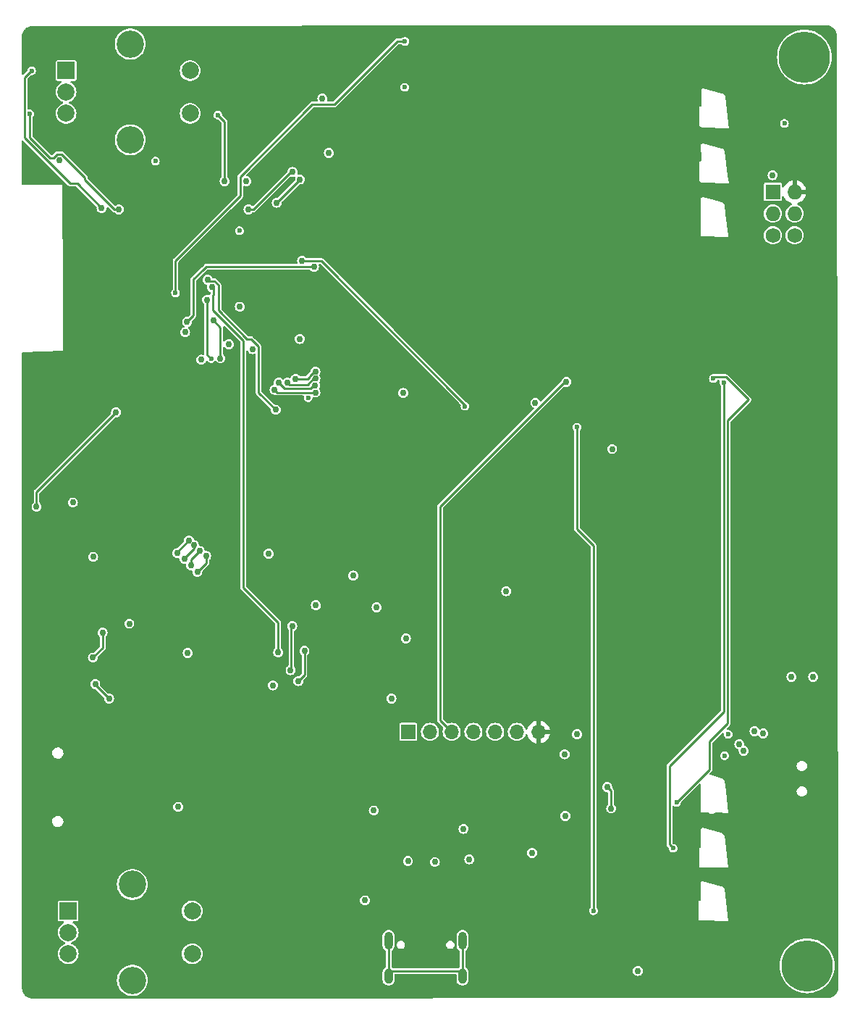
<source format=gbr>
%TF.GenerationSoftware,KiCad,Pcbnew,7.0.7*%
%TF.CreationDate,2023-12-10T19:04:42-06:00*%
%TF.ProjectId,ProjectNeoRogue,50726f6a-6563-4744-9e65-6f526f677565,v1*%
%TF.SameCoordinates,Original*%
%TF.FileFunction,Copper,L3,Inr*%
%TF.FilePolarity,Positive*%
%FSLAX46Y46*%
G04 Gerber Fmt 4.6, Leading zero omitted, Abs format (unit mm)*
G04 Created by KiCad (PCBNEW 7.0.7) date 2023-12-10 19:04:42*
%MOMM*%
%LPD*%
G01*
G04 APERTURE LIST*
%TA.AperFunction,ComponentPad*%
%ADD10O,1.727200X1.727200*%
%TD*%
%TA.AperFunction,ComponentPad*%
%ADD11R,1.727200X1.727200*%
%TD*%
%TA.AperFunction,ComponentPad*%
%ADD12C,1.727200*%
%TD*%
%TA.AperFunction,ComponentPad*%
%ADD13R,1.700000X1.700000*%
%TD*%
%TA.AperFunction,ComponentPad*%
%ADD14O,1.700000X1.700000*%
%TD*%
%TA.AperFunction,ComponentPad*%
%ADD15C,6.000000*%
%TD*%
%TA.AperFunction,ComponentPad*%
%ADD16R,2.000000X2.000000*%
%TD*%
%TA.AperFunction,ComponentPad*%
%ADD17C,2.000000*%
%TD*%
%TA.AperFunction,ComponentPad*%
%ADD18C,3.200000*%
%TD*%
%TA.AperFunction,ComponentPad*%
%ADD19O,1.000000X1.800000*%
%TD*%
%TA.AperFunction,ComponentPad*%
%ADD20O,1.000000X2.100000*%
%TD*%
%TA.AperFunction,ViaPad*%
%ADD21C,0.600000*%
%TD*%
%TA.AperFunction,ViaPad*%
%ADD22C,0.750000*%
%TD*%
%TA.AperFunction,Conductor*%
%ADD23C,0.250000*%
%TD*%
G04 APERTURE END LIST*
D10*
%TO.N,VCC*%
%TO.C,X1*%
X213220000Y-65250000D03*
D11*
%TO.N,GND*%
X210680000Y-65250000D03*
D10*
%TO.N,IO06*%
X213220000Y-67790000D03*
%TO.N,IO07*%
X210680000Y-67790000D03*
D12*
%TO.N,Net-(JP2-B)*%
X213220000Y-70330000D03*
%TO.N,Net-(JP3-A)*%
X210680000Y-70330000D03*
%TD*%
D13*
%TO.N,unconnected-(J7-Pin_1-Pad1)*%
%TO.C,J7*%
X168040000Y-128340000D03*
D14*
%TO.N,IO02*%
X170580000Y-128340000D03*
%TO.N,IO01*%
X173120000Y-128340000D03*
%TO.N,IO08*%
X175660000Y-128340000D03*
%TO.N,IO09*%
X178200000Y-128340000D03*
%TO.N,GND*%
X180740000Y-128340000D03*
%TO.N,VCC*%
X183280000Y-128340000D03*
%TD*%
D15*
%TO.N,*%
%TO.C,REF\u002A\u002A*%
X214370000Y-49510000D03*
%TD*%
%TO.N,*%
%TO.C,REF\u002A\u002A*%
X214690000Y-155670000D03*
%TD*%
D16*
%TO.N,IO04*%
%TO.C,SW9*%
X128020000Y-51080000D03*
D17*
%TO.N,IO05*%
X128020000Y-56080000D03*
%TO.N,GND*%
X128020000Y-53580000D03*
D18*
%TO.N,N/C*%
X135520000Y-47980000D03*
X135520000Y-59180000D03*
D17*
%TO.N,IO20*%
X142520000Y-56080000D03*
%TO.N,GND*%
X142520000Y-51080000D03*
%TD*%
D16*
%TO.N,IO16*%
%TO.C,SW10*%
X128270000Y-149270000D03*
D17*
%TO.N,IO17*%
X128270000Y-154270000D03*
%TO.N,GND*%
X128270000Y-151770000D03*
D18*
%TO.N,N/C*%
X135770000Y-146170000D03*
X135770000Y-157370000D03*
D17*
%TO.N,IO19*%
X142770000Y-154270000D03*
%TO.N,GND*%
X142770000Y-149270000D03*
%TD*%
D19*
%TO.N,Net-(J8-SHIELD)*%
%TO.C,J8*%
X174380000Y-156880000D03*
D20*
X174380000Y-152730000D03*
D19*
X165740000Y-156880000D03*
D20*
X165740000Y-152730000D03*
%TD*%
D21*
%TO.N,GND*%
X205460000Y-128620000D03*
X205040000Y-131130000D03*
D22*
X158750000Y-60706000D03*
D21*
X167630000Y-53040000D03*
D22*
X164338000Y-113792000D03*
X131190000Y-107900000D03*
X174510000Y-139670000D03*
X187780000Y-128620000D03*
X155350000Y-82440000D03*
X171150000Y-143550000D03*
X194890000Y-156280000D03*
X164010000Y-137530000D03*
X152210000Y-122910000D03*
X151710000Y-107520000D03*
X166080000Y-124450000D03*
X191880000Y-95300000D03*
X128810000Y-101550000D03*
X182520000Y-142482000D03*
X167760000Y-117430000D03*
X157230000Y-113550000D03*
X149098000Y-64008000D03*
X149830000Y-83620000D03*
X186330000Y-130960000D03*
X179500000Y-111910000D03*
X210660000Y-63300000D03*
X161600000Y-110090000D03*
X162970000Y-148030000D03*
X135410000Y-115700000D03*
X167450000Y-88759500D03*
X168000000Y-143430000D03*
X186409000Y-138164000D03*
X127230000Y-61560000D03*
X141130000Y-137110000D03*
D21*
X138460000Y-61660000D03*
D22*
X142240000Y-119126000D03*
X175170000Y-143240000D03*
%TO.N,VBUS*%
X191300000Y-134785000D03*
X191770000Y-137287000D03*
%TO.N,VCC*%
X174315901Y-134084108D03*
X178970000Y-91970000D03*
X183300000Y-135710000D03*
X183480000Y-137300000D03*
X166680000Y-134330000D03*
X185340000Y-99240000D03*
X126540000Y-122840000D03*
X141040000Y-135480000D03*
X181176600Y-136690800D03*
D21*
X149070000Y-51660000D03*
D22*
X197410000Y-131440000D03*
X163370000Y-145920000D03*
D21*
X127850000Y-47900000D03*
D22*
X212852000Y-128270000D03*
D21*
X130290000Y-58650000D03*
D22*
X162980000Y-95460000D03*
X215392000Y-128270000D03*
X178660000Y-135850000D03*
X148000000Y-59890000D03*
X172540000Y-133610000D03*
X172550000Y-116110000D03*
X130330000Y-60220000D03*
X210470000Y-155560000D03*
X178770000Y-137450000D03*
D21*
X124380000Y-150040000D03*
%TO.N,Net-(D6-A)*%
X203720000Y-87060000D03*
X199430000Y-136570000D03*
%TO.N,IO18*%
X156320000Y-89313396D03*
%TO.N,Net-(D7-A)*%
X199010000Y-141940000D03*
X204940000Y-87520000D03*
D22*
%TO.N,USB_TX_ESP_RX*%
X133860000Y-91010000D03*
X124560500Y-102030000D03*
D21*
%TO.N,Boot*%
X140820000Y-77060000D03*
X167650000Y-47670000D03*
D22*
%TO.N,IO15*%
X145229500Y-80295378D03*
D21*
X189710000Y-149230000D03*
D22*
X146054363Y-84710000D03*
D21*
X187770000Y-92750000D03*
D22*
%TO.N,IO05*%
X134180000Y-67300000D03*
D21*
X123780000Y-56140000D03*
D22*
%TO.N,IO04*%
X132175000Y-67145000D03*
D21*
X123990000Y-51110000D03*
D22*
%TO.N,IO10*%
X152659466Y-66530534D03*
X155380000Y-63810000D03*
%TO.N,IO14*%
X157181126Y-88688896D03*
X152400000Y-88360000D03*
%TO.N,IO13*%
X152894624Y-87549505D03*
X157150000Y-87890000D03*
%TO.N,IO12*%
X153924000Y-87539396D03*
X157190000Y-87060000D03*
%TO.N,IO11*%
X154866861Y-87089396D03*
X157190000Y-86260000D03*
%TO.N,IO37*%
X141040000Y-107459000D03*
X142388581Y-105961403D03*
%TO.N,IO36*%
X142953589Y-106526411D03*
X141866666Y-108121401D03*
%TO.N,IO35*%
X142650000Y-108900000D03*
X143643589Y-107216411D03*
%TO.N,IO16*%
X144500500Y-77865453D03*
D21*
X144980000Y-84740000D03*
D22*
X155180000Y-122410000D03*
X155900000Y-118880000D03*
%TO.N,IO17*%
X152540000Y-90714500D03*
X154470000Y-115980000D03*
X144560500Y-75522774D03*
X154279432Y-121139419D03*
D21*
%TO.N,IO08*%
X174677775Y-90300000D03*
D22*
X155620500Y-73310500D03*
D21*
%TO.N,IO09*%
X148310000Y-69800000D03*
D22*
X182900378Y-89910378D03*
%TO.N,IO02*%
X141947976Y-81650897D03*
%TO.N,IO01*%
X142170000Y-80440000D03*
X157019500Y-74010000D03*
X186539622Y-87450378D03*
%TO.N,IO19*%
X145085500Y-76400000D03*
X152830000Y-119060000D03*
%TO.N,IO47*%
X132297567Y-116752399D03*
X148340000Y-78670000D03*
X143830500Y-84868161D03*
X143370000Y-109670000D03*
X131430000Y-122760000D03*
X144396855Y-107794465D03*
X133049500Y-124460000D03*
X131160000Y-119670000D03*
%TO.N,IO06*%
X215392000Y-121920000D03*
X209550000Y-128524000D03*
X207264000Y-130556000D03*
D21*
%TO.N,IO07*%
X212030000Y-57260000D03*
D22*
X206756000Y-129794000D03*
X208534000Y-128270000D03*
X212852000Y-121920000D03*
%TO.N,IO20*%
X146558000Y-64008000D03*
D21*
X145780000Y-56290000D03*
D22*
%TO.N,IO45*%
X147066000Y-83058000D03*
X157988000Y-54356000D03*
%TO.N,IO46*%
X149352000Y-67310000D03*
X154502000Y-62922000D03*
%TD*%
D23*
%TO.N,IO15*%
X146054363Y-81545637D02*
X146054363Y-84710000D01*
X146060000Y-81540000D02*
X146054363Y-81545637D01*
X145229500Y-80295378D02*
X146060000Y-81125878D01*
X146060000Y-81125878D02*
X146060000Y-81540000D01*
%TO.N,IO19*%
X148729000Y-111469000D02*
X152830000Y-115570000D01*
X148729000Y-82618720D02*
X148729000Y-111469000D01*
X145200000Y-79089720D02*
X148729000Y-82618720D01*
X145200000Y-77321778D02*
X145200000Y-79089720D01*
X145243805Y-77277973D02*
X145200000Y-77321778D01*
X145085500Y-76400000D02*
X145243805Y-76558305D01*
X145243805Y-76558305D02*
X145243805Y-77277973D01*
%TO.N,IO16*%
X144530000Y-84290000D02*
X144980000Y-84740000D01*
X144530000Y-78066872D02*
X144530000Y-84290000D01*
X144500500Y-78037372D02*
X144530000Y-78066872D01*
X144500500Y-77865453D02*
X144500500Y-78037372D01*
%TO.N,IO17*%
X150530000Y-88704500D02*
X152540000Y-90714500D01*
X150530000Y-83330050D02*
X150530000Y-88704500D01*
X149179000Y-82432324D02*
X149632274Y-82432324D01*
X144618324Y-75522774D02*
X144795550Y-75700000D01*
X144560500Y-75522774D02*
X144618324Y-75522774D01*
X149632274Y-82432324D02*
X150530000Y-83330050D01*
X145375450Y-75700000D02*
X145830000Y-76154550D01*
X144795550Y-75700000D02*
X145375450Y-75700000D01*
X145830000Y-76154550D02*
X145830000Y-79083324D01*
X145830000Y-79083324D02*
X149179000Y-82432324D01*
%TO.N,IO10*%
X152659466Y-66530534D02*
X155380000Y-63810000D01*
%TO.N,IO46*%
X154308000Y-62922000D02*
X149920000Y-67310000D01*
X154502000Y-62922000D02*
X154308000Y-62922000D01*
X149920000Y-67310000D02*
X149352000Y-67310000D01*
%TO.N,IO08*%
X174677775Y-90137775D02*
X174677775Y-90300000D01*
X157850500Y-73310500D02*
X174677775Y-90137775D01*
X155620500Y-73310500D02*
X157850500Y-73310500D01*
%TO.N,IO01*%
X142910000Y-75470000D02*
X142910000Y-79700000D01*
X144050000Y-74330000D02*
X142910000Y-75470000D01*
X142910000Y-79700000D02*
X142170000Y-80440000D01*
X144380000Y-74010000D02*
X144060000Y-74330000D01*
X144060000Y-74330000D02*
X144050000Y-74330000D01*
X157019500Y-74010000D02*
X144380000Y-74010000D01*
X171770000Y-126990000D02*
X173120000Y-128340000D01*
X186349622Y-87450378D02*
X171770000Y-102030000D01*
X186539622Y-87450378D02*
X186349622Y-87450378D01*
X171770000Y-102030000D02*
X171770000Y-126990000D01*
%TO.N,IO05*%
X123780000Y-58913604D02*
X123780000Y-56140000D01*
X126530000Y-61270050D02*
X126136446Y-61270050D01*
X127519950Y-60860000D02*
X126940050Y-60860000D01*
X126940050Y-60860000D02*
X126530000Y-61270050D01*
X126136446Y-61270050D02*
X123780000Y-58913604D01*
X130205437Y-63545487D02*
X127519950Y-60860000D01*
X134180000Y-67300000D02*
X133640000Y-67300000D01*
X133640000Y-67300000D02*
X130205437Y-63865437D01*
X130205437Y-63865437D02*
X130205437Y-63545487D01*
%TO.N,IO04*%
X123150000Y-51880000D02*
X123920000Y-51110000D01*
X123920000Y-51110000D02*
X123990000Y-51110000D01*
X123150000Y-58920000D02*
X123150000Y-51880000D01*
X128511759Y-64281759D02*
X123150000Y-58920000D01*
X132175000Y-67145000D02*
X129311759Y-64281759D01*
X129311759Y-64281759D02*
X128511759Y-64281759D01*
%TO.N,Net-(D6-A)*%
X205400000Y-127360000D02*
X203270000Y-129490000D01*
X205400000Y-91964116D02*
X205400000Y-127360000D01*
X203270000Y-129490000D02*
X203270000Y-132730000D01*
X207834000Y-89530116D02*
X205400000Y-91964116D01*
X203270000Y-132730000D02*
X199430000Y-136570000D01*
X205198884Y-86895000D02*
X207834000Y-89530116D01*
X203885000Y-86895000D02*
X205198884Y-86895000D01*
X203720000Y-87060000D02*
X203885000Y-86895000D01*
%TO.N,VBUS*%
X191740000Y-137257000D02*
X191770000Y-137287000D01*
X191740000Y-135225000D02*
X191740000Y-137257000D01*
X191300000Y-134785000D02*
X191740000Y-135225000D01*
%TO.N,Net-(D7-A)*%
X198580000Y-141510000D02*
X198580000Y-132350000D01*
X199010000Y-141940000D02*
X198580000Y-141510000D01*
X198580000Y-132350000D02*
X204940000Y-125990000D01*
X204940000Y-125990000D02*
X204940000Y-87520000D01*
%TO.N,USB_TX_ESP_RX*%
X124560500Y-100309500D02*
X133860000Y-91010000D01*
X124560500Y-102030000D02*
X124560500Y-100309500D01*
%TO.N,Boot*%
X156806050Y-55056000D02*
X148398000Y-63464050D01*
X167650000Y-47670000D02*
X166774500Y-47670000D01*
X148398000Y-63464050D02*
X148398000Y-65710796D01*
X140820000Y-73288796D02*
X140820000Y-77060000D01*
X166774500Y-47670000D02*
X159388500Y-55056000D01*
X148398000Y-65710796D02*
X140820000Y-73288796D01*
X159388500Y-55056000D02*
X156806050Y-55056000D01*
%TO.N,Net-(J8-SHIELD)*%
X165760000Y-152133744D02*
X165760000Y-156283744D01*
X174400000Y-152133744D02*
X174400000Y-156283744D01*
X165760000Y-156283744D02*
X174400000Y-156283744D01*
%TO.N,IO15*%
X187770000Y-104670000D02*
X189710000Y-106610000D01*
X189710000Y-106610000D02*
X189710000Y-149230000D01*
X187770000Y-92750000D02*
X187770000Y-104670000D01*
%TO.N,IO05*%
X123780000Y-56140000D02*
X123780000Y-56190000D01*
%TO.N,IO04*%
X123990000Y-51040000D02*
X123930000Y-51100000D01*
X123990000Y-51110000D02*
X123990000Y-51040000D01*
%TO.N,IO14*%
X152400000Y-88360000D02*
X152728896Y-88688896D01*
X152728896Y-88688896D02*
X157181126Y-88688896D01*
%TO.N,IO13*%
X153584015Y-88238896D02*
X156641176Y-88238896D01*
X156990072Y-87890000D02*
X157150000Y-87890000D01*
X152894624Y-87549505D02*
X153584015Y-88238896D01*
X156641176Y-88238896D02*
X156990072Y-87890000D01*
%TO.N,IO12*%
X156261154Y-87788896D02*
X156990050Y-87060000D01*
X154173500Y-87788896D02*
X156261154Y-87788896D01*
X153924000Y-87539396D02*
X154173500Y-87788896D01*
X156990050Y-87060000D02*
X157190000Y-87060000D01*
%TO.N,IO11*%
X156490000Y-86770050D02*
X157000050Y-86260000D01*
X156490000Y-86842000D02*
X156490000Y-86770050D01*
X157000050Y-86260000D02*
X157190000Y-86260000D01*
X154866861Y-87089396D02*
X156242604Y-87089396D01*
X156242604Y-87089396D02*
X156490000Y-86842000D01*
%TO.N,IO37*%
X141040000Y-107459000D02*
X141040000Y-107309984D01*
X141040000Y-107309984D02*
X142388581Y-105961403D01*
%TO.N,IO36*%
X142953589Y-106936411D02*
X142953589Y-106526411D01*
X141768599Y-108121401D02*
X142953589Y-106936411D01*
X141620130Y-108121401D02*
X141768599Y-108121401D01*
%TO.N,IO35*%
X142650000Y-108210000D02*
X142650000Y-108900000D01*
X143643589Y-107216411D02*
X142650000Y-108210000D01*
%TO.N,IO16*%
X155900000Y-121690000D02*
X155900000Y-118880000D01*
X155180000Y-122410000D02*
X155900000Y-121690000D01*
%TO.N,IO17*%
X154360000Y-121058851D02*
X154360000Y-116090000D01*
X154279432Y-121139419D02*
X154360000Y-121058851D01*
%TO.N,IO08*%
X174677775Y-90300000D02*
X174690000Y-90312225D01*
%TO.N,IO19*%
X152830000Y-115590000D02*
X152830000Y-119060000D01*
X152840000Y-115580000D02*
X152830000Y-115590000D01*
%TO.N,IO47*%
X131430000Y-122760000D02*
X131430000Y-122840500D01*
X144396855Y-108643145D02*
X143370000Y-109670000D01*
X131160000Y-119670000D02*
X132297567Y-118532433D01*
X131430000Y-122840500D02*
X133049500Y-124460000D01*
X132297567Y-118532433D02*
X132297567Y-116752399D01*
X144396855Y-107794465D02*
X144396855Y-108643145D01*
%TO.N,IO20*%
X145780000Y-56290000D02*
X146558000Y-57068000D01*
X146558000Y-57068000D02*
X146558000Y-64008000D01*
%TD*%
%TA.AperFunction,Conductor*%
%TO.N,VCC*%
G36*
X216918577Y-45774577D02*
G01*
X216932388Y-45775663D01*
X216973067Y-45778865D01*
X217110390Y-45790882D01*
X217128515Y-45793834D01*
X217207736Y-45812854D01*
X217278784Y-45831892D01*
X217316310Y-45841948D01*
X217323998Y-45844558D01*
X217409344Y-45879910D01*
X217506508Y-45925219D01*
X217512700Y-45928546D01*
X217592178Y-45977250D01*
X217595282Y-45979286D01*
X217655325Y-46021329D01*
X217680370Y-46038866D01*
X217685068Y-46042503D01*
X217723575Y-46075391D01*
X217756537Y-46103543D01*
X217760113Y-46106849D01*
X217833149Y-46179885D01*
X217836455Y-46183461D01*
X217897488Y-46254921D01*
X217901132Y-46259628D01*
X217960697Y-46344693D01*
X217962758Y-46347838D01*
X217983512Y-46381703D01*
X218011449Y-46427292D01*
X218014779Y-46433489D01*
X218060089Y-46530655D01*
X218095440Y-46616000D01*
X218098050Y-46623687D01*
X218127146Y-46732268D01*
X218146164Y-46811482D01*
X218149118Y-46829621D01*
X218161137Y-46966976D01*
X218165426Y-47021458D01*
X218165617Y-47026326D01*
X218165617Y-47074860D01*
X218165700Y-47075627D01*
X218345612Y-158183624D01*
X218345421Y-158188591D01*
X218341137Y-158243021D01*
X218329118Y-158380377D01*
X218326164Y-158398516D01*
X218307146Y-158477731D01*
X218278050Y-158586311D01*
X218275441Y-158593997D01*
X218240089Y-158679344D01*
X218194779Y-158776509D01*
X218191449Y-158782706D01*
X218142774Y-158862137D01*
X218140697Y-158865305D01*
X218081132Y-158950370D01*
X218077488Y-158955077D01*
X218016455Y-159026537D01*
X218013149Y-159030113D01*
X217940113Y-159103149D01*
X217936537Y-159106455D01*
X217865077Y-159167488D01*
X217860370Y-159171132D01*
X217775305Y-159230697D01*
X217772137Y-159232774D01*
X217692706Y-159281449D01*
X217686509Y-159284779D01*
X217589344Y-159330089D01*
X217503997Y-159365441D01*
X217496311Y-159368050D01*
X217387731Y-159397146D01*
X217308516Y-159416164D01*
X217290377Y-159419118D01*
X217153022Y-159431137D01*
X217098523Y-159435427D01*
X217093698Y-159435618D01*
X124112460Y-159499497D01*
X124107552Y-159499306D01*
X124053029Y-159495015D01*
X123915737Y-159483004D01*
X123897597Y-159480050D01*
X123818390Y-159461034D01*
X123709800Y-159431937D01*
X123702112Y-159429327D01*
X123616774Y-159393979D01*
X123591489Y-159382188D01*
X123519598Y-159348665D01*
X123513406Y-159345338D01*
X123471281Y-159319524D01*
X123433964Y-159296655D01*
X123430802Y-159294582D01*
X123345745Y-159235025D01*
X123341038Y-159231380D01*
X123269569Y-159170340D01*
X123265993Y-159167034D01*
X123192964Y-159094005D01*
X123189658Y-159090429D01*
X123128618Y-159018960D01*
X123124979Y-159014260D01*
X123065411Y-158929189D01*
X123063354Y-158926052D01*
X123014657Y-158846585D01*
X123011340Y-158840414D01*
X122966025Y-158743238D01*
X122930666Y-158657872D01*
X122928061Y-158650197D01*
X122913002Y-158593997D01*
X122898970Y-158541631D01*
X122879944Y-158462383D01*
X122876996Y-158444279D01*
X122864985Y-158306994D01*
X122860689Y-158252412D01*
X122860499Y-158247579D01*
X122860497Y-158243021D01*
X122860104Y-157370004D01*
X133961242Y-157370004D01*
X133981443Y-157639578D01*
X134032526Y-157863387D01*
X134041600Y-157903141D01*
X134140365Y-158154791D01*
X134275534Y-158388910D01*
X134397297Y-158541595D01*
X134444090Y-158600272D01*
X134598149Y-158743217D01*
X134642258Y-158784144D01*
X134865621Y-158936430D01*
X135109186Y-159053725D01*
X135367513Y-159133409D01*
X135367514Y-159133409D01*
X135367517Y-159133410D01*
X135634823Y-159173699D01*
X135634828Y-159173699D01*
X135634831Y-159173700D01*
X135634832Y-159173700D01*
X135905168Y-159173700D01*
X135905169Y-159173700D01*
X135949396Y-159167034D01*
X136172482Y-159133410D01*
X136172483Y-159133409D01*
X136172487Y-159133409D01*
X136430814Y-159053725D01*
X136674379Y-158936430D01*
X136897742Y-158784144D01*
X137095913Y-158600268D01*
X137264466Y-158388910D01*
X137399635Y-158154791D01*
X137498400Y-157903141D01*
X137558556Y-157639581D01*
X137578221Y-157377166D01*
X137578758Y-157370004D01*
X137578758Y-157369995D01*
X137575204Y-157322565D01*
X165036300Y-157322565D01*
X165051729Y-157449642D01*
X165112329Y-157609428D01*
X165200378Y-157736988D01*
X165209405Y-157750066D01*
X165337317Y-157863387D01*
X165488632Y-157942803D01*
X165654555Y-157983700D01*
X165654556Y-157983700D01*
X165825444Y-157983700D01*
X165825445Y-157983700D01*
X165991368Y-157942803D01*
X166142683Y-157863387D01*
X166270595Y-157750066D01*
X166367671Y-157609427D01*
X166428270Y-157449643D01*
X166443700Y-157322563D01*
X166443700Y-156736443D01*
X166463385Y-156669405D01*
X166516189Y-156623650D01*
X166567700Y-156612444D01*
X173552300Y-156612444D01*
X173619339Y-156632129D01*
X173665094Y-156684933D01*
X173676300Y-156736444D01*
X173676300Y-157322565D01*
X173691729Y-157449642D01*
X173752329Y-157609428D01*
X173840378Y-157736988D01*
X173849405Y-157750066D01*
X173977317Y-157863387D01*
X174128632Y-157942803D01*
X174294555Y-157983700D01*
X174294556Y-157983700D01*
X174465444Y-157983700D01*
X174465445Y-157983700D01*
X174631368Y-157942803D01*
X174782683Y-157863387D01*
X174910595Y-157750066D01*
X175007671Y-157609427D01*
X175068270Y-157449643D01*
X175083700Y-157322563D01*
X175083700Y-156437437D01*
X175082927Y-156431074D01*
X175068270Y-156310357D01*
X175056757Y-156280000D01*
X194306306Y-156280000D01*
X194320000Y-156384019D01*
X194326195Y-156431070D01*
X194326196Y-156431074D01*
X194384504Y-156571844D01*
X194384505Y-156571846D01*
X194384506Y-156571847D01*
X194477266Y-156692734D01*
X194598153Y-156785494D01*
X194738929Y-156843805D01*
X194890000Y-156863694D01*
X195041071Y-156843805D01*
X195181847Y-156785494D01*
X195302734Y-156692734D01*
X195395494Y-156571847D01*
X195453805Y-156431071D01*
X195473694Y-156280000D01*
X195453805Y-156128929D01*
X195395494Y-155988153D01*
X195302734Y-155867266D01*
X195181847Y-155774506D01*
X195181846Y-155774505D01*
X195181844Y-155774504D01*
X195041074Y-155716196D01*
X195041072Y-155716195D01*
X195041071Y-155716195D01*
X194890000Y-155696306D01*
X194738929Y-155716195D01*
X194738925Y-155716196D01*
X194598155Y-155774504D01*
X194477266Y-155867266D01*
X194384504Y-155988155D01*
X194326196Y-156128925D01*
X194326195Y-156128929D01*
X194306306Y-156280000D01*
X175056757Y-156280000D01*
X175007670Y-156150571D01*
X174959132Y-156080253D01*
X174910595Y-156009934D01*
X174782683Y-155896613D01*
X174782681Y-155896612D01*
X174782678Y-155896609D01*
X174782259Y-155896320D01*
X174782022Y-155896028D01*
X174777068Y-155891639D01*
X174777797Y-155890815D01*
X174738269Y-155842037D01*
X174728700Y-155794271D01*
X174728700Y-155669999D01*
X211481252Y-155669999D01*
X211501427Y-156029261D01*
X211501429Y-156029273D01*
X211561701Y-156384010D01*
X211561703Y-156384019D01*
X211661314Y-156729776D01*
X211661316Y-156729782D01*
X211684393Y-156785494D01*
X211799014Y-157062217D01*
X211799016Y-157062221D01*
X211973077Y-157377161D01*
X211973080Y-157377166D01*
X212181297Y-157670618D01*
X212181303Y-157670626D01*
X212421071Y-157938925D01*
X212421074Y-157938928D01*
X212689373Y-158178696D01*
X212689381Y-158178702D01*
X212982833Y-158386919D01*
X212982838Y-158386922D01*
X212982841Y-158386923D01*
X212982843Y-158386925D01*
X213149336Y-158478942D01*
X213297778Y-158560983D01*
X213297782Y-158560985D01*
X213377481Y-158593997D01*
X213630218Y-158698684D01*
X213975986Y-158798298D01*
X214330734Y-158858572D01*
X214690000Y-158878748D01*
X215049266Y-158858572D01*
X215404014Y-158798298D01*
X215749782Y-158698684D01*
X216082224Y-158560982D01*
X216397157Y-158386925D01*
X216397162Y-158386921D01*
X216397166Y-158386919D01*
X216510057Y-158306818D01*
X216690622Y-158178700D01*
X216958927Y-157938927D01*
X217198700Y-157670622D01*
X217406925Y-157377157D01*
X217580982Y-157062224D01*
X217718684Y-156729782D01*
X217818298Y-156384014D01*
X217878572Y-156029266D01*
X217898748Y-155670000D01*
X217878572Y-155310734D01*
X217818298Y-154955986D01*
X217718684Y-154610218D01*
X217625679Y-154385686D01*
X217580985Y-154277782D01*
X217580983Y-154277778D01*
X217576684Y-154269999D01*
X217406925Y-153962843D01*
X217406923Y-153962841D01*
X217406922Y-153962838D01*
X217406919Y-153962833D01*
X217198702Y-153669381D01*
X217198696Y-153669373D01*
X216958928Y-153401074D01*
X216958925Y-153401071D01*
X216690626Y-153161303D01*
X216690618Y-153161297D01*
X216397166Y-152953080D01*
X216397161Y-152953077D01*
X216082221Y-152779016D01*
X216082217Y-152779014D01*
X215851509Y-152683452D01*
X215749782Y-152641316D01*
X215749778Y-152641314D01*
X215749776Y-152641314D01*
X215404019Y-152541703D01*
X215404010Y-152541701D01*
X215049273Y-152481429D01*
X215049261Y-152481427D01*
X214690000Y-152461252D01*
X214330738Y-152481427D01*
X214330726Y-152481429D01*
X213975989Y-152541701D01*
X213975980Y-152541703D01*
X213630223Y-152641314D01*
X213297782Y-152779014D01*
X213297778Y-152779016D01*
X212982838Y-152953077D01*
X212982833Y-152953080D01*
X212689381Y-153161297D01*
X212689373Y-153161303D01*
X212421074Y-153401071D01*
X212421071Y-153401074D01*
X212181303Y-153669373D01*
X212181297Y-153669381D01*
X211973080Y-153962833D01*
X211973077Y-153962838D01*
X211799016Y-154277778D01*
X211799014Y-154277782D01*
X211661314Y-154610223D01*
X211561703Y-154955980D01*
X211561701Y-154955989D01*
X211501429Y-155310726D01*
X211501427Y-155310738D01*
X211481252Y-155669999D01*
X174728700Y-155669999D01*
X174728700Y-153965728D01*
X174748385Y-153898689D01*
X174777385Y-153868719D01*
X174777068Y-153868361D01*
X174781717Y-153864241D01*
X174782269Y-153863672D01*
X174782675Y-153863391D01*
X174782683Y-153863387D01*
X174910595Y-153750066D01*
X175007671Y-153609427D01*
X175068270Y-153449643D01*
X175083700Y-153322563D01*
X175083700Y-152137437D01*
X175068270Y-152010357D01*
X175007671Y-151850573D01*
X174910595Y-151709934D01*
X174782683Y-151596613D01*
X174631368Y-151517197D01*
X174631367Y-151517196D01*
X174631366Y-151517196D01*
X174519718Y-151489677D01*
X174465445Y-151476300D01*
X174294555Y-151476300D01*
X174253658Y-151486380D01*
X174128633Y-151517196D01*
X173977318Y-151596612D01*
X173849405Y-151709933D01*
X173849403Y-151709936D01*
X173752329Y-151850571D01*
X173691729Y-152010357D01*
X173676300Y-152137434D01*
X173676300Y-153322565D01*
X173691729Y-153449642D01*
X173752329Y-153609428D01*
X173818643Y-153705500D01*
X173849405Y-153750066D01*
X173977317Y-153863387D01*
X174004926Y-153877877D01*
X174055137Y-153926459D01*
X174071300Y-153987673D01*
X174071300Y-155772326D01*
X174051615Y-155839365D01*
X174004926Y-155882122D01*
X173977318Y-155896611D01*
X173977316Y-155896613D01*
X173946562Y-155923859D01*
X173883329Y-155953581D01*
X173864335Y-155955044D01*
X166255665Y-155955044D01*
X166188626Y-155935359D01*
X166173437Y-155923858D01*
X166142683Y-155896612D01*
X166142256Y-155896317D01*
X166142015Y-155896020D01*
X166137069Y-155891638D01*
X166137797Y-155890815D01*
X166098268Y-155842032D01*
X166088700Y-155794270D01*
X166088700Y-153965728D01*
X166108385Y-153898689D01*
X166137385Y-153868719D01*
X166137068Y-153868361D01*
X166141717Y-153864241D01*
X166142269Y-153863672D01*
X166142675Y-153863391D01*
X166142683Y-153863387D01*
X166270595Y-153750066D01*
X166367671Y-153609427D01*
X166428270Y-153449643D01*
X166443700Y-153322563D01*
X166443700Y-153298367D01*
X166694500Y-153298367D01*
X166733021Y-153429559D01*
X166733020Y-153429559D01*
X166806942Y-153544586D01*
X166806946Y-153544590D01*
X166910278Y-153634127D01*
X166910285Y-153634132D01*
X166987453Y-153669373D01*
X167034658Y-153690931D01*
X167135989Y-153705500D01*
X167135992Y-153705500D01*
X167204008Y-153705500D01*
X167204011Y-153705500D01*
X167305342Y-153690931D01*
X167429718Y-153634130D01*
X167533055Y-153544589D01*
X167606978Y-153429561D01*
X167645500Y-153298367D01*
X172474500Y-153298367D01*
X172513021Y-153429559D01*
X172513020Y-153429559D01*
X172586942Y-153544586D01*
X172586946Y-153544590D01*
X172690278Y-153634127D01*
X172690285Y-153634132D01*
X172767453Y-153669373D01*
X172814658Y-153690931D01*
X172915989Y-153705500D01*
X172915992Y-153705500D01*
X172984008Y-153705500D01*
X172984011Y-153705500D01*
X173085342Y-153690931D01*
X173209718Y-153634130D01*
X173313055Y-153544589D01*
X173386978Y-153429561D01*
X173425500Y-153298367D01*
X173425500Y-153161633D01*
X173425402Y-153161300D01*
X173386978Y-153030440D01*
X173386979Y-153030440D01*
X173313057Y-152915413D01*
X173313053Y-152915409D01*
X173209721Y-152825872D01*
X173209714Y-152825867D01*
X173085345Y-152769070D01*
X173085343Y-152769069D01*
X173085342Y-152769069D01*
X173085337Y-152769068D01*
X173085336Y-152769068D01*
X172984011Y-152754500D01*
X172915989Y-152754500D01*
X172915988Y-152754500D01*
X172814663Y-152769068D01*
X172814654Y-152769070D01*
X172690285Y-152825867D01*
X172690278Y-152825872D01*
X172586946Y-152915409D01*
X172586942Y-152915413D01*
X172513021Y-153030440D01*
X172474500Y-153161632D01*
X172474500Y-153298367D01*
X167645500Y-153298367D01*
X167645500Y-153161633D01*
X167645402Y-153161300D01*
X167606978Y-153030440D01*
X167606979Y-153030440D01*
X167533057Y-152915413D01*
X167533053Y-152915409D01*
X167429721Y-152825872D01*
X167429714Y-152825867D01*
X167305345Y-152769070D01*
X167305343Y-152769069D01*
X167305342Y-152769069D01*
X167305337Y-152769068D01*
X167305336Y-152769068D01*
X167204011Y-152754500D01*
X167135989Y-152754500D01*
X167135988Y-152754500D01*
X167034663Y-152769068D01*
X167034654Y-152769070D01*
X166910285Y-152825867D01*
X166910278Y-152825872D01*
X166806946Y-152915409D01*
X166806942Y-152915413D01*
X166733021Y-153030440D01*
X166694500Y-153161632D01*
X166694500Y-153298367D01*
X166443700Y-153298367D01*
X166443700Y-152137437D01*
X166428270Y-152010357D01*
X166367671Y-151850573D01*
X166270595Y-151709934D01*
X166142683Y-151596613D01*
X165991368Y-151517197D01*
X165991367Y-151517196D01*
X165991366Y-151517196D01*
X165879718Y-151489677D01*
X165825445Y-151476300D01*
X165654555Y-151476300D01*
X165613658Y-151486380D01*
X165488633Y-151517196D01*
X165337318Y-151596612D01*
X165209405Y-151709933D01*
X165209403Y-151709936D01*
X165112329Y-151850571D01*
X165051729Y-152010357D01*
X165036300Y-152137434D01*
X165036300Y-153322565D01*
X165051729Y-153449642D01*
X165112329Y-153609428D01*
X165178643Y-153705500D01*
X165209405Y-153750066D01*
X165337317Y-153863387D01*
X165364926Y-153877877D01*
X165415137Y-153926459D01*
X165431300Y-153987673D01*
X165431300Y-155772326D01*
X165411615Y-155839365D01*
X165364926Y-155882122D01*
X165337319Y-155896611D01*
X165209405Y-156009933D01*
X165209403Y-156009936D01*
X165112329Y-156150571D01*
X165051729Y-156310357D01*
X165036300Y-156437434D01*
X165036300Y-157322565D01*
X137575204Y-157322565D01*
X137558556Y-157100421D01*
X137549838Y-157062224D01*
X137498400Y-156836859D01*
X137399635Y-156585209D01*
X137264466Y-156351090D01*
X137095913Y-156139732D01*
X137095912Y-156139731D01*
X137095909Y-156139727D01*
X136897742Y-155955856D01*
X136810842Y-155896609D01*
X136674379Y-155803570D01*
X136674376Y-155803569D01*
X136674374Y-155803567D01*
X136430814Y-155686275D01*
X136172488Y-155606591D01*
X136172482Y-155606589D01*
X135905176Y-155566300D01*
X135905169Y-155566300D01*
X135634831Y-155566300D01*
X135634823Y-155566300D01*
X135367517Y-155606589D01*
X135367511Y-155606591D01*
X135109185Y-155686275D01*
X134865625Y-155803567D01*
X134642257Y-155955856D01*
X134444090Y-156139727D01*
X134275534Y-156351090D01*
X134140365Y-156585208D01*
X134041602Y-156836853D01*
X134041597Y-156836870D01*
X133981443Y-157100421D01*
X133961242Y-157369995D01*
X133961242Y-157370004D01*
X122860104Y-157370004D01*
X122858709Y-154270000D01*
X127061143Y-154270000D01*
X127081725Y-154492122D01*
X127142775Y-154706693D01*
X127242205Y-154906375D01*
X127242210Y-154906383D01*
X127376645Y-155084404D01*
X127541500Y-155234688D01*
X127541502Y-155234690D01*
X127731162Y-155352122D01*
X127731168Y-155352125D01*
X127760216Y-155363378D01*
X127939181Y-155432710D01*
X128158461Y-155473700D01*
X128158464Y-155473700D01*
X128381536Y-155473700D01*
X128381539Y-155473700D01*
X128600819Y-155432710D01*
X128808834Y-155352124D01*
X128998499Y-155234689D01*
X129163356Y-155084402D01*
X129297791Y-154906381D01*
X129397226Y-154706690D01*
X129458274Y-154492127D01*
X129478857Y-154270000D01*
X141561143Y-154270000D01*
X141581725Y-154492122D01*
X141642775Y-154706693D01*
X141742205Y-154906375D01*
X141742210Y-154906383D01*
X141876645Y-155084404D01*
X142041500Y-155234688D01*
X142041502Y-155234690D01*
X142231162Y-155352122D01*
X142231168Y-155352125D01*
X142260216Y-155363378D01*
X142439181Y-155432710D01*
X142658461Y-155473700D01*
X142658464Y-155473700D01*
X142881536Y-155473700D01*
X142881539Y-155473700D01*
X143100819Y-155432710D01*
X143308834Y-155352124D01*
X143498499Y-155234689D01*
X143663356Y-155084402D01*
X143797791Y-154906381D01*
X143897226Y-154706690D01*
X143958274Y-154492127D01*
X143978857Y-154270000D01*
X143958274Y-154047873D01*
X143897226Y-153833310D01*
X143833584Y-153705500D01*
X143797794Y-153633624D01*
X143797789Y-153633616D01*
X143663354Y-153455595D01*
X143498499Y-153305311D01*
X143498497Y-153305309D01*
X143308837Y-153187877D01*
X143308831Y-153187874D01*
X143200762Y-153146008D01*
X143100819Y-153107290D01*
X142881539Y-153066300D01*
X142658461Y-153066300D01*
X142439181Y-153107290D01*
X142389209Y-153126649D01*
X142231168Y-153187874D01*
X142231162Y-153187877D01*
X142041502Y-153305309D01*
X142041500Y-153305311D01*
X141876645Y-153455595D01*
X141742210Y-153633616D01*
X141742205Y-153633624D01*
X141642775Y-153833306D01*
X141581725Y-154047877D01*
X141561143Y-154269999D01*
X141561143Y-154270000D01*
X129478857Y-154270000D01*
X129458274Y-154047873D01*
X129397226Y-153833310D01*
X129333584Y-153705500D01*
X129297794Y-153633624D01*
X129297789Y-153633616D01*
X129163354Y-153455595D01*
X128998499Y-153305311D01*
X128998497Y-153305309D01*
X128808837Y-153187877D01*
X128808831Y-153187874D01*
X128733725Y-153158778D01*
X128673961Y-153135625D01*
X128618562Y-153093054D01*
X128594971Y-153027287D01*
X128610682Y-152959207D01*
X128660706Y-152910428D01*
X128673953Y-152904377D01*
X128808834Y-152852124D01*
X128998499Y-152734689D01*
X129163356Y-152584402D01*
X129297791Y-152406381D01*
X129397226Y-152206690D01*
X129458274Y-151992127D01*
X129478857Y-151770000D01*
X129458274Y-151547873D01*
X129397226Y-151333310D01*
X129395647Y-151330139D01*
X129297794Y-151133624D01*
X129297789Y-151133616D01*
X129163354Y-150955595D01*
X128998499Y-150805311D01*
X128998497Y-150805309D01*
X128833466Y-150703127D01*
X128786830Y-150651099D01*
X128775726Y-150582118D01*
X128803679Y-150518083D01*
X128861814Y-150479327D01*
X128898743Y-150473700D01*
X129290066Y-150473700D01*
X129349476Y-150461882D01*
X129349477Y-150461881D01*
X129349480Y-150461881D01*
X129416860Y-150416860D01*
X129461881Y-150349480D01*
X129473700Y-150290064D01*
X129473700Y-149270000D01*
X141561143Y-149270000D01*
X141581725Y-149492122D01*
X141581725Y-149492124D01*
X141581726Y-149492127D01*
X141638849Y-149692894D01*
X141642775Y-149706693D01*
X141742205Y-149906375D01*
X141742210Y-149906383D01*
X141876645Y-150084404D01*
X142041500Y-150234688D01*
X142041502Y-150234690D01*
X142231162Y-150352122D01*
X142231168Y-150352125D01*
X142260216Y-150363378D01*
X142439181Y-150432710D01*
X142658461Y-150473700D01*
X142658464Y-150473700D01*
X142881536Y-150473700D01*
X142881539Y-150473700D01*
X143100819Y-150432710D01*
X143308834Y-150352124D01*
X143498499Y-150234689D01*
X143663356Y-150084402D01*
X143797791Y-149906381D01*
X143897226Y-149706690D01*
X143958274Y-149492127D01*
X143978857Y-149270000D01*
X143958274Y-149047873D01*
X143897226Y-148833310D01*
X143877611Y-148793918D01*
X143797794Y-148633624D01*
X143797789Y-148633616D01*
X143663354Y-148455595D01*
X143498499Y-148305311D01*
X143498497Y-148305309D01*
X143308837Y-148187877D01*
X143308831Y-148187874D01*
X143200762Y-148146008D01*
X143100819Y-148107290D01*
X142881539Y-148066300D01*
X142658461Y-148066300D01*
X142439181Y-148107290D01*
X142398268Y-148123140D01*
X142231168Y-148187874D01*
X142231162Y-148187877D01*
X142041502Y-148305309D01*
X142041500Y-148305311D01*
X141876645Y-148455595D01*
X141742210Y-148633616D01*
X141742205Y-148633624D01*
X141642775Y-148833306D01*
X141581725Y-149047877D01*
X141561143Y-149269999D01*
X141561143Y-149270000D01*
X129473700Y-149270000D01*
X129473700Y-148249936D01*
X129473699Y-148249936D01*
X129473700Y-148249933D01*
X129461882Y-148190523D01*
X129461881Y-148190520D01*
X129460113Y-148187874D01*
X129416860Y-148123140D01*
X129349480Y-148078119D01*
X129349479Y-148078118D01*
X129349476Y-148078117D01*
X129290066Y-148066300D01*
X129290064Y-148066300D01*
X127249936Y-148066300D01*
X127249934Y-148066300D01*
X127190523Y-148078117D01*
X127190520Y-148078118D01*
X127123140Y-148123140D01*
X127078118Y-148190520D01*
X127078117Y-148190523D01*
X127066300Y-148249933D01*
X127066299Y-148249936D01*
X127066300Y-148249936D01*
X127066300Y-150290064D01*
X127066300Y-150290066D01*
X127066299Y-150290066D01*
X127078117Y-150349476D01*
X127078118Y-150349479D01*
X127079886Y-150352125D01*
X127123140Y-150416860D01*
X127190520Y-150461880D01*
X127190520Y-150461881D01*
X127190523Y-150461882D01*
X127249933Y-150473700D01*
X127641257Y-150473700D01*
X127708296Y-150493385D01*
X127754051Y-150546189D01*
X127763995Y-150615347D01*
X127734970Y-150678903D01*
X127706534Y-150703127D01*
X127541502Y-150805309D01*
X127541500Y-150805311D01*
X127376645Y-150955595D01*
X127242210Y-151133616D01*
X127242205Y-151133624D01*
X127142775Y-151333306D01*
X127081725Y-151547877D01*
X127061143Y-151769999D01*
X127061143Y-151770000D01*
X127081725Y-151992122D01*
X127142775Y-152206693D01*
X127242205Y-152406375D01*
X127242210Y-152406383D01*
X127376645Y-152584404D01*
X127541500Y-152734688D01*
X127541502Y-152734690D01*
X127731162Y-152852122D01*
X127731168Y-152852125D01*
X127791377Y-152875450D01*
X127866036Y-152904373D01*
X127921438Y-152946946D01*
X127945028Y-153012713D01*
X127929317Y-153080793D01*
X127879293Y-153129572D01*
X127866040Y-153135625D01*
X127841003Y-153145324D01*
X127731168Y-153187874D01*
X127731162Y-153187877D01*
X127541502Y-153305309D01*
X127541500Y-153305311D01*
X127376645Y-153455595D01*
X127242210Y-153633616D01*
X127242205Y-153633624D01*
X127142775Y-153833306D01*
X127081725Y-154047877D01*
X127061143Y-154269999D01*
X127061143Y-154270000D01*
X122858709Y-154270000D01*
X122855902Y-148030000D01*
X162386306Y-148030000D01*
X162396481Y-148107290D01*
X162406195Y-148181070D01*
X162406196Y-148181074D01*
X162464504Y-148321844D01*
X162464505Y-148321846D01*
X162464506Y-148321847D01*
X162557266Y-148442734D01*
X162678153Y-148535494D01*
X162818929Y-148593805D01*
X162970000Y-148613694D01*
X163121071Y-148593805D01*
X163261847Y-148535494D01*
X163382734Y-148442734D01*
X163475494Y-148321847D01*
X163533805Y-148181071D01*
X163553694Y-148030000D01*
X163533805Y-147878929D01*
X163475494Y-147738153D01*
X163382734Y-147617266D01*
X163261847Y-147524506D01*
X163261846Y-147524505D01*
X163261844Y-147524504D01*
X163121074Y-147466196D01*
X163121072Y-147466195D01*
X163121071Y-147466195D01*
X162970000Y-147446306D01*
X162818929Y-147466195D01*
X162818925Y-147466196D01*
X162678155Y-147524504D01*
X162557266Y-147617266D01*
X162464504Y-147738155D01*
X162406196Y-147878925D01*
X162406195Y-147878929D01*
X162386306Y-148030000D01*
X122855902Y-148030000D01*
X122855065Y-146170004D01*
X133961242Y-146170004D01*
X133981443Y-146439578D01*
X133981444Y-146439581D01*
X134041600Y-146703141D01*
X134140365Y-146954791D01*
X134275534Y-147188910D01*
X134411671Y-147359620D01*
X134444090Y-147400272D01*
X134631163Y-147573849D01*
X134642258Y-147584144D01*
X134865621Y-147736430D01*
X135109186Y-147853725D01*
X135367513Y-147933409D01*
X135367514Y-147933409D01*
X135367517Y-147933410D01*
X135634823Y-147973699D01*
X135634828Y-147973699D01*
X135634831Y-147973700D01*
X135634832Y-147973700D01*
X135905168Y-147973700D01*
X135905169Y-147973700D01*
X135905176Y-147973699D01*
X136172482Y-147933410D01*
X136172483Y-147933409D01*
X136172487Y-147933409D01*
X136430814Y-147853725D01*
X136674379Y-147736430D01*
X136897742Y-147584144D01*
X137095913Y-147400268D01*
X137264466Y-147188910D01*
X137399635Y-146954791D01*
X137498400Y-146703141D01*
X137558556Y-146439581D01*
X137578758Y-146170000D01*
X137558556Y-145900419D01*
X137498400Y-145636859D01*
X137399635Y-145385209D01*
X137264466Y-145151090D01*
X137095913Y-144939732D01*
X137095912Y-144939731D01*
X137095909Y-144939727D01*
X136897742Y-144755856D01*
X136897742Y-144755855D01*
X136674379Y-144603570D01*
X136674376Y-144603569D01*
X136674374Y-144603567D01*
X136430814Y-144486275D01*
X136172488Y-144406591D01*
X136172482Y-144406589D01*
X135905176Y-144366300D01*
X135905169Y-144366300D01*
X135634831Y-144366300D01*
X135634823Y-144366300D01*
X135367517Y-144406589D01*
X135367511Y-144406591D01*
X135109185Y-144486275D01*
X134865625Y-144603567D01*
X134642257Y-144755856D01*
X134444090Y-144939727D01*
X134275534Y-145151090D01*
X134140365Y-145385208D01*
X134041602Y-145636853D01*
X134041597Y-145636870D01*
X133981443Y-145900421D01*
X133961242Y-146169995D01*
X133961242Y-146170004D01*
X122855065Y-146170004D01*
X122853832Y-143430000D01*
X167416306Y-143430000D01*
X167432104Y-143550000D01*
X167436195Y-143581070D01*
X167436196Y-143581074D01*
X167494504Y-143721844D01*
X167494505Y-143721846D01*
X167494506Y-143721847D01*
X167587266Y-143842734D01*
X167708153Y-143935494D01*
X167848929Y-143993805D01*
X168000000Y-144013694D01*
X168151071Y-143993805D01*
X168291847Y-143935494D01*
X168412734Y-143842734D01*
X168505494Y-143721847D01*
X168563805Y-143581071D01*
X168567896Y-143550000D01*
X170566306Y-143550000D01*
X170586195Y-143701070D01*
X170586196Y-143701074D01*
X170644504Y-143841844D01*
X170644505Y-143841846D01*
X170644506Y-143841847D01*
X170737266Y-143962734D01*
X170858153Y-144055494D01*
X170998929Y-144113805D01*
X171150000Y-144133694D01*
X171301071Y-144113805D01*
X171441847Y-144055494D01*
X171562734Y-143962734D01*
X171655494Y-143841847D01*
X171713805Y-143701071D01*
X171733694Y-143550000D01*
X171713805Y-143398929D01*
X171655494Y-143258153D01*
X171641564Y-143239999D01*
X174586306Y-143239999D01*
X174606195Y-143391070D01*
X174606196Y-143391074D01*
X174664504Y-143531844D01*
X174664505Y-143531846D01*
X174664506Y-143531847D01*
X174757266Y-143652734D01*
X174878153Y-143745494D01*
X175018929Y-143803805D01*
X175170000Y-143823694D01*
X175321071Y-143803805D01*
X175461847Y-143745494D01*
X175582734Y-143652734D01*
X175675494Y-143531847D01*
X175733805Y-143391071D01*
X175753694Y-143240000D01*
X175733805Y-143088929D01*
X175691790Y-142987495D01*
X175675495Y-142948155D01*
X175675494Y-142948154D01*
X175675494Y-142948153D01*
X175582734Y-142827266D01*
X175461847Y-142734506D01*
X175461846Y-142734505D01*
X175461844Y-142734504D01*
X175321074Y-142676196D01*
X175321072Y-142676195D01*
X175321071Y-142676195D01*
X175170000Y-142656306D01*
X175018929Y-142676195D01*
X175018925Y-142676196D01*
X174878155Y-142734504D01*
X174757266Y-142827266D01*
X174664504Y-142948155D01*
X174606196Y-143088925D01*
X174606195Y-143088929D01*
X174586306Y-143239999D01*
X171641564Y-143239999D01*
X171562734Y-143137266D01*
X171441847Y-143044506D01*
X171441846Y-143044505D01*
X171441844Y-143044504D01*
X171301074Y-142986196D01*
X171301072Y-142986195D01*
X171301071Y-142986195D01*
X171150000Y-142966306D01*
X170998929Y-142986195D01*
X170998925Y-142986196D01*
X170858155Y-143044504D01*
X170737266Y-143137266D01*
X170644504Y-143258155D01*
X170586196Y-143398925D01*
X170586195Y-143398929D01*
X170566306Y-143550000D01*
X168567896Y-143550000D01*
X168583694Y-143430000D01*
X168563805Y-143278929D01*
X168505494Y-143138153D01*
X168412734Y-143017266D01*
X168291847Y-142924506D01*
X168291846Y-142924505D01*
X168291844Y-142924504D01*
X168151074Y-142866196D01*
X168151072Y-142866195D01*
X168151071Y-142866195D01*
X168000000Y-142846306D01*
X167848929Y-142866195D01*
X167848925Y-142866196D01*
X167708155Y-142924504D01*
X167587266Y-143017266D01*
X167494504Y-143138155D01*
X167436196Y-143278925D01*
X167436195Y-143278929D01*
X167416306Y-143430000D01*
X122853832Y-143430000D01*
X122853405Y-142481999D01*
X181936306Y-142481999D01*
X181956195Y-142633070D01*
X181956196Y-142633074D01*
X182014504Y-142773844D01*
X182014505Y-142773846D01*
X182014506Y-142773847D01*
X182107266Y-142894734D01*
X182228153Y-142987494D01*
X182368929Y-143045805D01*
X182520000Y-143065694D01*
X182671071Y-143045805D01*
X182811847Y-142987494D01*
X182932734Y-142894734D01*
X183025494Y-142773847D01*
X183083805Y-142633071D01*
X183103694Y-142482000D01*
X183083805Y-142330929D01*
X183025494Y-142190153D01*
X182932734Y-142069266D01*
X182811847Y-141976506D01*
X182811846Y-141976505D01*
X182811844Y-141976504D01*
X182671074Y-141918196D01*
X182671072Y-141918195D01*
X182671071Y-141918195D01*
X182520000Y-141898306D01*
X182368929Y-141918195D01*
X182368925Y-141918196D01*
X182228155Y-141976504D01*
X182107266Y-142069266D01*
X182014504Y-142190155D01*
X181956196Y-142330925D01*
X181956195Y-142330929D01*
X181936306Y-142481999D01*
X122853405Y-142481999D01*
X122852140Y-139670000D01*
X173926306Y-139670000D01*
X173926344Y-139670284D01*
X173946195Y-139821070D01*
X173946196Y-139821074D01*
X174004504Y-139961844D01*
X174004505Y-139961846D01*
X174004506Y-139961847D01*
X174097266Y-140082734D01*
X174218153Y-140175494D01*
X174358929Y-140233805D01*
X174510000Y-140253694D01*
X174661071Y-140233805D01*
X174801847Y-140175494D01*
X174922734Y-140082734D01*
X175015494Y-139961847D01*
X175073805Y-139821071D01*
X175093694Y-139670000D01*
X175073805Y-139518929D01*
X175015494Y-139378153D01*
X174922734Y-139257266D01*
X174801847Y-139164506D01*
X174801846Y-139164505D01*
X174801844Y-139164504D01*
X174661074Y-139106196D01*
X174661072Y-139106195D01*
X174661071Y-139106195D01*
X174510000Y-139086306D01*
X174358929Y-139106195D01*
X174358925Y-139106196D01*
X174218155Y-139164504D01*
X174097266Y-139257266D01*
X174004504Y-139378155D01*
X173946196Y-139518925D01*
X173946195Y-139518929D01*
X173926306Y-139670000D01*
X122852140Y-139670000D01*
X122851739Y-138778833D01*
X126395624Y-138778833D01*
X126405944Y-138942860D01*
X126456732Y-139099171D01*
X126456734Y-139099175D01*
X126544798Y-139237940D01*
X126664603Y-139350445D01*
X126664611Y-139350451D01*
X126744860Y-139394568D01*
X126808632Y-139429627D01*
X126967823Y-139470500D01*
X126967827Y-139470500D01*
X127090923Y-139470500D01*
X127090925Y-139470500D01*
X127090930Y-139470499D01*
X127090934Y-139470499D01*
X127104174Y-139468826D01*
X127213058Y-139455071D01*
X127365871Y-139394568D01*
X127388462Y-139378155D01*
X127498835Y-139297965D01*
X127498835Y-139297963D01*
X127498837Y-139297963D01*
X127603600Y-139171326D01*
X127673579Y-139022613D01*
X127704376Y-138861170D01*
X127694056Y-138697140D01*
X127643268Y-138540829D01*
X127555202Y-138402060D01*
X127491281Y-138342034D01*
X127435396Y-138289554D01*
X127435388Y-138289548D01*
X127291371Y-138210374D01*
X127291361Y-138210371D01*
X127132180Y-138169500D01*
X127132177Y-138169500D01*
X127009075Y-138169500D01*
X127009065Y-138169500D01*
X126886942Y-138184929D01*
X126886939Y-138184929D01*
X126734130Y-138245431D01*
X126734121Y-138245436D01*
X126601164Y-138342034D01*
X126601162Y-138342037D01*
X126496400Y-138468673D01*
X126426420Y-138617387D01*
X126411207Y-138697139D01*
X126395624Y-138778830D01*
X126395624Y-138778832D01*
X126395624Y-138778833D01*
X122851739Y-138778833D01*
X122851462Y-138164000D01*
X185825306Y-138164000D01*
X185828062Y-138184929D01*
X185845195Y-138315070D01*
X185845196Y-138315074D01*
X185903504Y-138455844D01*
X185903505Y-138455846D01*
X185903506Y-138455847D01*
X185996266Y-138576734D01*
X186117153Y-138669494D01*
X186257929Y-138727805D01*
X186409000Y-138747694D01*
X186560071Y-138727805D01*
X186700847Y-138669494D01*
X186821734Y-138576734D01*
X186914494Y-138455847D01*
X186972805Y-138315071D01*
X186992694Y-138164000D01*
X186972805Y-138012929D01*
X186914494Y-137872153D01*
X186821734Y-137751266D01*
X186700847Y-137658506D01*
X186700846Y-137658505D01*
X186700844Y-137658504D01*
X186560074Y-137600196D01*
X186560072Y-137600195D01*
X186560071Y-137600195D01*
X186409000Y-137580306D01*
X186257929Y-137600195D01*
X186257925Y-137600196D01*
X186117155Y-137658504D01*
X185996266Y-137751266D01*
X185903504Y-137872155D01*
X185845196Y-138012925D01*
X185845195Y-138012929D01*
X185834548Y-138093804D01*
X185825306Y-138164000D01*
X122851462Y-138164000D01*
X122850988Y-137110000D01*
X140546306Y-137110000D01*
X140566195Y-137261070D01*
X140566196Y-137261074D01*
X140624504Y-137401844D01*
X140624505Y-137401846D01*
X140624506Y-137401847D01*
X140717266Y-137522734D01*
X140838153Y-137615494D01*
X140978929Y-137673805D01*
X141130000Y-137693694D01*
X141281071Y-137673805D01*
X141421847Y-137615494D01*
X141533265Y-137530000D01*
X163426306Y-137530000D01*
X163445239Y-137673805D01*
X163446195Y-137681070D01*
X163446196Y-137681074D01*
X163504504Y-137821844D01*
X163504505Y-137821846D01*
X163504506Y-137821847D01*
X163597266Y-137942734D01*
X163718153Y-138035494D01*
X163858929Y-138093805D01*
X164010000Y-138113694D01*
X164161071Y-138093805D01*
X164301847Y-138035494D01*
X164422734Y-137942734D01*
X164515494Y-137821847D01*
X164573805Y-137681071D01*
X164593694Y-137530000D01*
X164573805Y-137378929D01*
X164524987Y-137261071D01*
X164515495Y-137238155D01*
X164515494Y-137238154D01*
X164515494Y-137238153D01*
X164422734Y-137117266D01*
X164301847Y-137024506D01*
X164301846Y-137024505D01*
X164301844Y-137024504D01*
X164161074Y-136966196D01*
X164161072Y-136966195D01*
X164161071Y-136966195D01*
X164010000Y-136946306D01*
X163858929Y-136966195D01*
X163858925Y-136966196D01*
X163718155Y-137024504D01*
X163597266Y-137117266D01*
X163504504Y-137238155D01*
X163446196Y-137378925D01*
X163446195Y-137378929D01*
X163427263Y-137522734D01*
X163426306Y-137530000D01*
X141533265Y-137530000D01*
X141542734Y-137522734D01*
X141635494Y-137401847D01*
X141693805Y-137261071D01*
X141713694Y-137110000D01*
X141693805Y-136958929D01*
X141646666Y-136845125D01*
X141635495Y-136818155D01*
X141635494Y-136818154D01*
X141635494Y-136818153D01*
X141542734Y-136697266D01*
X141421847Y-136604506D01*
X141421846Y-136604505D01*
X141421844Y-136604504D01*
X141281074Y-136546196D01*
X141281072Y-136546195D01*
X141281071Y-136546195D01*
X141130000Y-136526306D01*
X140978929Y-136546195D01*
X140978925Y-136546196D01*
X140838155Y-136604504D01*
X140717266Y-136697266D01*
X140624504Y-136818155D01*
X140566196Y-136958925D01*
X140566195Y-136958929D01*
X140546306Y-137110000D01*
X122850988Y-137110000D01*
X122848140Y-130778833D01*
X126395624Y-130778833D01*
X126405944Y-130942860D01*
X126456732Y-131099171D01*
X126456734Y-131099175D01*
X126544798Y-131237940D01*
X126664603Y-131350445D01*
X126664611Y-131350451D01*
X126764063Y-131405125D01*
X126808632Y-131429627D01*
X126967823Y-131470500D01*
X126967827Y-131470500D01*
X127090923Y-131470500D01*
X127090925Y-131470500D01*
X127090930Y-131470499D01*
X127090934Y-131470499D01*
X127104174Y-131468826D01*
X127213058Y-131455071D01*
X127365871Y-131394568D01*
X127395923Y-131372734D01*
X127498835Y-131297965D01*
X127498835Y-131297963D01*
X127498837Y-131297963D01*
X127603600Y-131171326D01*
X127673579Y-131022613D01*
X127685523Y-130960000D01*
X185746306Y-130960000D01*
X185766195Y-131111070D01*
X185766196Y-131111074D01*
X185824504Y-131251844D01*
X185824505Y-131251846D01*
X185824506Y-131251847D01*
X185917266Y-131372734D01*
X186038153Y-131465494D01*
X186038154Y-131465494D01*
X186038155Y-131465495D01*
X186085078Y-131484931D01*
X186178929Y-131523805D01*
X186330000Y-131543694D01*
X186481071Y-131523805D01*
X186621847Y-131465494D01*
X186742734Y-131372734D01*
X186835494Y-131251847D01*
X186893805Y-131111071D01*
X186913694Y-130960000D01*
X186893805Y-130808929D01*
X186835494Y-130668153D01*
X186742734Y-130547266D01*
X186621847Y-130454506D01*
X186621846Y-130454505D01*
X186621844Y-130454504D01*
X186481074Y-130396196D01*
X186481072Y-130396195D01*
X186481071Y-130396195D01*
X186330000Y-130376306D01*
X186178929Y-130396195D01*
X186178925Y-130396196D01*
X186038155Y-130454504D01*
X185917266Y-130547266D01*
X185824504Y-130668155D01*
X185766196Y-130808925D01*
X185766195Y-130808929D01*
X185746306Y-130960000D01*
X127685523Y-130960000D01*
X127704376Y-130861170D01*
X127694056Y-130697140D01*
X127643268Y-130540829D01*
X127555202Y-130402060D01*
X127555201Y-130402059D01*
X127435396Y-130289554D01*
X127435388Y-130289548D01*
X127291371Y-130210374D01*
X127291361Y-130210371D01*
X127132180Y-130169500D01*
X127132177Y-130169500D01*
X127009075Y-130169500D01*
X127009065Y-130169500D01*
X126886942Y-130184929D01*
X126886939Y-130184929D01*
X126734130Y-130245431D01*
X126734121Y-130245436D01*
X126601164Y-130342034D01*
X126601162Y-130342037D01*
X126496400Y-130468673D01*
X126426420Y-130617387D01*
X126416736Y-130668155D01*
X126395624Y-130778830D01*
X126395624Y-130778832D01*
X126395624Y-130778833D01*
X122848140Y-130778833D01*
X122847434Y-129210066D01*
X166986299Y-129210066D01*
X166998117Y-129269476D01*
X166998118Y-129269479D01*
X167013057Y-129291837D01*
X167043140Y-129336860D01*
X167094587Y-129371235D01*
X167110520Y-129381881D01*
X167110523Y-129381882D01*
X167169933Y-129393700D01*
X167169936Y-129393700D01*
X168910066Y-129393700D01*
X168969476Y-129381882D01*
X168969477Y-129381881D01*
X168969480Y-129381881D01*
X169036860Y-129336860D01*
X169081881Y-129269480D01*
X169081882Y-129269476D01*
X169093700Y-129210066D01*
X169093700Y-128340000D01*
X169521202Y-128340000D01*
X169541546Y-128546559D01*
X169553010Y-128584351D01*
X169601798Y-128745184D01*
X169601799Y-128745186D01*
X169601800Y-128745188D01*
X169601801Y-128745191D01*
X169699638Y-128928231D01*
X169699642Y-128928238D01*
X169831316Y-129088683D01*
X169991761Y-129220357D01*
X169991768Y-129220361D01*
X170174808Y-129318198D01*
X170174809Y-129318198D01*
X170174816Y-129318202D01*
X170373439Y-129378453D01*
X170373438Y-129378453D01*
X170393783Y-129380456D01*
X170580000Y-129398798D01*
X170786561Y-129378453D01*
X170985184Y-129318202D01*
X171168237Y-129220358D01*
X171328683Y-129088683D01*
X171460358Y-128928237D01*
X171558202Y-128745184D01*
X171618453Y-128546561D01*
X171638798Y-128340000D01*
X171618453Y-128133439D01*
X171558202Y-127934816D01*
X171558189Y-127934792D01*
X171460361Y-127751768D01*
X171460357Y-127751761D01*
X171328683Y-127591316D01*
X171168238Y-127459642D01*
X171168231Y-127459638D01*
X170985191Y-127361801D01*
X170985188Y-127361800D01*
X170985187Y-127361799D01*
X170985184Y-127361798D01*
X170786561Y-127301547D01*
X170786559Y-127301546D01*
X170786561Y-127301546D01*
X170580000Y-127281202D01*
X170373440Y-127301546D01*
X170263514Y-127334892D01*
X170174816Y-127361798D01*
X170174813Y-127361799D01*
X170174811Y-127361800D01*
X170174808Y-127361801D01*
X169991768Y-127459638D01*
X169991761Y-127459642D01*
X169831316Y-127591316D01*
X169699642Y-127751761D01*
X169699638Y-127751768D01*
X169601801Y-127934808D01*
X169601800Y-127934811D01*
X169601799Y-127934813D01*
X169601798Y-127934816D01*
X169577121Y-128016165D01*
X169541546Y-128133440D01*
X169521202Y-128340000D01*
X169093700Y-128340000D01*
X169093700Y-127469933D01*
X169081882Y-127410523D01*
X169081881Y-127410520D01*
X169067562Y-127389090D01*
X169036860Y-127343140D01*
X168975130Y-127301894D01*
X168969479Y-127298118D01*
X168969476Y-127298117D01*
X168910066Y-127286300D01*
X168910064Y-127286300D01*
X167169936Y-127286300D01*
X167169934Y-127286300D01*
X167110523Y-127298117D01*
X167110520Y-127298118D01*
X167043140Y-127343140D01*
X166998118Y-127410520D01*
X166998117Y-127410523D01*
X166986300Y-127469933D01*
X166986300Y-127469935D01*
X166986300Y-127469936D01*
X166986300Y-129210064D01*
X166986300Y-129210066D01*
X166986299Y-129210066D01*
X122847434Y-129210066D01*
X122846448Y-127019091D01*
X171437498Y-127019091D01*
X171448082Y-127058592D01*
X171449253Y-127063872D01*
X171456356Y-127104154D01*
X171458028Y-127108746D01*
X171465436Y-127126630D01*
X171467501Y-127131058D01*
X171490959Y-127164560D01*
X171493865Y-127169122D01*
X171514317Y-127204544D01*
X171545649Y-127230835D01*
X171549639Y-127234491D01*
X172114892Y-127799744D01*
X172148377Y-127861067D01*
X172143520Y-127928972D01*
X172143567Y-127928987D01*
X172143505Y-127929190D01*
X172143393Y-127930759D01*
X172141805Y-127934792D01*
X172081546Y-128133440D01*
X172061202Y-128340000D01*
X172081546Y-128546559D01*
X172093010Y-128584351D01*
X172141798Y-128745184D01*
X172141799Y-128745186D01*
X172141800Y-128745188D01*
X172141801Y-128745191D01*
X172239638Y-128928231D01*
X172239642Y-128928238D01*
X172371316Y-129088683D01*
X172531761Y-129220357D01*
X172531768Y-129220361D01*
X172714808Y-129318198D01*
X172714809Y-129318198D01*
X172714816Y-129318202D01*
X172913439Y-129378453D01*
X172913438Y-129378453D01*
X172931958Y-129380277D01*
X173120000Y-129398798D01*
X173326561Y-129378453D01*
X173525184Y-129318202D01*
X173708237Y-129220358D01*
X173868683Y-129088683D01*
X174000358Y-128928237D01*
X174098202Y-128745184D01*
X174158453Y-128546561D01*
X174178798Y-128340000D01*
X174178798Y-128339999D01*
X174601202Y-128339999D01*
X174621546Y-128546559D01*
X174633010Y-128584351D01*
X174681798Y-128745184D01*
X174681799Y-128745186D01*
X174681800Y-128745188D01*
X174681801Y-128745191D01*
X174779638Y-128928231D01*
X174779642Y-128928238D01*
X174911316Y-129088683D01*
X175071761Y-129220357D01*
X175071768Y-129220361D01*
X175254808Y-129318198D01*
X175254809Y-129318198D01*
X175254816Y-129318202D01*
X175453439Y-129378453D01*
X175453438Y-129378453D01*
X175471958Y-129380277D01*
X175660000Y-129398798D01*
X175866561Y-129378453D01*
X176065184Y-129318202D01*
X176248237Y-129220358D01*
X176408683Y-129088683D01*
X176540358Y-128928237D01*
X176638202Y-128745184D01*
X176698453Y-128546561D01*
X176718798Y-128340000D01*
X176718798Y-128339999D01*
X177141202Y-128339999D01*
X177161546Y-128546559D01*
X177173010Y-128584351D01*
X177221798Y-128745184D01*
X177221799Y-128745186D01*
X177221800Y-128745188D01*
X177221801Y-128745191D01*
X177319638Y-128928231D01*
X177319642Y-128928238D01*
X177451316Y-129088683D01*
X177611761Y-129220357D01*
X177611768Y-129220361D01*
X177794808Y-129318198D01*
X177794809Y-129318198D01*
X177794816Y-129318202D01*
X177993439Y-129378453D01*
X177993438Y-129378453D01*
X178011958Y-129380277D01*
X178200000Y-129398798D01*
X178406561Y-129378453D01*
X178605184Y-129318202D01*
X178788237Y-129220358D01*
X178948683Y-129088683D01*
X179080358Y-128928237D01*
X179178202Y-128745184D01*
X179238453Y-128546561D01*
X179258798Y-128340000D01*
X179258798Y-128339999D01*
X179681202Y-128339999D01*
X179701546Y-128546559D01*
X179713010Y-128584351D01*
X179761798Y-128745184D01*
X179761799Y-128745186D01*
X179761800Y-128745188D01*
X179761801Y-128745191D01*
X179859638Y-128928231D01*
X179859642Y-128928238D01*
X179991316Y-129088683D01*
X180151761Y-129220357D01*
X180151768Y-129220361D01*
X180334808Y-129318198D01*
X180334809Y-129318198D01*
X180334816Y-129318202D01*
X180533439Y-129378453D01*
X180533438Y-129378453D01*
X180551958Y-129380277D01*
X180740000Y-129398798D01*
X180946561Y-129378453D01*
X181145184Y-129318202D01*
X181328237Y-129220358D01*
X181488683Y-129088683D01*
X181620358Y-128928237D01*
X181718202Y-128745184D01*
X181736974Y-128683298D01*
X181775270Y-128624862D01*
X181839082Y-128596405D01*
X181908149Y-128606964D01*
X181960543Y-128653188D01*
X181975409Y-128687201D01*
X182006567Y-128803486D01*
X182006570Y-128803492D01*
X182106399Y-129017578D01*
X182241894Y-129211082D01*
X182408917Y-129378105D01*
X182602421Y-129513600D01*
X182816507Y-129613429D01*
X182816516Y-129613433D01*
X183030000Y-129670634D01*
X183030000Y-128952301D01*
X183049685Y-128885262D01*
X183102489Y-128839507D01*
X183171647Y-128829563D01*
X183244237Y-128840000D01*
X183244238Y-128840000D01*
X183315762Y-128840000D01*
X183315763Y-128840000D01*
X183388353Y-128829563D01*
X183457512Y-128839507D01*
X183510315Y-128885262D01*
X183530000Y-128952301D01*
X183530000Y-129670633D01*
X183743483Y-129613433D01*
X183743492Y-129613429D01*
X183957578Y-129513600D01*
X184151082Y-129378105D01*
X184318105Y-129211082D01*
X184453600Y-129017578D01*
X184553429Y-128803492D01*
X184553432Y-128803486D01*
X184602597Y-128620000D01*
X187196306Y-128620000D01*
X187215389Y-128764952D01*
X187216195Y-128771070D01*
X187216196Y-128771074D01*
X187274504Y-128911844D01*
X187274505Y-128911846D01*
X187274506Y-128911847D01*
X187367266Y-129032734D01*
X187488153Y-129125494D01*
X187628929Y-129183805D01*
X187780000Y-129203694D01*
X187931071Y-129183805D01*
X188071847Y-129125494D01*
X188192734Y-129032734D01*
X188285494Y-128911847D01*
X188343805Y-128771071D01*
X188363694Y-128620000D01*
X188343805Y-128468929D01*
X188285494Y-128328153D01*
X188192734Y-128207266D01*
X188071847Y-128114506D01*
X188071846Y-128114505D01*
X188071844Y-128114504D01*
X187931074Y-128056196D01*
X187931072Y-128056195D01*
X187931071Y-128056195D01*
X187780000Y-128036306D01*
X187628929Y-128056195D01*
X187628925Y-128056196D01*
X187488155Y-128114504D01*
X187367266Y-128207266D01*
X187274504Y-128328155D01*
X187216196Y-128468925D01*
X187216195Y-128468929D01*
X187196306Y-128620000D01*
X184602597Y-128620000D01*
X184610636Y-128590000D01*
X183893347Y-128590000D01*
X183826308Y-128570315D01*
X183780553Y-128517511D01*
X183770609Y-128448353D01*
X183774369Y-128431067D01*
X183780000Y-128411888D01*
X183780000Y-128268111D01*
X183774369Y-128248933D01*
X183774370Y-128179064D01*
X183812145Y-128120286D01*
X183875701Y-128091262D01*
X183893347Y-128090000D01*
X184610636Y-128090000D01*
X184610635Y-128089999D01*
X184553432Y-127876513D01*
X184553429Y-127876507D01*
X184453600Y-127662422D01*
X184453599Y-127662420D01*
X184318113Y-127468926D01*
X184318108Y-127468920D01*
X184151082Y-127301894D01*
X183957578Y-127166399D01*
X183743492Y-127066570D01*
X183743486Y-127066567D01*
X183530000Y-127009364D01*
X183530000Y-127727698D01*
X183510315Y-127794737D01*
X183457511Y-127840492D01*
X183388355Y-127850436D01*
X183315766Y-127840000D01*
X183315763Y-127840000D01*
X183244237Y-127840000D01*
X183244233Y-127840000D01*
X183171645Y-127850436D01*
X183102487Y-127840492D01*
X183049684Y-127794736D01*
X183030000Y-127727698D01*
X183030000Y-127009364D01*
X183029999Y-127009364D01*
X182816513Y-127066567D01*
X182816507Y-127066570D01*
X182602422Y-127166399D01*
X182602420Y-127166400D01*
X182408926Y-127301886D01*
X182408920Y-127301891D01*
X182241891Y-127468920D01*
X182241886Y-127468926D01*
X182106400Y-127662420D01*
X182106399Y-127662422D01*
X182006570Y-127876507D01*
X182006567Y-127876514D01*
X181975409Y-127992798D01*
X181939044Y-128052458D01*
X181876197Y-128082987D01*
X181806821Y-128074692D01*
X181752943Y-128030207D01*
X181736975Y-127996703D01*
X181718202Y-127934816D01*
X181718189Y-127934792D01*
X181620361Y-127751768D01*
X181620357Y-127751761D01*
X181488683Y-127591316D01*
X181328238Y-127459642D01*
X181328231Y-127459638D01*
X181145191Y-127361801D01*
X181145188Y-127361800D01*
X181145187Y-127361799D01*
X181145184Y-127361798D01*
X180946561Y-127301547D01*
X180946559Y-127301546D01*
X180946561Y-127301546D01*
X180740000Y-127281202D01*
X180533440Y-127301546D01*
X180423514Y-127334892D01*
X180334816Y-127361798D01*
X180334813Y-127361799D01*
X180334811Y-127361800D01*
X180334808Y-127361801D01*
X180151768Y-127459638D01*
X180151761Y-127459642D01*
X179991316Y-127591316D01*
X179859642Y-127751761D01*
X179859638Y-127751768D01*
X179761801Y-127934808D01*
X179761800Y-127934811D01*
X179761799Y-127934813D01*
X179761798Y-127934816D01*
X179737121Y-128016165D01*
X179701546Y-128133440D01*
X179681202Y-128339999D01*
X179258798Y-128339999D01*
X179238453Y-128133439D01*
X179178202Y-127934816D01*
X179178189Y-127934792D01*
X179080361Y-127751768D01*
X179080357Y-127751761D01*
X178948683Y-127591316D01*
X178788238Y-127459642D01*
X178788231Y-127459638D01*
X178605191Y-127361801D01*
X178605188Y-127361800D01*
X178605187Y-127361799D01*
X178605184Y-127361798D01*
X178406561Y-127301547D01*
X178406559Y-127301546D01*
X178406561Y-127301546D01*
X178200000Y-127281202D01*
X177993440Y-127301546D01*
X177883514Y-127334892D01*
X177794816Y-127361798D01*
X177794813Y-127361799D01*
X177794811Y-127361800D01*
X177794808Y-127361801D01*
X177611768Y-127459638D01*
X177611761Y-127459642D01*
X177451316Y-127591316D01*
X177319642Y-127751761D01*
X177319638Y-127751768D01*
X177221801Y-127934808D01*
X177221800Y-127934811D01*
X177221799Y-127934813D01*
X177221798Y-127934816D01*
X177197121Y-128016165D01*
X177161546Y-128133440D01*
X177141202Y-128339999D01*
X176718798Y-128339999D01*
X176698453Y-128133439D01*
X176638202Y-127934816D01*
X176638189Y-127934792D01*
X176540361Y-127751768D01*
X176540357Y-127751761D01*
X176408683Y-127591316D01*
X176248238Y-127459642D01*
X176248231Y-127459638D01*
X176065191Y-127361801D01*
X176065188Y-127361800D01*
X176065187Y-127361799D01*
X176065184Y-127361798D01*
X175866561Y-127301547D01*
X175866559Y-127301546D01*
X175866561Y-127301546D01*
X175678519Y-127283026D01*
X175660000Y-127281202D01*
X175659999Y-127281202D01*
X175453440Y-127301546D01*
X175343514Y-127334892D01*
X175254816Y-127361798D01*
X175254813Y-127361799D01*
X175254811Y-127361800D01*
X175254808Y-127361801D01*
X175071768Y-127459638D01*
X175071761Y-127459642D01*
X174911316Y-127591316D01*
X174779642Y-127751761D01*
X174779638Y-127751768D01*
X174681801Y-127934808D01*
X174681800Y-127934811D01*
X174681799Y-127934813D01*
X174681798Y-127934816D01*
X174657121Y-128016165D01*
X174621546Y-128133440D01*
X174601202Y-128339999D01*
X174178798Y-128339999D01*
X174158453Y-128133439D01*
X174098202Y-127934816D01*
X174098189Y-127934792D01*
X174000361Y-127751768D01*
X174000357Y-127751761D01*
X173868683Y-127591316D01*
X173708238Y-127459642D01*
X173708231Y-127459638D01*
X173525191Y-127361801D01*
X173525188Y-127361800D01*
X173525187Y-127361799D01*
X173525184Y-127361798D01*
X173326561Y-127301547D01*
X173326559Y-127301546D01*
X173326561Y-127301546D01*
X173120000Y-127281202D01*
X172913440Y-127301546D01*
X172818942Y-127330211D01*
X172714816Y-127361798D01*
X172714812Y-127361799D01*
X172708987Y-127363567D01*
X172708647Y-127362446D01*
X172645391Y-127369238D01*
X172582916Y-127337954D01*
X172579744Y-127334892D01*
X172135019Y-126890167D01*
X172101534Y-126828844D01*
X172098700Y-126802486D01*
X172098700Y-111910000D01*
X178916306Y-111910000D01*
X178936195Y-112061070D01*
X178936196Y-112061074D01*
X178994504Y-112201844D01*
X178994505Y-112201846D01*
X178994506Y-112201847D01*
X179087266Y-112322734D01*
X179208153Y-112415494D01*
X179348929Y-112473805D01*
X179500000Y-112493694D01*
X179651071Y-112473805D01*
X179791847Y-112415494D01*
X179912734Y-112322734D01*
X180005494Y-112201847D01*
X180063805Y-112061071D01*
X180083694Y-111910000D01*
X180063805Y-111758929D01*
X180024931Y-111665078D01*
X180005495Y-111618155D01*
X180005494Y-111618154D01*
X180005494Y-111618153D01*
X179912734Y-111497266D01*
X179791847Y-111404506D01*
X179791846Y-111404505D01*
X179791844Y-111404504D01*
X179651074Y-111346196D01*
X179651072Y-111346195D01*
X179651071Y-111346195D01*
X179500000Y-111326306D01*
X179348929Y-111346195D01*
X179348925Y-111346196D01*
X179208155Y-111404504D01*
X179087266Y-111497266D01*
X178994504Y-111618155D01*
X178936196Y-111758925D01*
X178936195Y-111758929D01*
X178916306Y-111910000D01*
X172098700Y-111910000D01*
X172098700Y-102217513D01*
X172118385Y-102150474D01*
X172135014Y-102129837D01*
X181514851Y-92749999D01*
X187261120Y-92749999D01*
X187281732Y-92893363D01*
X187281734Y-92893371D01*
X187341900Y-93025117D01*
X187341902Y-93025119D01*
X187341903Y-93025121D01*
X187411013Y-93104880D01*
X187440038Y-93168434D01*
X187441300Y-93186081D01*
X187441299Y-104652936D01*
X187441063Y-104658342D01*
X187437498Y-104699088D01*
X187437498Y-104699090D01*
X187448082Y-104738592D01*
X187449253Y-104743872D01*
X187456356Y-104784154D01*
X187458028Y-104788746D01*
X187465436Y-104806630D01*
X187467501Y-104811058D01*
X187490959Y-104844560D01*
X187493865Y-104849122D01*
X187514317Y-104884544D01*
X187545649Y-104910835D01*
X187549639Y-104914491D01*
X189344981Y-106709832D01*
X189378466Y-106771155D01*
X189381300Y-106797513D01*
X189381300Y-148793918D01*
X189361615Y-148860957D01*
X189351013Y-148875120D01*
X189281905Y-148954874D01*
X189281900Y-148954882D01*
X189221734Y-149086628D01*
X189221732Y-149086636D01*
X189201120Y-149230000D01*
X189221732Y-149373363D01*
X189221734Y-149373371D01*
X189281900Y-149505117D01*
X189281905Y-149505125D01*
X189376751Y-149614584D01*
X189376753Y-149614585D01*
X189376754Y-149614586D01*
X189498604Y-149692894D01*
X189498605Y-149692894D01*
X189498608Y-149692896D01*
X189637576Y-149733699D01*
X189637578Y-149733700D01*
X189637579Y-149733700D01*
X189782422Y-149733700D01*
X189782422Y-149733699D01*
X189843143Y-149715870D01*
X189921391Y-149692896D01*
X189921392Y-149692895D01*
X189921396Y-149692894D01*
X190043246Y-149614586D01*
X190138097Y-149505121D01*
X190144034Y-149492122D01*
X190151076Y-149476699D01*
X190198267Y-149373368D01*
X190218880Y-149230000D01*
X190198267Y-149086632D01*
X190180566Y-149047873D01*
X190138099Y-148954882D01*
X190138094Y-148954874D01*
X190082475Y-148890686D01*
X201969973Y-148890686D01*
X201970400Y-148897121D01*
X201970400Y-150388400D01*
X202186706Y-150388400D01*
X202224877Y-150399608D01*
X202249999Y-150399999D01*
X202250000Y-150400000D01*
X205460000Y-150450000D01*
X205010000Y-146700000D01*
X204800000Y-146420000D01*
X204748000Y-146420000D01*
X204680961Y-146400315D01*
X204673600Y-146395200D01*
X204640002Y-146370001D01*
X204639996Y-146369998D01*
X202450000Y-145779999D01*
X202240000Y-145909999D01*
X202239999Y-145909999D01*
X202244493Y-147927324D01*
X202224957Y-147994407D01*
X202172256Y-148040279D01*
X202120493Y-148051600D01*
X201970400Y-148051600D01*
X201970400Y-148879801D01*
X201969973Y-148890686D01*
X190082475Y-148890686D01*
X190068987Y-148875120D01*
X190039962Y-148811564D01*
X190038700Y-148793918D01*
X190038700Y-144208400D01*
X202090400Y-144208400D01*
X204446333Y-144208400D01*
X204465499Y-144197934D01*
X204493790Y-144195114D01*
X205467634Y-144210284D01*
X205017634Y-140460284D01*
X204807634Y-140180284D01*
X204755634Y-140180284D01*
X204688595Y-140160599D01*
X204681234Y-140155484D01*
X204647636Y-140130285D01*
X204647630Y-140130282D01*
X202457634Y-139540283D01*
X202247634Y-139670283D01*
X202247633Y-139670283D01*
X202252260Y-141747324D01*
X202232724Y-141814407D01*
X202180023Y-141860279D01*
X202128260Y-141871600D01*
X202090400Y-141871600D01*
X202090400Y-144208400D01*
X190038700Y-144208400D01*
X190038700Y-141539091D01*
X198247498Y-141539091D01*
X198258082Y-141578592D01*
X198259253Y-141583872D01*
X198266356Y-141624154D01*
X198268028Y-141628746D01*
X198275436Y-141646630D01*
X198277501Y-141651058D01*
X198287180Y-141664882D01*
X198300959Y-141684560D01*
X198303865Y-141689122D01*
X198324317Y-141724544D01*
X198355649Y-141750835D01*
X198359639Y-141754491D01*
X198464801Y-141859653D01*
X198498286Y-141920976D01*
X198499394Y-141931288D01*
X198499858Y-141931222D01*
X198521732Y-142083363D01*
X198521734Y-142083371D01*
X198581900Y-142215117D01*
X198581905Y-142215125D01*
X198676751Y-142324584D01*
X198676753Y-142324585D01*
X198676754Y-142324586D01*
X198798604Y-142402894D01*
X198798605Y-142402894D01*
X198798608Y-142402896D01*
X198937576Y-142443699D01*
X198937578Y-142443700D01*
X198937579Y-142443700D01*
X199082422Y-142443700D01*
X199082422Y-142443699D01*
X199143143Y-142425870D01*
X199221391Y-142402896D01*
X199221392Y-142402895D01*
X199221396Y-142402894D01*
X199343246Y-142324586D01*
X199438097Y-142215121D01*
X199498267Y-142083368D01*
X199518880Y-141940000D01*
X199498267Y-141796632D01*
X199475749Y-141747324D01*
X199438099Y-141664882D01*
X199438094Y-141664874D01*
X199343248Y-141555415D01*
X199250242Y-141495644D01*
X199221396Y-141477106D01*
X199221395Y-141477105D01*
X199221391Y-141477103D01*
X199082423Y-141436300D01*
X199082421Y-141436300D01*
X199032700Y-141436300D01*
X198965661Y-141416615D01*
X198919906Y-141363811D01*
X198908700Y-141312300D01*
X198908700Y-137060820D01*
X198928385Y-136993781D01*
X198981189Y-136948026D01*
X199050347Y-136938082D01*
X199099737Y-136956503D01*
X199218604Y-137032894D01*
X199218605Y-137032894D01*
X199218608Y-137032896D01*
X199357576Y-137073699D01*
X199357578Y-137073700D01*
X199357579Y-137073700D01*
X199502422Y-137073700D01*
X199502422Y-137073699D01*
X199563143Y-137055870D01*
X199641391Y-137032896D01*
X199641392Y-137032895D01*
X199641396Y-137032894D01*
X199763246Y-136954586D01*
X199832845Y-136874264D01*
X199858094Y-136845125D01*
X199858095Y-136845123D01*
X199858097Y-136845121D01*
X199918267Y-136713368D01*
X199938880Y-136570000D01*
X199938879Y-136569999D01*
X199940142Y-136561221D01*
X199943470Y-136561699D01*
X199958565Y-136510294D01*
X199975199Y-136489652D01*
X201009109Y-135455742D01*
X202058678Y-134406172D01*
X202119999Y-134372689D01*
X202189691Y-134377673D01*
X202245624Y-134419545D01*
X202270041Y-134485009D01*
X202270357Y-134493579D01*
X202276836Y-137401844D01*
X202277634Y-137760284D01*
X202277635Y-137760284D01*
X202285643Y-137768400D01*
X202305600Y-137768400D01*
X202798680Y-137768400D01*
X202804698Y-137768493D01*
X203026382Y-137771946D01*
X203076411Y-137783343D01*
X203340000Y-137905000D01*
X203665000Y-137880000D01*
X204041103Y-137791504D01*
X204071428Y-137788224D01*
X205487634Y-137810284D01*
X205187768Y-135311397D01*
X213462922Y-135311397D01*
X213483559Y-135468156D01*
X213483560Y-135468158D01*
X213544068Y-135614237D01*
X213640322Y-135739678D01*
X213765763Y-135835932D01*
X213911842Y-135896440D01*
X214029243Y-135911896D01*
X214029250Y-135911896D01*
X214107958Y-135911896D01*
X214107965Y-135911896D01*
X214225366Y-135896440D01*
X214371445Y-135835932D01*
X214496886Y-135739678D01*
X214593140Y-135614237D01*
X214653648Y-135468158D01*
X214674286Y-135311396D01*
X214671534Y-135290495D01*
X214653648Y-135154635D01*
X214653648Y-135154634D01*
X214593140Y-135008555D01*
X214496886Y-134883114D01*
X214371445Y-134786860D01*
X214366952Y-134784999D01*
X214225366Y-134726352D01*
X214225364Y-134726351D01*
X214107974Y-134710897D01*
X214107971Y-134710896D01*
X214107965Y-134710896D01*
X214029243Y-134710896D01*
X214029237Y-134710896D01*
X214029233Y-134710897D01*
X213911843Y-134726351D01*
X213911841Y-134726352D01*
X213765764Y-134786859D01*
X213640322Y-134883114D01*
X213544067Y-135008556D01*
X213483560Y-135154633D01*
X213483559Y-135154635D01*
X213462922Y-135311394D01*
X213462922Y-135311397D01*
X205187768Y-135311397D01*
X205037634Y-134060284D01*
X204827634Y-133780284D01*
X204775634Y-133780284D01*
X204708595Y-133760599D01*
X204701234Y-133755484D01*
X204667635Y-133730285D01*
X204667634Y-133730284D01*
X204667632Y-133730283D01*
X204667630Y-133730282D01*
X203351878Y-133375809D01*
X203292267Y-133339363D01*
X203261823Y-133276475D01*
X203270212Y-133207110D01*
X203296450Y-133168400D01*
X203490370Y-132974480D01*
X203494332Y-132970849D01*
X203525683Y-132944544D01*
X203546143Y-132909103D01*
X203549024Y-132904581D01*
X203572499Y-132871058D01*
X203572501Y-132871050D01*
X203574593Y-132866565D01*
X203581945Y-132848815D01*
X203583638Y-132844161D01*
X203583642Y-132844156D01*
X203590744Y-132803878D01*
X203591911Y-132798609D01*
X203602501Y-132759090D01*
X203598935Y-132718339D01*
X203598700Y-132712938D01*
X203598700Y-132311397D01*
X213462922Y-132311397D01*
X213483559Y-132468156D01*
X213483560Y-132468158D01*
X213535622Y-132593848D01*
X213544068Y-132614237D01*
X213640322Y-132739678D01*
X213765763Y-132835932D01*
X213911842Y-132896440D01*
X214029243Y-132911896D01*
X214029250Y-132911896D01*
X214107958Y-132911896D01*
X214107965Y-132911896D01*
X214225366Y-132896440D01*
X214371445Y-132835932D01*
X214496886Y-132739678D01*
X214593140Y-132614237D01*
X214653648Y-132468158D01*
X214667669Y-132361654D01*
X214674286Y-132311397D01*
X214674286Y-132311394D01*
X214653648Y-132154635D01*
X214653648Y-132154634D01*
X214593140Y-132008555D01*
X214496886Y-131883114D01*
X214371445Y-131786860D01*
X214225366Y-131726352D01*
X214225364Y-131726351D01*
X214107974Y-131710897D01*
X214107971Y-131710896D01*
X214107965Y-131710896D01*
X214029243Y-131710896D01*
X214029237Y-131710896D01*
X214029233Y-131710897D01*
X213911843Y-131726351D01*
X213911841Y-131726352D01*
X213765764Y-131786859D01*
X213640322Y-131883114D01*
X213544067Y-132008556D01*
X213483560Y-132154633D01*
X213483559Y-132154635D01*
X213462922Y-132311394D01*
X213462922Y-132311397D01*
X203598700Y-132311397D01*
X203598700Y-131130000D01*
X204531120Y-131130000D01*
X204551732Y-131273363D01*
X204551734Y-131273371D01*
X204611900Y-131405117D01*
X204611905Y-131405125D01*
X204706751Y-131514584D01*
X204706753Y-131514585D01*
X204706754Y-131514586D01*
X204828604Y-131592894D01*
X204828605Y-131592894D01*
X204828608Y-131592896D01*
X204967576Y-131633699D01*
X204967578Y-131633700D01*
X204967579Y-131633700D01*
X205112422Y-131633700D01*
X205112422Y-131633699D01*
X205173143Y-131615870D01*
X205251391Y-131592896D01*
X205251392Y-131592895D01*
X205251396Y-131592894D01*
X205373246Y-131514586D01*
X205373248Y-131514584D01*
X205468094Y-131405125D01*
X205468095Y-131405123D01*
X205468097Y-131405121D01*
X205472917Y-131394568D01*
X205493067Y-131350445D01*
X205528267Y-131273368D01*
X205548880Y-131130000D01*
X205528267Y-130986632D01*
X205508277Y-130942860D01*
X205468099Y-130854882D01*
X205468094Y-130854874D01*
X205373248Y-130745415D01*
X205251391Y-130667103D01*
X205112423Y-130626300D01*
X205112421Y-130626300D01*
X204967579Y-130626300D01*
X204967576Y-130626300D01*
X204828608Y-130667103D01*
X204706751Y-130745415D01*
X204611905Y-130854874D01*
X204611900Y-130854882D01*
X204551734Y-130986628D01*
X204551732Y-130986636D01*
X204531120Y-131130000D01*
X203598700Y-131130000D01*
X203598700Y-129793999D01*
X206172306Y-129793999D01*
X206192195Y-129945070D01*
X206192196Y-129945074D01*
X206250504Y-130085844D01*
X206250505Y-130085846D01*
X206250506Y-130085847D01*
X206343266Y-130206734D01*
X206464153Y-130299494D01*
X206464154Y-130299494D01*
X206464155Y-130299495D01*
X206612437Y-130360915D01*
X206611154Y-130364012D01*
X206657513Y-130392232D01*
X206688079Y-130455061D01*
X206688747Y-130491881D01*
X206680306Y-130556000D01*
X206698888Y-130697139D01*
X206700195Y-130707070D01*
X206700196Y-130707074D01*
X206758504Y-130847844D01*
X206758505Y-130847846D01*
X206758506Y-130847847D01*
X206851266Y-130968734D01*
X206972153Y-131061494D01*
X207112929Y-131119805D01*
X207264000Y-131139694D01*
X207415071Y-131119805D01*
X207555847Y-131061494D01*
X207676734Y-130968734D01*
X207769494Y-130847847D01*
X207827805Y-130707071D01*
X207847694Y-130556000D01*
X207827805Y-130404929D01*
X207769494Y-130264153D01*
X207676734Y-130143266D01*
X207555847Y-130050506D01*
X207555846Y-130050505D01*
X207555844Y-130050504D01*
X207407563Y-129989085D01*
X207408839Y-129986002D01*
X207362417Y-129957691D01*
X207331903Y-129894837D01*
X207331252Y-129858122D01*
X207339694Y-129794000D01*
X207319805Y-129642929D01*
X207280930Y-129549078D01*
X207261495Y-129502155D01*
X207261494Y-129502154D01*
X207261494Y-129502153D01*
X207168734Y-129381266D01*
X207047847Y-129288506D01*
X207047846Y-129288505D01*
X207047844Y-129288504D01*
X206907074Y-129230196D01*
X206907072Y-129230195D01*
X206907071Y-129230195D01*
X206756000Y-129210306D01*
X206604929Y-129230195D01*
X206604925Y-129230196D01*
X206464155Y-129288504D01*
X206343266Y-129381266D01*
X206250504Y-129502155D01*
X206192196Y-129642925D01*
X206192195Y-129642929D01*
X206172306Y-129793999D01*
X203598700Y-129793999D01*
X203598700Y-129677513D01*
X203618385Y-129610474D01*
X203635019Y-129589832D01*
X204141957Y-129082894D01*
X204745828Y-128479022D01*
X204807149Y-128445539D01*
X204876841Y-128450523D01*
X204932774Y-128492395D01*
X204957191Y-128557859D01*
X204956245Y-128584351D01*
X204951120Y-128619998D01*
X204951120Y-128619999D01*
X204971732Y-128763363D01*
X204971734Y-128763371D01*
X205031900Y-128895117D01*
X205031905Y-128895125D01*
X205126751Y-129004584D01*
X205126753Y-129004585D01*
X205126754Y-129004586D01*
X205248604Y-129082894D01*
X205248605Y-129082894D01*
X205248608Y-129082896D01*
X205387576Y-129123699D01*
X205387578Y-129123700D01*
X205387579Y-129123700D01*
X205532422Y-129123700D01*
X205532422Y-129123699D01*
X205593143Y-129105870D01*
X205671391Y-129082896D01*
X205671392Y-129082895D01*
X205671396Y-129082894D01*
X205793246Y-129004586D01*
X205838551Y-128952301D01*
X205888094Y-128895125D01*
X205888095Y-128895123D01*
X205888097Y-128895121D01*
X205892600Y-128885262D01*
X205913270Y-128840000D01*
X205948267Y-128763368D01*
X205968880Y-128620000D01*
X205948267Y-128476632D01*
X205918699Y-128411888D01*
X205888099Y-128344882D01*
X205888094Y-128344874D01*
X205823216Y-128270000D01*
X207950306Y-128270000D01*
X207963856Y-128372925D01*
X207970195Y-128421070D01*
X207970196Y-128421074D01*
X208028504Y-128561844D01*
X208028505Y-128561846D01*
X208028506Y-128561847D01*
X208121266Y-128682734D01*
X208242153Y-128775494D01*
X208382929Y-128833805D01*
X208534000Y-128853694D01*
X208685071Y-128833805D01*
X208825847Y-128775494D01*
X208850879Y-128756285D01*
X208916047Y-128731091D01*
X208984492Y-128745129D01*
X209034483Y-128793942D01*
X209040925Y-128807204D01*
X209044503Y-128815843D01*
X209044505Y-128815846D01*
X209044506Y-128815847D01*
X209137266Y-128936734D01*
X209258153Y-129029494D01*
X209258154Y-129029494D01*
X209258155Y-129029495D01*
X209265975Y-129032734D01*
X209398929Y-129087805D01*
X209550000Y-129107694D01*
X209701071Y-129087805D01*
X209841847Y-129029494D01*
X209962734Y-128936734D01*
X210055494Y-128815847D01*
X210113805Y-128675071D01*
X210133694Y-128524000D01*
X210113805Y-128372929D01*
X210070388Y-128268111D01*
X210055495Y-128232155D01*
X210055494Y-128232154D01*
X210055494Y-128232153D01*
X209962734Y-128111266D01*
X209841847Y-128018506D01*
X209841846Y-128018505D01*
X209841844Y-128018504D01*
X209701074Y-127960196D01*
X209701072Y-127960195D01*
X209701071Y-127960195D01*
X209550000Y-127940306D01*
X209398929Y-127960195D01*
X209398925Y-127960196D01*
X209258154Y-128018504D01*
X209258152Y-128018506D01*
X209233119Y-128037715D01*
X209167950Y-128062909D01*
X209099505Y-128048870D01*
X209049515Y-128000056D01*
X209043074Y-127986797D01*
X209039494Y-127978153D01*
X208946734Y-127857266D01*
X208825847Y-127764506D01*
X208825846Y-127764505D01*
X208825844Y-127764504D01*
X208685074Y-127706196D01*
X208685072Y-127706195D01*
X208685071Y-127706195D01*
X208534000Y-127686306D01*
X208382929Y-127706195D01*
X208382925Y-127706196D01*
X208242155Y-127764504D01*
X208121266Y-127857266D01*
X208028504Y-127978155D01*
X207970196Y-128118925D01*
X207970195Y-128118929D01*
X207950306Y-128270000D01*
X205823216Y-128270000D01*
X205793248Y-128235415D01*
X205671391Y-128157103D01*
X205532423Y-128116300D01*
X205532421Y-128116300D01*
X205407913Y-128116300D01*
X205340874Y-128096615D01*
X205295119Y-128043811D01*
X205285175Y-127974653D01*
X205314200Y-127911097D01*
X205320232Y-127904619D01*
X205384851Y-127840000D01*
X205620381Y-127604469D01*
X205624332Y-127600849D01*
X205655683Y-127574544D01*
X205676143Y-127539103D01*
X205679024Y-127534581D01*
X205702499Y-127501058D01*
X205702501Y-127501050D01*
X205704593Y-127496565D01*
X205711945Y-127478815D01*
X205713638Y-127474161D01*
X205713642Y-127474156D01*
X205720744Y-127433878D01*
X205721911Y-127428609D01*
X205732501Y-127389090D01*
X205728935Y-127348339D01*
X205728700Y-127342938D01*
X205728700Y-121920000D01*
X212268306Y-121920000D01*
X212288195Y-122071070D01*
X212288196Y-122071074D01*
X212346504Y-122211844D01*
X212346505Y-122211846D01*
X212346506Y-122211847D01*
X212439266Y-122332734D01*
X212560153Y-122425494D01*
X212700929Y-122483805D01*
X212852000Y-122503694D01*
X213003071Y-122483805D01*
X213143847Y-122425494D01*
X213264734Y-122332734D01*
X213357494Y-122211847D01*
X213415805Y-122071071D01*
X213435694Y-121920000D01*
X214808306Y-121920000D01*
X214828195Y-122071070D01*
X214828196Y-122071074D01*
X214886504Y-122211844D01*
X214886505Y-122211846D01*
X214886506Y-122211847D01*
X214979266Y-122332734D01*
X215100153Y-122425494D01*
X215240929Y-122483805D01*
X215392000Y-122503694D01*
X215543071Y-122483805D01*
X215683847Y-122425494D01*
X215804734Y-122332734D01*
X215897494Y-122211847D01*
X215955805Y-122071071D01*
X215975694Y-121920000D01*
X215955805Y-121768929D01*
X215897494Y-121628153D01*
X215804734Y-121507266D01*
X215683847Y-121414506D01*
X215683846Y-121414505D01*
X215683844Y-121414504D01*
X215543074Y-121356196D01*
X215543072Y-121356195D01*
X215543071Y-121356195D01*
X215392000Y-121336306D01*
X215240929Y-121356195D01*
X215240925Y-121356196D01*
X215100155Y-121414504D01*
X214979266Y-121507266D01*
X214886504Y-121628155D01*
X214828196Y-121768925D01*
X214828195Y-121768929D01*
X214808306Y-121920000D01*
X213435694Y-121920000D01*
X213415805Y-121768929D01*
X213357494Y-121628153D01*
X213264734Y-121507266D01*
X213143847Y-121414506D01*
X213143846Y-121414505D01*
X213143844Y-121414504D01*
X213003074Y-121356196D01*
X213003072Y-121356195D01*
X213003071Y-121356195D01*
X212852000Y-121336306D01*
X212700929Y-121356195D01*
X212700925Y-121356196D01*
X212560155Y-121414504D01*
X212439266Y-121507266D01*
X212346504Y-121628155D01*
X212288196Y-121768925D01*
X212288195Y-121768929D01*
X212268306Y-121920000D01*
X205728700Y-121920000D01*
X205728700Y-92151630D01*
X205748385Y-92084591D01*
X205765019Y-92063949D01*
X206313474Y-91515494D01*
X208086762Y-89742206D01*
X208086761Y-89742205D01*
X208107409Y-89721559D01*
X208115163Y-89704927D01*
X208125972Y-89686206D01*
X208136499Y-89671174D01*
X208141250Y-89653440D01*
X208148642Y-89633134D01*
X208156398Y-89616503D01*
X208157998Y-89598213D01*
X208161751Y-89576932D01*
X208162684Y-89573449D01*
X208166501Y-89559206D01*
X208164901Y-89540924D01*
X208164901Y-89519302D01*
X208166501Y-89501026D01*
X208161751Y-89483298D01*
X208157997Y-89462007D01*
X208156398Y-89443729D01*
X208148641Y-89427093D01*
X208141249Y-89406785D01*
X208140739Y-89404882D01*
X208136499Y-89389058D01*
X208125974Y-89374027D01*
X208115164Y-89355304D01*
X208107409Y-89338673D01*
X208025443Y-89256707D01*
X206742534Y-87973798D01*
X205443363Y-86674627D01*
X205439718Y-86670648D01*
X205413429Y-86639317D01*
X205378006Y-86618865D01*
X205373444Y-86615959D01*
X205339942Y-86592501D01*
X205335514Y-86590436D01*
X205317630Y-86583028D01*
X205313042Y-86581358D01*
X205272755Y-86574253D01*
X205267475Y-86573082D01*
X205227974Y-86562498D01*
X205194653Y-86565414D01*
X205187223Y-86566064D01*
X205181822Y-86566300D01*
X203902059Y-86566300D01*
X203896656Y-86566064D01*
X203884304Y-86564983D01*
X203855905Y-86562498D01*
X203846558Y-86563316D01*
X203800827Y-86558767D01*
X203792426Y-86556301D01*
X203792422Y-86556300D01*
X203792421Y-86556300D01*
X203647579Y-86556300D01*
X203647576Y-86556300D01*
X203508608Y-86597103D01*
X203386751Y-86675415D01*
X203291905Y-86784874D01*
X203291900Y-86784882D01*
X203231734Y-86916628D01*
X203231732Y-86916636D01*
X203211120Y-87060000D01*
X203231732Y-87203363D01*
X203231734Y-87203371D01*
X203291900Y-87335117D01*
X203291905Y-87335125D01*
X203386751Y-87444584D01*
X203386753Y-87444585D01*
X203386754Y-87444586D01*
X203508604Y-87522894D01*
X203508605Y-87522894D01*
X203508608Y-87522896D01*
X203647576Y-87563699D01*
X203647578Y-87563700D01*
X203647579Y-87563700D01*
X203792422Y-87563700D01*
X203792422Y-87563699D01*
X203853143Y-87545870D01*
X203931391Y-87522896D01*
X203931392Y-87522895D01*
X203931396Y-87522894D01*
X204053246Y-87444586D01*
X204054674Y-87442938D01*
X204148094Y-87335125D01*
X204148094Y-87335124D01*
X204148097Y-87335121D01*
X204165877Y-87296186D01*
X204211631Y-87243385D01*
X204278671Y-87223700D01*
X204330993Y-87223700D01*
X204398032Y-87243385D01*
X204443787Y-87296189D01*
X204453731Y-87365347D01*
X204452623Y-87370441D01*
X204431120Y-87520000D01*
X204451732Y-87663363D01*
X204451734Y-87663371D01*
X204511900Y-87795117D01*
X204511902Y-87795119D01*
X204511903Y-87795121D01*
X204581013Y-87874880D01*
X204610038Y-87938434D01*
X204611300Y-87956081D01*
X204611300Y-125802485D01*
X204591615Y-125869524D01*
X204574981Y-125890166D01*
X198359642Y-132105505D01*
X198355654Y-132109159D01*
X198324316Y-132135456D01*
X198324315Y-132135457D01*
X198303864Y-132170879D01*
X198300958Y-132175440D01*
X198277499Y-132208944D01*
X198275435Y-132213370D01*
X198268036Y-132231235D01*
X198266356Y-132235849D01*
X198259253Y-132276129D01*
X198258082Y-132281409D01*
X198247498Y-132320908D01*
X198247498Y-132320909D01*
X198251064Y-132361654D01*
X198251300Y-132367061D01*
X198251300Y-141492937D01*
X198251064Y-141498344D01*
X198247498Y-141539091D01*
X190038700Y-141539091D01*
X190038700Y-134784999D01*
X190716306Y-134784999D01*
X190736195Y-134936070D01*
X190736196Y-134936074D01*
X190794504Y-135076844D01*
X190794505Y-135076846D01*
X190794506Y-135076847D01*
X190887266Y-135197734D01*
X191008153Y-135290494D01*
X191148929Y-135348805D01*
X191300000Y-135368694D01*
X191300003Y-135368693D01*
X191303485Y-135369152D01*
X191367382Y-135397418D01*
X191405853Y-135455742D01*
X191411300Y-135492091D01*
X191411300Y-136771654D01*
X191391615Y-136838693D01*
X191362790Y-136870027D01*
X191357268Y-136874264D01*
X191264504Y-136995155D01*
X191206196Y-137135925D01*
X191206195Y-137135929D01*
X191186306Y-137286999D01*
X191206195Y-137438070D01*
X191206196Y-137438074D01*
X191264504Y-137578844D01*
X191264505Y-137578846D01*
X191264506Y-137578847D01*
X191357266Y-137699734D01*
X191478153Y-137792494D01*
X191618929Y-137850805D01*
X191770000Y-137870694D01*
X191921071Y-137850805D01*
X192061847Y-137792494D01*
X192182734Y-137699734D01*
X192275494Y-137578847D01*
X192333805Y-137438071D01*
X192353694Y-137287000D01*
X192333805Y-137135929D01*
X192275494Y-136995153D01*
X192182734Y-136874266D01*
X192177210Y-136870027D01*
X192117213Y-136823988D01*
X192076010Y-136767560D01*
X192068700Y-136725613D01*
X192068700Y-135242061D01*
X192068936Y-135236654D01*
X192072342Y-135197733D01*
X192072501Y-135195910D01*
X192061911Y-135156389D01*
X192060747Y-135151141D01*
X192053642Y-135110844D01*
X192053640Y-135110842D01*
X192053640Y-135110837D01*
X192051958Y-135106217D01*
X192044587Y-135088421D01*
X192042500Y-135083944D01*
X192019038Y-135050436D01*
X192016131Y-135045872D01*
X191995685Y-135010459D01*
X191995684Y-135010458D01*
X191995683Y-135010456D01*
X191964343Y-134984158D01*
X191960359Y-134980507D01*
X191913107Y-134933255D01*
X191879622Y-134871932D01*
X191877849Y-134829393D01*
X191883694Y-134785000D01*
X191863805Y-134633929D01*
X191824931Y-134540078D01*
X191805495Y-134493155D01*
X191805494Y-134493154D01*
X191805494Y-134493153D01*
X191712734Y-134372266D01*
X191591847Y-134279506D01*
X191591846Y-134279505D01*
X191591844Y-134279504D01*
X191451074Y-134221196D01*
X191451072Y-134221195D01*
X191451071Y-134221195D01*
X191300000Y-134201306D01*
X191148929Y-134221195D01*
X191148925Y-134221196D01*
X191008155Y-134279504D01*
X190887266Y-134372266D01*
X190794504Y-134493155D01*
X190736196Y-134633925D01*
X190736195Y-134633929D01*
X190716306Y-134784999D01*
X190038700Y-134784999D01*
X190038700Y-106627050D01*
X190038936Y-106621643D01*
X190042500Y-106580908D01*
X190031914Y-106541404D01*
X190030748Y-106536148D01*
X190023642Y-106495844D01*
X190023640Y-106495840D01*
X190021955Y-106491211D01*
X190014576Y-106473397D01*
X190012499Y-106468942D01*
X189989042Y-106435443D01*
X189986135Y-106430879D01*
X189974479Y-106410692D01*
X189965683Y-106395456D01*
X189965680Y-106395453D01*
X189965679Y-106395452D01*
X189941705Y-106375336D01*
X189934342Y-106369157D01*
X189930370Y-106365518D01*
X188135018Y-104570167D01*
X188101534Y-104508844D01*
X188098700Y-104482486D01*
X188098700Y-95299999D01*
X191296306Y-95299999D01*
X191316195Y-95451070D01*
X191316196Y-95451074D01*
X191374504Y-95591844D01*
X191374505Y-95591846D01*
X191374506Y-95591847D01*
X191467266Y-95712734D01*
X191588153Y-95805494D01*
X191728929Y-95863805D01*
X191880000Y-95883694D01*
X192031071Y-95863805D01*
X192171847Y-95805494D01*
X192292734Y-95712734D01*
X192385494Y-95591847D01*
X192443805Y-95451071D01*
X192463694Y-95300000D01*
X192443805Y-95148929D01*
X192385494Y-95008153D01*
X192292734Y-94887266D01*
X192171847Y-94794506D01*
X192171846Y-94794505D01*
X192171844Y-94794504D01*
X192031074Y-94736196D01*
X192031072Y-94736195D01*
X192031071Y-94736195D01*
X191880000Y-94716306D01*
X191728929Y-94736195D01*
X191728925Y-94736196D01*
X191588155Y-94794504D01*
X191467266Y-94887266D01*
X191374504Y-95008155D01*
X191316196Y-95148925D01*
X191316195Y-95148929D01*
X191296306Y-95299999D01*
X188098700Y-95299999D01*
X188098700Y-93186081D01*
X188118385Y-93119042D01*
X188128981Y-93104885D01*
X188198097Y-93025121D01*
X188258267Y-92893368D01*
X188278880Y-92750000D01*
X188258267Y-92606632D01*
X188245287Y-92578210D01*
X188198099Y-92474882D01*
X188198094Y-92474874D01*
X188103248Y-92365415D01*
X187981391Y-92287103D01*
X187842423Y-92246300D01*
X187842421Y-92246300D01*
X187697579Y-92246300D01*
X187697576Y-92246300D01*
X187558608Y-92287103D01*
X187436751Y-92365415D01*
X187341905Y-92474874D01*
X187341900Y-92474882D01*
X187281734Y-92606628D01*
X187281732Y-92606636D01*
X187261120Y-92749999D01*
X181514851Y-92749999D01*
X186232468Y-88032382D01*
X186293789Y-87998899D01*
X186363481Y-88003883D01*
X186367590Y-88005500D01*
X186388551Y-88014183D01*
X186539622Y-88034072D01*
X186690693Y-88014183D01*
X186831469Y-87955872D01*
X186952356Y-87863112D01*
X187045116Y-87742225D01*
X187103427Y-87601449D01*
X187123316Y-87450378D01*
X187103427Y-87299307D01*
X187045116Y-87158531D01*
X186952356Y-87037644D01*
X186831469Y-86944884D01*
X186831468Y-86944883D01*
X186831466Y-86944882D01*
X186690696Y-86886574D01*
X186690694Y-86886573D01*
X186690693Y-86886573D01*
X186539622Y-86866684D01*
X186388551Y-86886573D01*
X186388547Y-86886574D01*
X186247777Y-86944882D01*
X186126888Y-87037644D01*
X186034126Y-87158533D01*
X185975817Y-87299305D01*
X185972210Y-87326701D01*
X185943942Y-87390597D01*
X185936952Y-87398194D01*
X183628110Y-89707036D01*
X183566787Y-89740521D01*
X183497095Y-89735537D01*
X183441162Y-89693665D01*
X183425870Y-89666812D01*
X183405872Y-89618531D01*
X183313112Y-89497644D01*
X183192225Y-89404884D01*
X183192224Y-89404883D01*
X183192222Y-89404882D01*
X183051452Y-89346574D01*
X183051450Y-89346573D01*
X183051449Y-89346573D01*
X182900378Y-89326684D01*
X182749307Y-89346573D01*
X182749303Y-89346574D01*
X182608533Y-89404882D01*
X182487644Y-89497644D01*
X182394882Y-89618533D01*
X182336574Y-89759303D01*
X182336573Y-89759307D01*
X182326331Y-89837106D01*
X182316684Y-89910378D01*
X182331759Y-90024879D01*
X182336573Y-90061448D01*
X182336574Y-90061452D01*
X182394882Y-90202222D01*
X182394883Y-90202224D01*
X182394884Y-90202225D01*
X182487644Y-90323112D01*
X182608531Y-90415872D01*
X182656808Y-90435869D01*
X182711210Y-90479708D01*
X182733276Y-90546001D01*
X182715998Y-90613701D01*
X182697036Y-90638110D01*
X171549642Y-101785505D01*
X171545654Y-101789159D01*
X171514316Y-101815456D01*
X171514315Y-101815457D01*
X171493864Y-101850879D01*
X171490958Y-101855440D01*
X171467499Y-101888944D01*
X171465435Y-101893370D01*
X171458036Y-101911235D01*
X171456356Y-101915849D01*
X171449253Y-101956129D01*
X171448082Y-101961409D01*
X171437498Y-102000908D01*
X171437498Y-102000909D01*
X171441064Y-102041654D01*
X171441300Y-102047061D01*
X171441300Y-126972937D01*
X171441064Y-126978344D01*
X171437498Y-127019091D01*
X122846448Y-127019091D01*
X122844532Y-122759999D01*
X130846306Y-122759999D01*
X130866195Y-122911070D01*
X130866196Y-122911074D01*
X130924504Y-123051844D01*
X130924505Y-123051846D01*
X130924506Y-123051847D01*
X131017266Y-123172734D01*
X131138153Y-123265494D01*
X131278929Y-123323805D01*
X131430000Y-123343694D01*
X131432423Y-123344013D01*
X131496320Y-123372280D01*
X131503919Y-123379271D01*
X132436391Y-124311743D01*
X132469876Y-124373066D01*
X132471649Y-124415607D01*
X132465806Y-124459995D01*
X132465806Y-124460000D01*
X132484378Y-124601071D01*
X132485695Y-124611070D01*
X132485696Y-124611074D01*
X132544004Y-124751844D01*
X132544005Y-124751846D01*
X132544006Y-124751847D01*
X132636766Y-124872734D01*
X132757653Y-124965494D01*
X132898429Y-125023805D01*
X133049500Y-125043694D01*
X133200571Y-125023805D01*
X133341347Y-124965494D01*
X133462234Y-124872734D01*
X133554994Y-124751847D01*
X133613305Y-124611071D01*
X133633194Y-124460000D01*
X133631877Y-124450000D01*
X165496306Y-124450000D01*
X165516195Y-124601070D01*
X165516196Y-124601074D01*
X165574504Y-124741844D01*
X165574505Y-124741846D01*
X165574506Y-124741847D01*
X165667266Y-124862734D01*
X165788153Y-124955494D01*
X165788154Y-124955494D01*
X165788155Y-124955495D01*
X165835078Y-124974930D01*
X165928929Y-125013805D01*
X166080000Y-125033694D01*
X166231071Y-125013805D01*
X166371847Y-124955494D01*
X166492734Y-124862734D01*
X166585494Y-124741847D01*
X166643805Y-124601071D01*
X166663694Y-124450000D01*
X166643805Y-124298929D01*
X166585494Y-124158153D01*
X166492734Y-124037266D01*
X166371847Y-123944506D01*
X166371846Y-123944505D01*
X166371844Y-123944504D01*
X166231074Y-123886196D01*
X166231072Y-123886195D01*
X166231071Y-123886195D01*
X166080000Y-123866306D01*
X165928929Y-123886195D01*
X165928925Y-123886196D01*
X165788155Y-123944504D01*
X165667266Y-124037266D01*
X165574504Y-124158155D01*
X165516196Y-124298925D01*
X165516195Y-124298929D01*
X165496306Y-124450000D01*
X133631877Y-124450000D01*
X133613305Y-124308929D01*
X133554994Y-124168153D01*
X133462234Y-124047266D01*
X133341347Y-123954506D01*
X133341346Y-123954505D01*
X133341344Y-123954504D01*
X133200574Y-123896196D01*
X133200572Y-123896195D01*
X133200571Y-123896195D01*
X133093882Y-123882149D01*
X133049501Y-123876306D01*
X133049496Y-123876306D01*
X133005107Y-123882149D01*
X132936072Y-123871382D01*
X132901243Y-123846891D01*
X132033742Y-122979390D01*
X132000257Y-122918067D01*
X131999921Y-122910000D01*
X151626306Y-122910000D01*
X151637325Y-122993693D01*
X151646195Y-123061070D01*
X151646196Y-123061074D01*
X151704504Y-123201844D01*
X151704505Y-123201846D01*
X151704506Y-123201847D01*
X151797266Y-123322734D01*
X151918153Y-123415494D01*
X152058929Y-123473805D01*
X152210000Y-123493694D01*
X152361071Y-123473805D01*
X152501847Y-123415494D01*
X152622734Y-123322734D01*
X152715494Y-123201847D01*
X152773805Y-123061071D01*
X152793694Y-122910000D01*
X152773805Y-122758929D01*
X152715494Y-122618153D01*
X152622734Y-122497266D01*
X152509007Y-122410000D01*
X154596306Y-122410000D01*
X154616195Y-122561070D01*
X154616196Y-122561074D01*
X154674504Y-122701844D01*
X154674505Y-122701846D01*
X154674506Y-122701847D01*
X154767266Y-122822734D01*
X154888153Y-122915494D01*
X154888154Y-122915494D01*
X154888155Y-122915495D01*
X154925926Y-122931140D01*
X155028929Y-122973805D01*
X155180000Y-122993694D01*
X155331071Y-122973805D01*
X155471847Y-122915494D01*
X155592734Y-122822734D01*
X155685494Y-122701847D01*
X155743805Y-122561071D01*
X155763694Y-122410000D01*
X155757849Y-122365608D01*
X155768614Y-122296576D01*
X155793104Y-122261746D01*
X156120370Y-121934480D01*
X156124332Y-121930849D01*
X156155683Y-121904544D01*
X156176143Y-121869103D01*
X156179024Y-121864581D01*
X156202499Y-121831058D01*
X156202501Y-121831050D01*
X156204595Y-121826561D01*
X156211944Y-121808820D01*
X156213641Y-121804158D01*
X156213641Y-121804157D01*
X156213642Y-121804156D01*
X156220749Y-121763842D01*
X156221905Y-121758629D01*
X156232501Y-121719089D01*
X156228935Y-121678338D01*
X156228700Y-121672937D01*
X156228700Y-119418365D01*
X156248385Y-119351326D01*
X156277214Y-119319989D01*
X156312734Y-119292734D01*
X156405494Y-119171847D01*
X156463805Y-119031071D01*
X156483694Y-118880000D01*
X156463805Y-118728929D01*
X156405494Y-118588153D01*
X156312734Y-118467266D01*
X156191847Y-118374506D01*
X156191846Y-118374505D01*
X156191844Y-118374504D01*
X156051074Y-118316196D01*
X156051072Y-118316195D01*
X156051071Y-118316195D01*
X155900000Y-118296306D01*
X155748929Y-118316195D01*
X155748925Y-118316196D01*
X155608155Y-118374504D01*
X155487266Y-118467266D01*
X155394504Y-118588155D01*
X155336196Y-118728925D01*
X155336195Y-118728929D01*
X155316306Y-118880000D01*
X155336195Y-119031070D01*
X155336196Y-119031074D01*
X155394504Y-119171844D01*
X155394505Y-119171846D01*
X155394506Y-119171847D01*
X155475250Y-119277074D01*
X155487267Y-119292735D01*
X155522786Y-119319989D01*
X155563989Y-119376417D01*
X155571300Y-119418365D01*
X155571300Y-121502485D01*
X155551615Y-121569524D01*
X155534981Y-121590166D01*
X155328255Y-121796891D01*
X155266932Y-121830376D01*
X155224391Y-121832149D01*
X155180004Y-121826306D01*
X155179999Y-121826306D01*
X155028929Y-121846195D01*
X155028925Y-121846196D01*
X154888155Y-121904504D01*
X154767266Y-121997266D01*
X154674504Y-122118155D01*
X154616196Y-122258925D01*
X154616195Y-122258929D01*
X154596306Y-122410000D01*
X152509007Y-122410000D01*
X152501847Y-122404506D01*
X152501846Y-122404505D01*
X152501844Y-122404504D01*
X152361074Y-122346196D01*
X152361072Y-122346195D01*
X152361071Y-122346195D01*
X152210000Y-122326306D01*
X152058929Y-122346195D01*
X152058925Y-122346196D01*
X151918155Y-122404504D01*
X151797266Y-122497266D01*
X151704504Y-122618155D01*
X151646196Y-122758925D01*
X151646195Y-122758929D01*
X151626306Y-122910000D01*
X131999921Y-122910000D01*
X131998484Y-122875528D01*
X132013694Y-122760000D01*
X131993805Y-122608929D01*
X131954930Y-122515078D01*
X131935495Y-122468155D01*
X131935494Y-122468154D01*
X131935494Y-122468153D01*
X131842734Y-122347266D01*
X131721847Y-122254506D01*
X131721846Y-122254505D01*
X131721844Y-122254504D01*
X131581074Y-122196196D01*
X131581072Y-122196195D01*
X131581071Y-122196195D01*
X131430000Y-122176306D01*
X131278929Y-122196195D01*
X131278925Y-122196196D01*
X131138155Y-122254504D01*
X131017266Y-122347266D01*
X130924504Y-122468155D01*
X130866196Y-122608925D01*
X130866195Y-122608929D01*
X130846306Y-122759999D01*
X122844532Y-122759999D01*
X122843803Y-121139418D01*
X153695738Y-121139418D01*
X153715627Y-121290489D01*
X153715628Y-121290493D01*
X153773936Y-121431263D01*
X153773937Y-121431265D01*
X153773938Y-121431266D01*
X153866698Y-121552153D01*
X153987585Y-121644913D01*
X154128361Y-121703224D01*
X154279432Y-121723113D01*
X154430503Y-121703224D01*
X154571279Y-121644913D01*
X154692166Y-121552153D01*
X154784926Y-121431266D01*
X154843237Y-121290490D01*
X154863126Y-121139419D01*
X154843237Y-120988348D01*
X154784927Y-120847574D01*
X154784927Y-120847573D01*
X154784925Y-120847571D01*
X154714324Y-120755561D01*
X154689130Y-120690392D01*
X154688700Y-120680075D01*
X154688700Y-117430000D01*
X167176306Y-117430000D01*
X167196195Y-117581070D01*
X167196196Y-117581074D01*
X167254504Y-117721844D01*
X167254505Y-117721846D01*
X167254506Y-117721847D01*
X167347266Y-117842734D01*
X167468153Y-117935494D01*
X167608929Y-117993805D01*
X167760000Y-118013694D01*
X167911071Y-117993805D01*
X168051847Y-117935494D01*
X168172734Y-117842734D01*
X168265494Y-117721847D01*
X168323805Y-117581071D01*
X168343694Y-117430000D01*
X168323805Y-117278929D01*
X168265494Y-117138153D01*
X168172734Y-117017266D01*
X168051847Y-116924506D01*
X168051846Y-116924505D01*
X168051844Y-116924504D01*
X167911074Y-116866196D01*
X167911072Y-116866195D01*
X167911071Y-116866195D01*
X167760000Y-116846306D01*
X167608929Y-116866195D01*
X167608925Y-116866196D01*
X167468155Y-116924504D01*
X167347266Y-117017266D01*
X167254504Y-117138155D01*
X167196196Y-117278925D01*
X167196195Y-117278929D01*
X167176306Y-117430000D01*
X154688700Y-117430000D01*
X154688700Y-116598646D01*
X154708385Y-116531607D01*
X154755511Y-116490771D01*
X154754810Y-116489557D01*
X154761112Y-116485918D01*
X154761189Y-116485852D01*
X154761345Y-116485783D01*
X154761842Y-116485497D01*
X154761844Y-116485494D01*
X154761847Y-116485494D01*
X154882734Y-116392734D01*
X154975494Y-116271847D01*
X155033805Y-116131071D01*
X155053694Y-115980000D01*
X155033805Y-115828929D01*
X154975494Y-115688153D01*
X154882734Y-115567266D01*
X154761847Y-115474506D01*
X154761846Y-115474505D01*
X154761844Y-115474504D01*
X154621074Y-115416196D01*
X154621072Y-115416195D01*
X154621071Y-115416195D01*
X154470000Y-115396306D01*
X154318929Y-115416195D01*
X154318925Y-115416196D01*
X154178155Y-115474504D01*
X154057266Y-115567266D01*
X153964504Y-115688155D01*
X153906196Y-115828925D01*
X153906195Y-115828929D01*
X153886306Y-115979999D01*
X153906195Y-116131070D01*
X153906196Y-116131074D01*
X153964504Y-116271845D01*
X153964506Y-116271847D01*
X154005676Y-116325501D01*
X154030870Y-116390670D01*
X154031300Y-116400987D01*
X154031300Y-120539231D01*
X154011615Y-120606270D01*
X153982787Y-120637606D01*
X153866700Y-120726683D01*
X153773936Y-120847574D01*
X153715628Y-120988344D01*
X153715627Y-120988348D01*
X153695738Y-121139418D01*
X122843803Y-121139418D01*
X122843142Y-119670000D01*
X130576306Y-119670000D01*
X130596195Y-119821070D01*
X130596196Y-119821074D01*
X130654504Y-119961844D01*
X130654505Y-119961846D01*
X130654506Y-119961847D01*
X130747266Y-120082734D01*
X130868153Y-120175494D01*
X131008929Y-120233805D01*
X131160000Y-120253694D01*
X131311071Y-120233805D01*
X131451847Y-120175494D01*
X131572734Y-120082734D01*
X131665494Y-119961847D01*
X131723805Y-119821071D01*
X131743694Y-119670000D01*
X131737849Y-119625608D01*
X131748614Y-119556576D01*
X131773104Y-119521746D01*
X132168850Y-119126000D01*
X141656306Y-119126000D01*
X141676195Y-119277070D01*
X141676196Y-119277074D01*
X141734504Y-119417844D01*
X141734505Y-119417846D01*
X141734506Y-119417847D01*
X141827266Y-119538734D01*
X141948153Y-119631494D01*
X141948154Y-119631494D01*
X141948155Y-119631495D01*
X141995078Y-119650930D01*
X142088929Y-119689805D01*
X142240000Y-119709694D01*
X142391071Y-119689805D01*
X142531847Y-119631494D01*
X142652734Y-119538734D01*
X142745494Y-119417847D01*
X142803805Y-119277071D01*
X142823694Y-119126000D01*
X142803805Y-118974929D01*
X142745494Y-118834153D01*
X142652734Y-118713266D01*
X142531847Y-118620506D01*
X142531846Y-118620505D01*
X142531844Y-118620504D01*
X142391074Y-118562196D01*
X142391072Y-118562195D01*
X142391071Y-118562195D01*
X142240000Y-118542306D01*
X142088929Y-118562195D01*
X142088925Y-118562196D01*
X141948155Y-118620504D01*
X141827266Y-118713266D01*
X141734504Y-118834155D01*
X141676196Y-118974925D01*
X141676195Y-118974929D01*
X141656306Y-119126000D01*
X132168850Y-119126000D01*
X132517937Y-118776913D01*
X132521899Y-118773282D01*
X132553250Y-118746977D01*
X132573710Y-118711536D01*
X132576591Y-118707014D01*
X132600066Y-118673491D01*
X132600068Y-118673483D01*
X132602162Y-118668994D01*
X132609511Y-118651253D01*
X132611208Y-118646591D01*
X132611208Y-118646590D01*
X132611209Y-118646589D01*
X132618316Y-118606275D01*
X132619472Y-118601062D01*
X132630068Y-118561522D01*
X132626502Y-118520771D01*
X132626267Y-118515370D01*
X132626267Y-117290764D01*
X132645952Y-117223725D01*
X132674781Y-117192388D01*
X132710301Y-117165133D01*
X132803061Y-117044246D01*
X132861372Y-116903470D01*
X132881261Y-116752399D01*
X132861372Y-116601328D01*
X132813512Y-116485783D01*
X132803062Y-116460554D01*
X132803061Y-116460553D01*
X132803061Y-116460552D01*
X132710301Y-116339665D01*
X132589414Y-116246905D01*
X132589413Y-116246904D01*
X132589411Y-116246903D01*
X132448641Y-116188595D01*
X132448639Y-116188594D01*
X132448638Y-116188594D01*
X132297567Y-116168705D01*
X132146496Y-116188594D01*
X132146492Y-116188595D01*
X132005722Y-116246903D01*
X131884833Y-116339665D01*
X131792071Y-116460554D01*
X131733763Y-116601324D01*
X131733762Y-116601328D01*
X131713873Y-116752398D01*
X131733762Y-116903469D01*
X131733763Y-116903473D01*
X131792071Y-117044243D01*
X131792072Y-117044245D01*
X131792073Y-117044246D01*
X131864132Y-117138155D01*
X131884834Y-117165134D01*
X131920353Y-117192388D01*
X131961556Y-117248816D01*
X131968867Y-117290764D01*
X131968866Y-118344918D01*
X131949181Y-118411958D01*
X131932547Y-118432599D01*
X131308255Y-119056891D01*
X131246932Y-119090376D01*
X131204391Y-119092149D01*
X131160004Y-119086306D01*
X131159999Y-119086306D01*
X131008929Y-119106195D01*
X131008925Y-119106196D01*
X130868155Y-119164504D01*
X130747266Y-119257266D01*
X130654504Y-119378155D01*
X130596196Y-119518925D01*
X130596195Y-119518929D01*
X130576306Y-119670000D01*
X122843142Y-119670000D01*
X122841356Y-115700000D01*
X134826306Y-115700000D01*
X134843280Y-115828925D01*
X134846195Y-115851070D01*
X134846196Y-115851074D01*
X134904504Y-115991844D01*
X134904505Y-115991846D01*
X134904506Y-115991847D01*
X134997266Y-116112734D01*
X135118153Y-116205494D01*
X135258929Y-116263805D01*
X135410000Y-116283694D01*
X135561071Y-116263805D01*
X135701847Y-116205494D01*
X135822734Y-116112734D01*
X135915494Y-115991847D01*
X135973805Y-115851071D01*
X135993694Y-115700000D01*
X135973805Y-115548929D01*
X135915494Y-115408153D01*
X135822734Y-115287266D01*
X135701847Y-115194506D01*
X135701846Y-115194505D01*
X135701844Y-115194504D01*
X135561074Y-115136196D01*
X135561072Y-115136195D01*
X135561071Y-115136195D01*
X135410000Y-115116306D01*
X135258929Y-115136195D01*
X135258925Y-115136196D01*
X135118155Y-115194504D01*
X134997266Y-115287266D01*
X134904504Y-115408155D01*
X134846196Y-115548925D01*
X134846195Y-115548929D01*
X134830278Y-115669833D01*
X134826306Y-115700000D01*
X122841356Y-115700000D01*
X122837846Y-107900000D01*
X130606306Y-107900000D01*
X130622473Y-108022803D01*
X130626195Y-108051070D01*
X130626196Y-108051074D01*
X130684504Y-108191844D01*
X130684505Y-108191846D01*
X130684506Y-108191847D01*
X130777266Y-108312734D01*
X130898153Y-108405494D01*
X130898154Y-108405494D01*
X130898155Y-108405495D01*
X130916873Y-108413248D01*
X131038929Y-108463805D01*
X131190000Y-108483694D01*
X131341071Y-108463805D01*
X131481847Y-108405494D01*
X131602734Y-108312734D01*
X131695494Y-108191847D01*
X131753805Y-108051071D01*
X131773694Y-107900000D01*
X131753805Y-107748929D01*
X131696290Y-107610074D01*
X131695495Y-107608155D01*
X131695494Y-107608154D01*
X131695494Y-107608153D01*
X131602734Y-107487266D01*
X131565897Y-107459000D01*
X140456306Y-107459000D01*
X140475943Y-107608153D01*
X140476195Y-107610070D01*
X140476196Y-107610074D01*
X140534504Y-107750844D01*
X140534505Y-107750846D01*
X140534506Y-107750847D01*
X140627266Y-107871734D01*
X140748153Y-107964494D01*
X140888929Y-108022805D01*
X141040000Y-108042694D01*
X141145708Y-108028777D01*
X141214743Y-108039542D01*
X141266999Y-108085922D01*
X141284832Y-108135530D01*
X141301981Y-108265791D01*
X141302861Y-108272471D01*
X141302862Y-108272475D01*
X141361170Y-108413245D01*
X141361171Y-108413247D01*
X141361172Y-108413248D01*
X141453932Y-108534135D01*
X141574819Y-108626895D01*
X141715595Y-108685206D01*
X141866666Y-108705095D01*
X141935723Y-108696003D01*
X142004756Y-108706768D01*
X142057012Y-108753148D01*
X142075898Y-108820416D01*
X142074846Y-108835126D01*
X142066306Y-108899997D01*
X142066306Y-108900000D01*
X142074514Y-108962341D01*
X142086195Y-109051070D01*
X142086196Y-109051074D01*
X142144504Y-109191844D01*
X142144505Y-109191846D01*
X142144506Y-109191847D01*
X142237266Y-109312734D01*
X142358153Y-109405494D01*
X142498929Y-109463805D01*
X142650000Y-109483694D01*
X142653447Y-109483240D01*
X142656359Y-109483694D01*
X142658127Y-109483694D01*
X142658127Y-109483969D01*
X142722483Y-109494002D01*
X142774741Y-109540380D01*
X142793629Y-109607648D01*
X142792577Y-109622362D01*
X142786306Y-109669997D01*
X142786306Y-109669999D01*
X142806195Y-109821070D01*
X142806196Y-109821074D01*
X142864504Y-109961844D01*
X142864505Y-109961846D01*
X142864506Y-109961847D01*
X142957266Y-110082734D01*
X143078153Y-110175494D01*
X143218929Y-110233805D01*
X143370000Y-110253694D01*
X143521071Y-110233805D01*
X143661847Y-110175494D01*
X143782734Y-110082734D01*
X143875494Y-109961847D01*
X143933805Y-109821071D01*
X143953694Y-109670000D01*
X143947849Y-109625608D01*
X143958614Y-109556576D01*
X143983104Y-109521746D01*
X144617225Y-108887625D01*
X144621187Y-108883994D01*
X144652538Y-108857689D01*
X144673001Y-108822242D01*
X144675877Y-108817729D01*
X144699354Y-108784203D01*
X144699355Y-108784197D01*
X144701446Y-108779715D01*
X144708799Y-108761961D01*
X144710493Y-108757306D01*
X144710497Y-108757301D01*
X144717599Y-108717023D01*
X144718766Y-108711754D01*
X144729356Y-108672235D01*
X144725790Y-108631484D01*
X144725555Y-108626083D01*
X144725555Y-108332830D01*
X144745240Y-108265791D01*
X144774069Y-108234454D01*
X144809589Y-108207199D01*
X144902349Y-108086312D01*
X144960660Y-107945536D01*
X144980549Y-107794465D01*
X144960660Y-107643394D01*
X144902349Y-107502618D01*
X144809589Y-107381731D01*
X144688702Y-107288971D01*
X144688701Y-107288970D01*
X144688699Y-107288969D01*
X144547929Y-107230661D01*
X144547927Y-107230660D01*
X144547926Y-107230660D01*
X144396855Y-107210771D01*
X144396854Y-107210771D01*
X144352380Y-107216626D01*
X144283345Y-107205860D01*
X144231089Y-107159480D01*
X144213257Y-107109873D01*
X144207394Y-107065340D01*
X144149083Y-106924564D01*
X144056323Y-106803677D01*
X143935436Y-106710917D01*
X143935435Y-106710916D01*
X143935433Y-106710915D01*
X143794663Y-106652607D01*
X143794661Y-106652606D01*
X143794660Y-106652606D01*
X143759694Y-106648002D01*
X143643983Y-106632768D01*
X143580086Y-106604501D01*
X143541616Y-106546176D01*
X143537231Y-106526022D01*
X143517394Y-106375340D01*
X143459083Y-106234564D01*
X143366323Y-106113677D01*
X143245436Y-106020917D01*
X143245435Y-106020916D01*
X143245433Y-106020915D01*
X143104661Y-105962606D01*
X143064432Y-105957309D01*
X143000536Y-105929040D01*
X142962066Y-105870715D01*
X142957681Y-105850554D01*
X142952386Y-105810334D01*
X142952386Y-105810332D01*
X142894075Y-105669556D01*
X142801315Y-105548669D01*
X142680428Y-105455909D01*
X142680427Y-105455908D01*
X142680425Y-105455907D01*
X142539655Y-105397599D01*
X142539653Y-105397598D01*
X142539652Y-105397598D01*
X142388581Y-105377709D01*
X142237510Y-105397598D01*
X142237506Y-105397599D01*
X142096736Y-105455907D01*
X141975847Y-105548669D01*
X141883085Y-105669558D01*
X141824777Y-105810328D01*
X141824776Y-105810332D01*
X141804887Y-105961402D01*
X141804887Y-105961407D01*
X141810730Y-106005794D01*
X141799964Y-106074829D01*
X141775472Y-106109658D01*
X141035014Y-106850116D01*
X140973691Y-106883601D01*
X140963520Y-106885374D01*
X140888928Y-106895195D01*
X140748155Y-106953504D01*
X140627266Y-107046266D01*
X140534504Y-107167155D01*
X140476196Y-107307925D01*
X140476195Y-107307929D01*
X140456306Y-107459000D01*
X131565897Y-107459000D01*
X131481847Y-107394506D01*
X131481846Y-107394505D01*
X131481844Y-107394504D01*
X131341074Y-107336196D01*
X131341072Y-107336195D01*
X131341071Y-107336195D01*
X131190000Y-107316306D01*
X131038929Y-107336195D01*
X131038925Y-107336196D01*
X130898155Y-107394504D01*
X130777266Y-107487266D01*
X130684504Y-107608155D01*
X130626196Y-107748925D01*
X130626195Y-107748929D01*
X130606306Y-107900000D01*
X122837846Y-107900000D01*
X122835205Y-102030000D01*
X123976806Y-102030000D01*
X123980163Y-102055494D01*
X123996695Y-102181070D01*
X123996696Y-102181074D01*
X124055004Y-102321844D01*
X124055005Y-102321846D01*
X124055006Y-102321847D01*
X124147766Y-102442734D01*
X124268653Y-102535494D01*
X124409429Y-102593805D01*
X124560500Y-102613694D01*
X124711571Y-102593805D01*
X124852347Y-102535494D01*
X124973234Y-102442734D01*
X125065994Y-102321847D01*
X125124305Y-102181071D01*
X125144194Y-102030000D01*
X125124305Y-101878929D01*
X125065994Y-101738153D01*
X124973234Y-101617266D01*
X124973232Y-101617264D01*
X124973231Y-101617263D01*
X124937712Y-101590008D01*
X124908500Y-101550000D01*
X128226306Y-101550000D01*
X128235162Y-101617263D01*
X128246195Y-101701070D01*
X128246196Y-101701074D01*
X128304504Y-101841844D01*
X128304505Y-101841846D01*
X128304506Y-101841847D01*
X128397266Y-101962734D01*
X128518153Y-102055494D01*
X128658929Y-102113805D01*
X128810000Y-102133694D01*
X128961071Y-102113805D01*
X129101847Y-102055494D01*
X129222734Y-101962734D01*
X129315494Y-101841847D01*
X129373805Y-101701071D01*
X129393694Y-101550000D01*
X129373805Y-101398929D01*
X129315494Y-101258153D01*
X129222734Y-101137266D01*
X129101847Y-101044506D01*
X129101846Y-101044505D01*
X129101844Y-101044504D01*
X128961074Y-100986196D01*
X128961072Y-100986195D01*
X128961071Y-100986195D01*
X128810000Y-100966306D01*
X128658929Y-100986195D01*
X128658925Y-100986196D01*
X128518155Y-101044504D01*
X128397266Y-101137266D01*
X128304504Y-101258155D01*
X128246196Y-101398925D01*
X128246195Y-101398929D01*
X128226306Y-101550000D01*
X124908500Y-101550000D01*
X124896510Y-101533579D01*
X124889200Y-101491633D01*
X124889200Y-100497013D01*
X124908885Y-100429974D01*
X124925519Y-100409332D01*
X125269846Y-100065005D01*
X133711745Y-91623105D01*
X133773066Y-91589622D01*
X133815605Y-91587849D01*
X133860000Y-91593694D01*
X134011071Y-91573805D01*
X134151847Y-91515494D01*
X134272734Y-91422734D01*
X134365494Y-91301847D01*
X134423805Y-91161071D01*
X134443694Y-91010000D01*
X134423805Y-90858929D01*
X134365494Y-90718153D01*
X134272734Y-90597266D01*
X134151847Y-90504506D01*
X134151846Y-90504505D01*
X134151844Y-90504504D01*
X134011074Y-90446196D01*
X134011072Y-90446195D01*
X134011071Y-90446195D01*
X133860000Y-90426306D01*
X133708929Y-90446195D01*
X133708925Y-90446196D01*
X133568155Y-90504504D01*
X133447266Y-90597266D01*
X133354504Y-90718155D01*
X133296196Y-90858925D01*
X133296195Y-90858929D01*
X133276306Y-91009999D01*
X133276306Y-91010004D01*
X133282149Y-91054391D01*
X133271383Y-91123426D01*
X133246891Y-91158255D01*
X124340142Y-100065005D01*
X124336154Y-100068659D01*
X124304816Y-100094956D01*
X124304815Y-100094957D01*
X124284364Y-100130379D01*
X124281458Y-100134940D01*
X124257999Y-100168444D01*
X124255935Y-100172870D01*
X124248536Y-100190735D01*
X124246856Y-100195349D01*
X124239753Y-100235629D01*
X124238582Y-100240909D01*
X124227998Y-100280408D01*
X124227998Y-100280411D01*
X124231563Y-100321156D01*
X124231799Y-100326562D01*
X124231799Y-101491634D01*
X124212114Y-101558673D01*
X124183287Y-101590009D01*
X124147768Y-101617263D01*
X124055004Y-101738155D01*
X123996696Y-101878925D01*
X123996695Y-101878929D01*
X123976806Y-102030000D01*
X122835205Y-102030000D01*
X122827483Y-84868161D01*
X143246806Y-84868161D01*
X143264141Y-84999836D01*
X143266695Y-85019231D01*
X143266696Y-85019235D01*
X143325004Y-85160005D01*
X143325005Y-85160006D01*
X143325006Y-85160008D01*
X143417766Y-85280895D01*
X143538653Y-85373655D01*
X143679429Y-85431966D01*
X143830500Y-85451855D01*
X143981571Y-85431966D01*
X144122347Y-85373655D01*
X144243234Y-85280895D01*
X144335994Y-85160008D01*
X144369610Y-85078851D01*
X144413448Y-85024451D01*
X144479741Y-85002385D01*
X144547441Y-85019663D01*
X144577882Y-85045104D01*
X144646751Y-85124584D01*
X144646753Y-85124585D01*
X144646754Y-85124586D01*
X144768604Y-85202894D01*
X144768605Y-85202894D01*
X144768608Y-85202896D01*
X144907576Y-85243699D01*
X144907578Y-85243700D01*
X144907579Y-85243700D01*
X145052422Y-85243700D01*
X145052422Y-85243699D01*
X145113143Y-85225870D01*
X145191391Y-85202896D01*
X145191392Y-85202895D01*
X145191396Y-85202894D01*
X145313246Y-85124586D01*
X145388609Y-85037611D01*
X145447385Y-84999836D01*
X145517255Y-84999835D01*
X145576034Y-85037609D01*
X145580681Y-85043305D01*
X145641629Y-85122734D01*
X145762516Y-85215494D01*
X145903292Y-85273805D01*
X146054363Y-85293694D01*
X146205434Y-85273805D01*
X146346210Y-85215494D01*
X146467097Y-85122734D01*
X146559857Y-85001847D01*
X146618168Y-84861071D01*
X146638057Y-84710000D01*
X146618168Y-84558929D01*
X146574643Y-84453850D01*
X146559858Y-84418155D01*
X146559857Y-84418154D01*
X146559857Y-84418153D01*
X146467097Y-84297266D01*
X146467095Y-84297264D01*
X146467094Y-84297263D01*
X146431575Y-84270008D01*
X146390373Y-84213579D01*
X146383063Y-84171633D01*
X146383063Y-83483890D01*
X146402748Y-83416851D01*
X146455552Y-83371096D01*
X146524710Y-83361152D01*
X146588266Y-83390177D01*
X146605435Y-83408400D01*
X146653266Y-83470734D01*
X146774153Y-83563494D01*
X146914929Y-83621805D01*
X147066000Y-83641694D01*
X147217071Y-83621805D01*
X147357847Y-83563494D01*
X147478734Y-83470734D01*
X147571494Y-83349847D01*
X147629805Y-83209071D01*
X147649694Y-83058000D01*
X147629805Y-82906929D01*
X147571494Y-82766153D01*
X147478734Y-82645266D01*
X147357847Y-82552506D01*
X147357846Y-82552505D01*
X147357844Y-82552504D01*
X147217074Y-82494196D01*
X147217072Y-82494195D01*
X147217071Y-82494195D01*
X147066000Y-82474306D01*
X146914929Y-82494195D01*
X146914925Y-82494196D01*
X146774155Y-82552504D01*
X146723895Y-82591070D01*
X146653266Y-82645266D01*
X146653265Y-82645267D01*
X146653264Y-82645268D01*
X146605438Y-82707596D01*
X146549010Y-82748798D01*
X146479264Y-82752953D01*
X146418344Y-82718740D01*
X146385592Y-82657023D01*
X146383063Y-82632109D01*
X146383063Y-81620638D01*
X146387289Y-81588543D01*
X146392501Y-81569091D01*
X146388936Y-81528345D01*
X146388700Y-81522938D01*
X146388700Y-81142928D01*
X146388936Y-81137521D01*
X146392500Y-81096787D01*
X146384270Y-81066074D01*
X146385931Y-80996224D01*
X146425093Y-80938361D01*
X146489321Y-80910855D01*
X146558223Y-80922440D01*
X146591725Y-80946297D01*
X148363981Y-82718553D01*
X148397466Y-82779876D01*
X148400300Y-82806234D01*
X148400300Y-111451937D01*
X148400064Y-111457344D01*
X148396498Y-111498091D01*
X148407082Y-111537592D01*
X148408253Y-111542872D01*
X148415356Y-111583154D01*
X148417028Y-111587746D01*
X148424436Y-111605630D01*
X148426501Y-111610058D01*
X148449959Y-111643560D01*
X148452865Y-111648122D01*
X148473317Y-111683544D01*
X148504649Y-111709835D01*
X148508639Y-111713491D01*
X152464981Y-115669833D01*
X152498466Y-115731156D01*
X152501300Y-115757514D01*
X152501300Y-118521633D01*
X152481615Y-118588672D01*
X152452788Y-118620008D01*
X152417268Y-118647263D01*
X152324504Y-118768155D01*
X152266196Y-118908925D01*
X152266195Y-118908929D01*
X152250115Y-119031071D01*
X152246306Y-119060000D01*
X152251590Y-119100131D01*
X152266195Y-119211070D01*
X152266196Y-119211074D01*
X152324504Y-119351844D01*
X152324505Y-119351846D01*
X152324506Y-119351847D01*
X152417266Y-119472734D01*
X152538153Y-119565494D01*
X152678929Y-119623805D01*
X152830000Y-119643694D01*
X152981071Y-119623805D01*
X153121847Y-119565494D01*
X153242734Y-119472734D01*
X153335494Y-119351847D01*
X153393805Y-119211071D01*
X153413694Y-119060000D01*
X153393805Y-118908929D01*
X153335494Y-118768153D01*
X153242734Y-118647266D01*
X153242732Y-118647264D01*
X153242731Y-118647263D01*
X153207212Y-118620008D01*
X153166010Y-118563579D01*
X153158700Y-118521633D01*
X153158700Y-115676921D01*
X153162925Y-115644826D01*
X153172501Y-115609090D01*
X153162398Y-115493614D01*
X153137442Y-115440096D01*
X153136534Y-115437600D01*
X153128499Y-115420359D01*
X153127144Y-115418012D01*
X153113409Y-115388557D01*
X153048884Y-115324032D01*
X153048882Y-115324029D01*
X151274853Y-113550000D01*
X156646306Y-113550000D01*
X156666195Y-113701070D01*
X156666196Y-113701074D01*
X156724504Y-113841844D01*
X156724505Y-113841846D01*
X156724506Y-113841847D01*
X156817266Y-113962734D01*
X156938153Y-114055494D01*
X157078929Y-114113805D01*
X157230000Y-114133694D01*
X157381071Y-114113805D01*
X157521847Y-114055494D01*
X157642734Y-113962734D01*
X157735494Y-113841847D01*
X157756141Y-113792000D01*
X163754306Y-113792000D01*
X163774195Y-113943070D01*
X163774196Y-113943074D01*
X163832504Y-114083844D01*
X163832505Y-114083846D01*
X163832506Y-114083847D01*
X163925266Y-114204734D01*
X164046153Y-114297494D01*
X164186929Y-114355805D01*
X164338000Y-114375694D01*
X164489071Y-114355805D01*
X164629847Y-114297494D01*
X164750734Y-114204734D01*
X164843494Y-114083847D01*
X164901805Y-113943071D01*
X164921694Y-113792000D01*
X164901805Y-113640929D01*
X164843494Y-113500153D01*
X164750734Y-113379266D01*
X164629847Y-113286506D01*
X164629846Y-113286505D01*
X164629844Y-113286504D01*
X164489074Y-113228196D01*
X164489072Y-113228195D01*
X164489071Y-113228195D01*
X164338000Y-113208306D01*
X164186929Y-113228195D01*
X164186925Y-113228196D01*
X164046155Y-113286504D01*
X163925266Y-113379266D01*
X163832504Y-113500155D01*
X163774196Y-113640925D01*
X163774195Y-113640929D01*
X163754306Y-113792000D01*
X157756141Y-113792000D01*
X157793805Y-113701071D01*
X157813694Y-113550000D01*
X157793805Y-113398929D01*
X157735494Y-113258153D01*
X157642734Y-113137266D01*
X157521847Y-113044506D01*
X157521846Y-113044505D01*
X157521844Y-113044504D01*
X157381074Y-112986196D01*
X157381072Y-112986195D01*
X157381071Y-112986195D01*
X157230000Y-112966306D01*
X157078929Y-112986195D01*
X157078925Y-112986196D01*
X156938155Y-113044504D01*
X156817266Y-113137266D01*
X156724504Y-113258155D01*
X156666196Y-113398925D01*
X156666195Y-113398929D01*
X156646306Y-113550000D01*
X151274853Y-113550000D01*
X149094019Y-111369166D01*
X149060534Y-111307843D01*
X149057700Y-111281485D01*
X149057700Y-110090000D01*
X161016306Y-110090000D01*
X161035239Y-110233805D01*
X161036195Y-110241070D01*
X161036196Y-110241074D01*
X161094504Y-110381844D01*
X161094505Y-110381846D01*
X161094506Y-110381847D01*
X161187266Y-110502734D01*
X161308153Y-110595494D01*
X161448929Y-110653805D01*
X161600000Y-110673694D01*
X161751071Y-110653805D01*
X161891847Y-110595494D01*
X162012734Y-110502734D01*
X162105494Y-110381847D01*
X162163805Y-110241071D01*
X162183694Y-110090000D01*
X162163805Y-109938929D01*
X162114987Y-109821071D01*
X162105495Y-109798155D01*
X162105494Y-109798154D01*
X162105494Y-109798153D01*
X162012734Y-109677266D01*
X161891847Y-109584506D01*
X161891846Y-109584505D01*
X161891844Y-109584504D01*
X161751074Y-109526196D01*
X161751072Y-109526195D01*
X161751071Y-109526195D01*
X161600000Y-109506306D01*
X161448929Y-109526195D01*
X161448925Y-109526196D01*
X161308155Y-109584504D01*
X161187266Y-109677266D01*
X161094504Y-109798155D01*
X161036196Y-109938925D01*
X161036195Y-109938929D01*
X161017263Y-110082734D01*
X161016306Y-110090000D01*
X149057700Y-110090000D01*
X149057700Y-107520000D01*
X151126306Y-107520000D01*
X151146195Y-107671070D01*
X151146196Y-107671074D01*
X151204504Y-107811844D01*
X151204505Y-107811846D01*
X151204506Y-107811847D01*
X151297266Y-107932734D01*
X151418153Y-108025494D01*
X151558929Y-108083805D01*
X151710000Y-108103694D01*
X151861071Y-108083805D01*
X152001847Y-108025494D01*
X152122734Y-107932734D01*
X152215494Y-107811847D01*
X152273805Y-107671071D01*
X152293694Y-107520000D01*
X152273805Y-107368929D01*
X152216533Y-107230661D01*
X152215495Y-107228155D01*
X152215494Y-107228154D01*
X152215494Y-107228153D01*
X152122734Y-107107266D01*
X152001847Y-107014506D01*
X152001846Y-107014505D01*
X152001844Y-107014504D01*
X151861074Y-106956196D01*
X151861072Y-106956195D01*
X151861071Y-106956195D01*
X151710000Y-106936306D01*
X151558929Y-106956195D01*
X151558925Y-106956196D01*
X151418155Y-107014504D01*
X151297266Y-107107266D01*
X151204504Y-107228155D01*
X151146196Y-107368925D01*
X151146195Y-107368929D01*
X151126306Y-107520000D01*
X149057700Y-107520000D01*
X149057700Y-83891109D01*
X149077385Y-83824070D01*
X149130189Y-83778315D01*
X149199347Y-83768371D01*
X149262903Y-83797396D01*
X149296261Y-83843657D01*
X149324504Y-83911844D01*
X149324505Y-83911846D01*
X149324506Y-83911847D01*
X149417266Y-84032734D01*
X149538153Y-84125494D01*
X149538154Y-84125494D01*
X149538155Y-84125495D01*
X149585078Y-84144930D01*
X149678929Y-84183805D01*
X149830000Y-84203694D01*
X149981071Y-84183805D01*
X150029848Y-84163600D01*
X150099317Y-84156132D01*
X150161796Y-84187407D01*
X150197448Y-84247496D01*
X150201300Y-84278162D01*
X150201300Y-88687437D01*
X150201064Y-88692844D01*
X150197498Y-88733591D01*
X150208082Y-88773092D01*
X150209253Y-88778372D01*
X150216356Y-88818654D01*
X150218028Y-88823246D01*
X150225436Y-88841130D01*
X150227501Y-88845558D01*
X150250959Y-88879060D01*
X150253865Y-88883622D01*
X150274317Y-88919044D01*
X150305649Y-88945335D01*
X150309639Y-88948991D01*
X151926891Y-90566243D01*
X151960376Y-90627566D01*
X151962149Y-90670107D01*
X151956306Y-90714495D01*
X151956306Y-90714500D01*
X151968049Y-90803700D01*
X151976195Y-90865570D01*
X151976196Y-90865574D01*
X152034504Y-91006344D01*
X152034505Y-91006346D01*
X152034506Y-91006347D01*
X152127266Y-91127234D01*
X152248153Y-91219994D01*
X152388929Y-91278305D01*
X152540000Y-91298194D01*
X152691071Y-91278305D01*
X152831847Y-91219994D01*
X152952734Y-91127234D01*
X153045494Y-91006347D01*
X153103805Y-90865571D01*
X153123694Y-90714500D01*
X153103805Y-90563429D01*
X153054072Y-90443363D01*
X153045495Y-90422655D01*
X153045494Y-90422654D01*
X153045494Y-90422653D01*
X152952734Y-90301766D01*
X152831847Y-90209006D01*
X152831846Y-90209005D01*
X152831844Y-90209004D01*
X152691074Y-90150696D01*
X152691072Y-90150695D01*
X152691071Y-90150695D01*
X152584382Y-90136649D01*
X152540001Y-90130806D01*
X152539996Y-90130806D01*
X152495607Y-90136649D01*
X152426572Y-90125882D01*
X152391743Y-90101391D01*
X150895019Y-88604667D01*
X150861534Y-88543344D01*
X150858700Y-88516986D01*
X150858700Y-88360000D01*
X151816306Y-88360000D01*
X151821183Y-88397048D01*
X151836195Y-88511070D01*
X151836196Y-88511074D01*
X151894504Y-88651844D01*
X151894505Y-88651846D01*
X151894506Y-88651847D01*
X151987266Y-88772734D01*
X152108153Y-88865494D01*
X152248929Y-88923805D01*
X152400000Y-88943694D01*
X152450134Y-88937093D01*
X152519170Y-88947858D01*
X152528318Y-88952643D01*
X152542204Y-88960659D01*
X152549772Y-88965028D01*
X152554331Y-88967934D01*
X152587839Y-88991396D01*
X152592317Y-88993483D01*
X152610113Y-89000854D01*
X152614733Y-89002536D01*
X152614738Y-89002536D01*
X152614740Y-89002538D01*
X152655037Y-89009643D01*
X152660285Y-89010807D01*
X152699806Y-89021397D01*
X152740556Y-89017831D01*
X152745958Y-89017596D01*
X155710846Y-89017596D01*
X155777885Y-89037281D01*
X155823640Y-89090085D01*
X155833584Y-89159243D01*
X155832697Y-89163319D01*
X155816987Y-89272589D01*
X155811120Y-89313396D01*
X155812545Y-89323304D01*
X155831732Y-89456759D01*
X155831734Y-89456767D01*
X155891900Y-89588513D01*
X155891905Y-89588521D01*
X155986751Y-89697980D01*
X155986753Y-89697981D01*
X155986754Y-89697982D01*
X156108604Y-89776290D01*
X156108605Y-89776290D01*
X156108608Y-89776292D01*
X156247576Y-89817095D01*
X156247578Y-89817096D01*
X156247579Y-89817096D01*
X156392422Y-89817096D01*
X156392422Y-89817095D01*
X156467334Y-89795100D01*
X156531391Y-89776292D01*
X156531392Y-89776291D01*
X156531396Y-89776290D01*
X156653246Y-89697982D01*
X156653248Y-89697980D01*
X156748094Y-89588521D01*
X156748095Y-89588519D01*
X156748097Y-89588517D01*
X156808267Y-89456764D01*
X156825707Y-89335464D01*
X156854730Y-89271911D01*
X156913508Y-89234136D01*
X156983378Y-89234136D01*
X156995890Y-89238549D01*
X157030055Y-89252701D01*
X157181126Y-89272590D01*
X157332197Y-89252701D01*
X157472973Y-89194390D01*
X157593860Y-89101630D01*
X157686620Y-88980743D01*
X157744931Y-88839967D01*
X157755525Y-88759500D01*
X166866306Y-88759500D01*
X166882046Y-88879060D01*
X166886195Y-88910570D01*
X166886196Y-88910574D01*
X166944504Y-89051344D01*
X166944505Y-89051346D01*
X166944506Y-89051347D01*
X167037266Y-89172234D01*
X167158153Y-89264994D01*
X167298929Y-89323305D01*
X167450000Y-89343194D01*
X167601071Y-89323305D01*
X167741847Y-89264994D01*
X167862734Y-89172234D01*
X167955494Y-89051347D01*
X168013805Y-88910571D01*
X168033694Y-88759500D01*
X168013805Y-88608429D01*
X167955494Y-88467653D01*
X167862734Y-88346766D01*
X167741847Y-88254006D01*
X167741846Y-88254005D01*
X167741844Y-88254004D01*
X167601074Y-88195696D01*
X167601072Y-88195695D01*
X167601071Y-88195695D01*
X167450000Y-88175806D01*
X167298929Y-88195695D01*
X167298925Y-88195696D01*
X167158155Y-88254004D01*
X167037266Y-88346766D01*
X166944504Y-88467655D01*
X166886196Y-88608425D01*
X166886195Y-88608429D01*
X166866306Y-88759500D01*
X157755525Y-88759500D01*
X157764820Y-88688896D01*
X157744931Y-88537825D01*
X157715865Y-88467653D01*
X157686621Y-88397050D01*
X157686619Y-88397048D01*
X157646414Y-88344651D01*
X157621220Y-88279482D01*
X157635259Y-88211037D01*
X157646412Y-88193682D01*
X157655494Y-88181847D01*
X157713805Y-88041071D01*
X157733694Y-87890000D01*
X157713805Y-87738929D01*
X157682505Y-87663363D01*
X157655495Y-87598154D01*
X157655493Y-87598152D01*
X157638918Y-87576551D01*
X157613723Y-87511383D01*
X157627761Y-87442938D01*
X157638913Y-87425584D01*
X157695494Y-87351847D01*
X157702421Y-87335125D01*
X157706264Y-87325844D01*
X157753805Y-87211071D01*
X157773694Y-87060000D01*
X157753805Y-86908929D01*
X157695494Y-86768153D01*
X157670426Y-86735484D01*
X157645233Y-86670319D01*
X157659271Y-86601874D01*
X157670421Y-86584521D01*
X157695494Y-86551847D01*
X157753805Y-86411071D01*
X157773694Y-86260000D01*
X157753805Y-86108929D01*
X157695494Y-85968153D01*
X157602734Y-85847266D01*
X157481847Y-85754506D01*
X157481846Y-85754505D01*
X157481844Y-85754504D01*
X157341074Y-85696196D01*
X157341072Y-85696195D01*
X157341071Y-85696195D01*
X157190000Y-85676306D01*
X157038929Y-85696195D01*
X157038925Y-85696196D01*
X156898155Y-85754504D01*
X156777266Y-85847266D01*
X156684504Y-85968155D01*
X156626195Y-86108927D01*
X156622580Y-86136383D01*
X156594311Y-86200278D01*
X156587322Y-86207874D01*
X156269642Y-86525555D01*
X156265654Y-86529209D01*
X156234316Y-86555506D01*
X156234315Y-86555507D01*
X156213864Y-86590929D01*
X156210958Y-86595490D01*
X156187499Y-86628994D01*
X156185432Y-86633426D01*
X156178032Y-86651290D01*
X156176359Y-86655889D01*
X156175946Y-86658232D01*
X156174291Y-86661569D01*
X156172648Y-86666086D01*
X156172144Y-86665902D01*
X156144917Y-86720834D01*
X156084969Y-86756723D01*
X156053830Y-86760696D01*
X155405227Y-86760696D01*
X155338188Y-86741011D01*
X155306851Y-86712182D01*
X155279598Y-86676665D01*
X155279596Y-86676663D01*
X155279595Y-86676662D01*
X155158708Y-86583902D01*
X155158707Y-86583901D01*
X155158705Y-86583900D01*
X155017935Y-86525592D01*
X155017933Y-86525591D01*
X155017932Y-86525591D01*
X154866861Y-86505702D01*
X154715790Y-86525591D01*
X154715786Y-86525592D01*
X154575016Y-86583900D01*
X154454127Y-86676662D01*
X154361366Y-86797550D01*
X154303945Y-86936177D01*
X154260104Y-86990580D01*
X154193809Y-87012645D01*
X154141932Y-87003285D01*
X154075074Y-86975592D01*
X154075072Y-86975591D01*
X154075071Y-86975591D01*
X153924000Y-86955702D01*
X153772929Y-86975591D01*
X153772925Y-86975592D01*
X153632155Y-87033900D01*
X153598143Y-87059999D01*
X153511266Y-87126662D01*
X153511264Y-87126663D01*
X153511263Y-87126665D01*
X153503805Y-87136384D01*
X153447376Y-87177584D01*
X153377629Y-87181736D01*
X153316711Y-87147521D01*
X153307648Y-87137061D01*
X153307362Y-87136775D01*
X153307359Y-87136773D01*
X153307358Y-87136771D01*
X153186471Y-87044011D01*
X153186470Y-87044010D01*
X153186468Y-87044009D01*
X153045698Y-86985701D01*
X153045696Y-86985700D01*
X153045695Y-86985700D01*
X152894624Y-86965811D01*
X152743553Y-86985700D01*
X152743549Y-86985701D01*
X152602779Y-87044009D01*
X152481890Y-87136771D01*
X152389128Y-87257660D01*
X152330820Y-87398430D01*
X152330819Y-87398434D01*
X152310930Y-87549505D01*
X152310930Y-87549506D01*
X152326102Y-87664750D01*
X152315336Y-87733785D01*
X152268956Y-87786041D01*
X152250616Y-87795496D01*
X152108154Y-87854505D01*
X151987266Y-87947266D01*
X151894504Y-88068155D01*
X151836196Y-88208925D01*
X151836195Y-88208929D01*
X151816306Y-88360000D01*
X150858700Y-88360000D01*
X150858700Y-83347100D01*
X150858936Y-83341693D01*
X150862500Y-83300958D01*
X150851914Y-83261454D01*
X150850748Y-83256198D01*
X150843642Y-83215894D01*
X150843640Y-83215890D01*
X150841955Y-83211261D01*
X150834576Y-83193447D01*
X150832499Y-83188992D01*
X150809042Y-83155493D01*
X150806135Y-83150929D01*
X150794479Y-83130742D01*
X150785683Y-83115506D01*
X150785680Y-83115503D01*
X150785679Y-83115502D01*
X150760413Y-83094302D01*
X150754342Y-83089207D01*
X150750370Y-83085568D01*
X150104802Y-82440000D01*
X154766306Y-82440000D01*
X154770822Y-82474306D01*
X154786195Y-82591070D01*
X154786196Y-82591074D01*
X154844504Y-82731844D01*
X154844505Y-82731846D01*
X154844506Y-82731847D01*
X154937266Y-82852734D01*
X155058153Y-82945494D01*
X155198929Y-83003805D01*
X155350000Y-83023694D01*
X155501071Y-83003805D01*
X155641847Y-82945494D01*
X155762734Y-82852734D01*
X155855494Y-82731847D01*
X155913805Y-82591071D01*
X155933694Y-82440000D01*
X155913805Y-82288929D01*
X155855494Y-82148153D01*
X155762734Y-82027266D01*
X155641847Y-81934506D01*
X155641846Y-81934505D01*
X155641844Y-81934504D01*
X155501074Y-81876196D01*
X155501072Y-81876195D01*
X155501071Y-81876195D01*
X155350000Y-81856306D01*
X155198929Y-81876195D01*
X155198925Y-81876196D01*
X155058155Y-81934504D01*
X154937266Y-82027266D01*
X154844504Y-82148155D01*
X154786196Y-82288925D01*
X154786195Y-82288929D01*
X154766306Y-82440000D01*
X150104802Y-82440000D01*
X149876753Y-82211951D01*
X149873108Y-82207972D01*
X149846819Y-82176641D01*
X149811396Y-82156189D01*
X149806834Y-82153283D01*
X149799507Y-82148153D01*
X149773332Y-82129825D01*
X149768904Y-82127760D01*
X149751020Y-82120352D01*
X149746432Y-82118682D01*
X149706145Y-82111577D01*
X149700865Y-82110406D01*
X149661364Y-82099822D01*
X149628043Y-82102738D01*
X149620613Y-82103388D01*
X149615212Y-82103624D01*
X149366514Y-82103624D01*
X149299475Y-82083939D01*
X149278833Y-82067305D01*
X146195019Y-78983491D01*
X146161534Y-78922168D01*
X146158700Y-78895810D01*
X146158700Y-78670000D01*
X147756306Y-78670000D01*
X147776195Y-78821070D01*
X147776196Y-78821074D01*
X147834504Y-78961844D01*
X147834505Y-78961846D01*
X147834506Y-78961847D01*
X147927266Y-79082734D01*
X148048153Y-79175494D01*
X148188929Y-79233805D01*
X148340000Y-79253694D01*
X148491071Y-79233805D01*
X148631847Y-79175494D01*
X148752734Y-79082734D01*
X148845494Y-78961847D01*
X148903805Y-78821071D01*
X148923694Y-78670000D01*
X148903805Y-78518929D01*
X148864931Y-78425078D01*
X148845495Y-78378155D01*
X148845494Y-78378154D01*
X148845494Y-78378153D01*
X148752734Y-78257266D01*
X148631847Y-78164506D01*
X148631846Y-78164505D01*
X148631844Y-78164504D01*
X148491074Y-78106196D01*
X148491072Y-78106195D01*
X148491071Y-78106195D01*
X148340000Y-78086306D01*
X148188929Y-78106195D01*
X148188925Y-78106196D01*
X148048155Y-78164504D01*
X147927266Y-78257266D01*
X147834504Y-78378155D01*
X147776196Y-78518925D01*
X147776195Y-78518929D01*
X147756306Y-78670000D01*
X146158700Y-78670000D01*
X146158700Y-76171611D01*
X146158936Y-76166204D01*
X146162501Y-76125459D01*
X146156596Y-76103422D01*
X146151911Y-76085939D01*
X146150747Y-76080691D01*
X146143642Y-76040394D01*
X146143640Y-76040392D01*
X146143640Y-76040387D01*
X146141958Y-76035767D01*
X146134587Y-76017971D01*
X146132500Y-76013494D01*
X146109038Y-75979986D01*
X146106131Y-75975422D01*
X146085685Y-75940009D01*
X146085684Y-75940008D01*
X146085683Y-75940006D01*
X146054343Y-75913708D01*
X146050359Y-75910057D01*
X145954920Y-75814618D01*
X145619929Y-75479627D01*
X145616284Y-75475648D01*
X145589995Y-75444317D01*
X145554572Y-75423865D01*
X145550010Y-75420959D01*
X145516508Y-75397501D01*
X145512080Y-75395436D01*
X145494196Y-75388028D01*
X145489608Y-75386358D01*
X145449321Y-75379253D01*
X145444041Y-75378082D01*
X145404540Y-75367498D01*
X145371219Y-75370414D01*
X145363789Y-75371064D01*
X145358388Y-75371300D01*
X145206992Y-75371300D01*
X145139953Y-75351615D01*
X145094198Y-75298811D01*
X145092431Y-75294752D01*
X145065995Y-75230929D01*
X145065994Y-75230928D01*
X145065994Y-75230927D01*
X144973234Y-75110040D01*
X144852347Y-75017280D01*
X144852346Y-75017279D01*
X144852344Y-75017278D01*
X144711574Y-74958970D01*
X144711572Y-74958969D01*
X144711571Y-74958969D01*
X144560500Y-74939080D01*
X144409429Y-74958969D01*
X144409425Y-74958970D01*
X144268655Y-75017278D01*
X144147766Y-75110040D01*
X144055004Y-75230929D01*
X143996696Y-75371699D01*
X143996695Y-75371703D01*
X143976806Y-75522774D01*
X143996695Y-75673844D01*
X143996696Y-75673848D01*
X144055004Y-75814618D01*
X144055005Y-75814620D01*
X144055006Y-75814621D01*
X144147766Y-75935508D01*
X144268653Y-76028268D01*
X144409429Y-76086579D01*
X144419703Y-76087931D01*
X144483598Y-76116195D01*
X144522070Y-76174519D01*
X144523295Y-76242956D01*
X144521695Y-76248926D01*
X144501806Y-76399999D01*
X144521695Y-76551070D01*
X144521696Y-76551074D01*
X144580004Y-76691844D01*
X144580005Y-76691846D01*
X144580006Y-76691847D01*
X144672766Y-76812734D01*
X144793653Y-76905494D01*
X144838558Y-76924094D01*
X144892960Y-76967932D01*
X144915026Y-77034226D01*
X144915105Y-77038654D01*
X144915105Y-77116481D01*
X144899484Y-77169676D01*
X144902085Y-77170889D01*
X144895436Y-77185146D01*
X144888036Y-77203013D01*
X144886357Y-77207624D01*
X144881754Y-77233729D01*
X144850725Y-77296331D01*
X144790777Y-77332220D01*
X144720943Y-77330002D01*
X144712186Y-77326755D01*
X144651574Y-77301649D01*
X144651572Y-77301648D01*
X144651571Y-77301648D01*
X144500500Y-77281759D01*
X144349429Y-77301648D01*
X144349425Y-77301649D01*
X144208655Y-77359957D01*
X144087766Y-77452719D01*
X143995004Y-77573608D01*
X143936696Y-77714378D01*
X143936695Y-77714382D01*
X143916806Y-77865453D01*
X143936695Y-78016523D01*
X143936696Y-78016527D01*
X143995004Y-78157297D01*
X143995005Y-78157299D01*
X143995006Y-78157300D01*
X144071713Y-78257266D01*
X144087767Y-78278188D01*
X144152786Y-78328078D01*
X144193989Y-78384506D01*
X144201300Y-78426454D01*
X144201300Y-84209791D01*
X144181615Y-84276830D01*
X144128811Y-84322585D01*
X144059653Y-84332529D01*
X144029849Y-84324353D01*
X144009978Y-84316122D01*
X143981571Y-84304356D01*
X143830500Y-84284467D01*
X143679429Y-84304356D01*
X143679425Y-84304357D01*
X143538655Y-84362665D01*
X143417766Y-84455427D01*
X143325004Y-84576316D01*
X143266696Y-84717086D01*
X143266695Y-84717090D01*
X143246806Y-84868161D01*
X122827483Y-84868161D01*
X122827143Y-84112113D01*
X122846797Y-84045066D01*
X122899581Y-83999288D01*
X122947764Y-83988105D01*
X127650000Y-83860000D01*
X127644315Y-81650897D01*
X141364282Y-81650897D01*
X141384171Y-81801967D01*
X141384172Y-81801971D01*
X141442480Y-81942741D01*
X141442481Y-81942743D01*
X141442482Y-81942744D01*
X141535242Y-82063631D01*
X141656129Y-82156391D01*
X141796905Y-82214702D01*
X141947976Y-82234591D01*
X142099047Y-82214702D01*
X142239823Y-82156391D01*
X142360710Y-82063631D01*
X142453470Y-81942744D01*
X142511781Y-81801968D01*
X142531670Y-81650897D01*
X142511781Y-81499826D01*
X142453470Y-81359050D01*
X142360710Y-81238163D01*
X142344482Y-81225711D01*
X142318855Y-81206046D01*
X142277652Y-81149618D01*
X142273498Y-81079872D01*
X142307711Y-81018952D01*
X142346888Y-80993111D01*
X142461847Y-80945494D01*
X142582734Y-80852734D01*
X142675494Y-80731847D01*
X142733805Y-80591071D01*
X142753694Y-80440000D01*
X142747849Y-80395608D01*
X142758614Y-80326576D01*
X142783104Y-80291746D01*
X143130370Y-79944480D01*
X143134332Y-79940849D01*
X143165683Y-79914544D01*
X143186143Y-79879103D01*
X143189024Y-79874581D01*
X143212499Y-79841058D01*
X143212501Y-79841050D01*
X143214593Y-79836565D01*
X143221945Y-79818815D01*
X143223638Y-79814161D01*
X143223642Y-79814156D01*
X143230744Y-79773878D01*
X143231911Y-79768609D01*
X143242501Y-79729090D01*
X143238935Y-79688339D01*
X143238700Y-79682938D01*
X143238700Y-75657513D01*
X143258385Y-75590474D01*
X143275015Y-75569836D01*
X144226625Y-74618225D01*
X144252301Y-74598524D01*
X144274544Y-74585683D01*
X144300841Y-74554342D01*
X144304471Y-74550379D01*
X144479834Y-74375017D01*
X144541157Y-74341534D01*
X144567514Y-74338700D01*
X156481134Y-74338700D01*
X156548173Y-74358385D01*
X156579510Y-74387214D01*
X156606762Y-74422730D01*
X156606764Y-74422731D01*
X156606766Y-74422734D01*
X156727653Y-74515494D01*
X156868429Y-74573805D01*
X157019500Y-74593694D01*
X157170571Y-74573805D01*
X157311347Y-74515494D01*
X157432234Y-74422734D01*
X157524994Y-74301847D01*
X157583305Y-74161071D01*
X157603194Y-74010000D01*
X157583305Y-73858929D01*
X157573831Y-73836058D01*
X157566363Y-73766590D01*
X157597638Y-73704111D01*
X157657727Y-73668459D01*
X157727552Y-73670953D01*
X157776074Y-73700926D01*
X174150931Y-90075783D01*
X174184416Y-90137106D01*
X174185988Y-90181110D01*
X174168895Y-90299999D01*
X174189507Y-90443363D01*
X174189509Y-90443371D01*
X174249675Y-90575117D01*
X174249680Y-90575125D01*
X174344526Y-90684584D01*
X174344528Y-90684585D01*
X174344529Y-90684586D01*
X174466379Y-90762894D01*
X174466380Y-90762894D01*
X174466383Y-90762896D01*
X174605351Y-90803699D01*
X174605353Y-90803700D01*
X174605354Y-90803700D01*
X174750197Y-90803700D01*
X174750197Y-90803699D01*
X174810918Y-90785870D01*
X174889166Y-90762896D01*
X174889167Y-90762895D01*
X174889171Y-90762894D01*
X175011021Y-90684586D01*
X175023567Y-90670107D01*
X175105869Y-90575125D01*
X175105870Y-90575123D01*
X175105872Y-90575121D01*
X175109927Y-90566243D01*
X175164750Y-90446196D01*
X175166042Y-90443368D01*
X175186655Y-90300000D01*
X175166042Y-90156632D01*
X175140814Y-90101391D01*
X175105874Y-90024882D01*
X175105869Y-90024874D01*
X175011023Y-89915415D01*
X174921644Y-89857975D01*
X174889171Y-89837106D01*
X174852695Y-89826395D01*
X174799952Y-89795100D01*
X166469849Y-81464997D01*
X158094979Y-73090127D01*
X158091334Y-73086148D01*
X158065045Y-73054817D01*
X158029622Y-73034365D01*
X158025060Y-73031459D01*
X157991558Y-73008001D01*
X157987130Y-73005936D01*
X157969246Y-72998528D01*
X157964658Y-72996858D01*
X157924371Y-72989753D01*
X157919091Y-72988582D01*
X157879590Y-72977998D01*
X157846269Y-72980914D01*
X157838839Y-72981564D01*
X157833438Y-72981800D01*
X156158866Y-72981800D01*
X156091827Y-72962115D01*
X156060490Y-72933286D01*
X156033237Y-72897769D01*
X156033235Y-72897767D01*
X156033234Y-72897766D01*
X155912347Y-72805006D01*
X155912346Y-72805005D01*
X155912344Y-72805004D01*
X155771574Y-72746696D01*
X155771572Y-72746695D01*
X155771571Y-72746695D01*
X155620500Y-72726806D01*
X155469429Y-72746695D01*
X155469425Y-72746696D01*
X155328655Y-72805004D01*
X155207766Y-72897766D01*
X155115004Y-73018655D01*
X155056696Y-73159425D01*
X155056695Y-73159429D01*
X155036806Y-73310500D01*
X155056695Y-73461571D01*
X155076692Y-73509848D01*
X155084161Y-73579316D01*
X155052886Y-73641796D01*
X154992797Y-73677448D01*
X154962131Y-73681300D01*
X144397051Y-73681300D01*
X144391649Y-73681064D01*
X144384285Y-73680420D01*
X144350910Y-73677499D01*
X144311414Y-73688081D01*
X144306135Y-73689252D01*
X144265847Y-73696357D01*
X144261252Y-73698029D01*
X144243366Y-73705437D01*
X144238943Y-73707500D01*
X144205438Y-73730960D01*
X144200876Y-73733866D01*
X144165455Y-73754317D01*
X144139164Y-73785649D01*
X144135509Y-73789638D01*
X143883376Y-74041770D01*
X143857699Y-74061474D01*
X143835459Y-74074315D01*
X143835456Y-74074317D01*
X143835454Y-74074319D01*
X143835452Y-74074321D01*
X143809164Y-74105649D01*
X143805509Y-74109638D01*
X142689642Y-75225505D01*
X142685654Y-75229159D01*
X142654316Y-75255456D01*
X142654315Y-75255457D01*
X142633864Y-75290879D01*
X142630958Y-75295440D01*
X142607499Y-75328944D01*
X142605435Y-75333370D01*
X142598036Y-75351235D01*
X142596356Y-75355849D01*
X142589253Y-75396129D01*
X142588082Y-75401409D01*
X142577498Y-75440908D01*
X142577498Y-75440909D01*
X142580350Y-75473501D01*
X142580887Y-75479639D01*
X142581064Y-75481654D01*
X142581300Y-75487061D01*
X142581300Y-79512485D01*
X142561615Y-79579524D01*
X142544981Y-79600166D01*
X142318255Y-79826891D01*
X142256932Y-79860376D01*
X142214391Y-79862149D01*
X142170004Y-79856306D01*
X142169999Y-79856306D01*
X142018929Y-79876195D01*
X142018925Y-79876196D01*
X141878155Y-79934504D01*
X141757266Y-80027266D01*
X141664504Y-80148155D01*
X141606196Y-80288925D01*
X141606195Y-80288929D01*
X141586306Y-80440000D01*
X141606195Y-80591070D01*
X141606196Y-80591074D01*
X141664504Y-80731844D01*
X141664505Y-80731846D01*
X141664506Y-80731847D01*
X141757266Y-80852734D01*
X141773572Y-80865246D01*
X141799120Y-80884850D01*
X141840322Y-80941278D01*
X141844477Y-81011024D01*
X141810264Y-81071944D01*
X141771086Y-81097786D01*
X141656130Y-81145402D01*
X141535242Y-81238163D01*
X141442480Y-81359052D01*
X141384172Y-81499822D01*
X141384171Y-81499826D01*
X141364282Y-81650897D01*
X127644315Y-81650897D01*
X127632501Y-77060000D01*
X140311120Y-77060000D01*
X140331732Y-77203363D01*
X140331734Y-77203371D01*
X140391900Y-77335117D01*
X140391905Y-77335125D01*
X140486751Y-77444584D01*
X140486753Y-77444585D01*
X140486754Y-77444586D01*
X140608604Y-77522894D01*
X140608605Y-77522894D01*
X140608608Y-77522896D01*
X140747576Y-77563699D01*
X140747578Y-77563700D01*
X140747579Y-77563700D01*
X140892422Y-77563700D01*
X140892422Y-77563699D01*
X140953143Y-77545870D01*
X141031391Y-77522896D01*
X141031392Y-77522895D01*
X141031396Y-77522894D01*
X141153246Y-77444586D01*
X141248097Y-77335121D01*
X141308267Y-77203368D01*
X141328880Y-77060000D01*
X141308267Y-76916632D01*
X141295287Y-76888210D01*
X141248099Y-76784882D01*
X141248094Y-76784874D01*
X141178987Y-76705120D01*
X141149962Y-76641564D01*
X141148700Y-76623918D01*
X141148700Y-73476309D01*
X141168385Y-73409270D01*
X141185014Y-73388633D01*
X144773647Y-69800000D01*
X147801120Y-69800000D01*
X147821732Y-69943363D01*
X147821734Y-69943371D01*
X147881900Y-70075117D01*
X147881905Y-70075125D01*
X147976751Y-70184584D01*
X147976753Y-70184585D01*
X147976754Y-70184586D01*
X148098604Y-70262894D01*
X148098605Y-70262894D01*
X148098608Y-70262896D01*
X148237576Y-70303699D01*
X148237578Y-70303700D01*
X148237579Y-70303700D01*
X148382422Y-70303700D01*
X148382422Y-70303699D01*
X148443143Y-70285870D01*
X148521391Y-70262896D01*
X148521392Y-70262895D01*
X148521396Y-70262894D01*
X148643246Y-70184586D01*
X148674272Y-70148780D01*
X148738094Y-70075125D01*
X148738095Y-70075123D01*
X148738097Y-70075121D01*
X148798267Y-69943368D01*
X148818880Y-69800000D01*
X148798267Y-69656632D01*
X148759458Y-69571652D01*
X148738099Y-69524882D01*
X148738094Y-69524874D01*
X148643248Y-69415415D01*
X148524612Y-69339173D01*
X148521396Y-69337106D01*
X148521395Y-69337105D01*
X148521391Y-69337103D01*
X148382423Y-69296300D01*
X148382421Y-69296300D01*
X148237579Y-69296300D01*
X148237576Y-69296300D01*
X148098608Y-69337103D01*
X147976751Y-69415415D01*
X147881905Y-69524874D01*
X147881900Y-69524882D01*
X147821734Y-69656628D01*
X147821732Y-69656636D01*
X147801120Y-69800000D01*
X144773647Y-69800000D01*
X145868647Y-68705000D01*
X202239999Y-68705000D01*
X202261055Y-68862913D01*
X202261600Y-68871116D01*
X202261600Y-70125811D01*
X202274142Y-70148780D01*
X202276976Y-70174862D01*
X202277634Y-70470284D01*
X205487634Y-70520284D01*
X205464800Y-70330000D01*
X209607536Y-70330000D01*
X209628142Y-70539225D01*
X209689173Y-70740418D01*
X209788274Y-70925823D01*
X209788279Y-70925829D01*
X209921652Y-71088347D01*
X210084170Y-71221720D01*
X210084176Y-71221725D01*
X210269581Y-71320826D01*
X210269583Y-71320826D01*
X210269586Y-71320828D01*
X210470773Y-71381857D01*
X210680000Y-71402464D01*
X210889227Y-71381857D01*
X211090414Y-71320828D01*
X211090418Y-71320826D01*
X211275823Y-71221725D01*
X211275825Y-71221722D01*
X211275829Y-71221721D01*
X211438347Y-71088347D01*
X211571721Y-70925829D01*
X211571722Y-70925825D01*
X211571725Y-70925823D01*
X211670826Y-70740418D01*
X211670826Y-70740417D01*
X211670828Y-70740414D01*
X211731857Y-70539227D01*
X211752464Y-70330000D01*
X211752464Y-70329999D01*
X212147536Y-70329999D01*
X212168142Y-70539225D01*
X212229173Y-70740418D01*
X212328274Y-70925823D01*
X212328279Y-70925829D01*
X212461652Y-71088347D01*
X212624170Y-71221720D01*
X212624176Y-71221725D01*
X212809581Y-71320826D01*
X212809583Y-71320826D01*
X212809586Y-71320828D01*
X213010773Y-71381857D01*
X213220000Y-71402464D01*
X213429227Y-71381857D01*
X213630414Y-71320828D01*
X213630418Y-71320826D01*
X213815823Y-71221725D01*
X213815825Y-71221722D01*
X213815829Y-71221721D01*
X213978347Y-71088347D01*
X214111721Y-70925829D01*
X214111722Y-70925825D01*
X214111725Y-70925823D01*
X214210826Y-70740418D01*
X214210826Y-70740417D01*
X214210828Y-70740414D01*
X214271857Y-70539227D01*
X214292464Y-70330000D01*
X214271857Y-70120773D01*
X214210828Y-69919586D01*
X214210826Y-69919583D01*
X214210826Y-69919581D01*
X214111725Y-69734176D01*
X214111720Y-69734170D01*
X213978347Y-69571652D01*
X213815829Y-69438279D01*
X213815823Y-69438274D01*
X213630418Y-69339173D01*
X213429225Y-69278142D01*
X213220000Y-69257536D01*
X213010774Y-69278142D01*
X212809581Y-69339173D01*
X212624176Y-69438274D01*
X212624170Y-69438279D01*
X212461652Y-69571652D01*
X212328279Y-69734170D01*
X212328274Y-69734176D01*
X212229173Y-69919581D01*
X212168142Y-70120774D01*
X212147536Y-70329999D01*
X211752464Y-70329999D01*
X211731857Y-70120773D01*
X211670828Y-69919586D01*
X211670826Y-69919583D01*
X211670826Y-69919581D01*
X211571725Y-69734176D01*
X211571720Y-69734170D01*
X211438347Y-69571652D01*
X211275829Y-69438279D01*
X211275823Y-69438274D01*
X211090418Y-69339173D01*
X210889225Y-69278142D01*
X210680000Y-69257536D01*
X210470774Y-69278142D01*
X210269581Y-69339173D01*
X210084176Y-69438274D01*
X210084170Y-69438279D01*
X209921652Y-69571652D01*
X209788279Y-69734170D01*
X209788274Y-69734176D01*
X209689173Y-69919581D01*
X209628142Y-70120774D01*
X209607536Y-70330000D01*
X205464800Y-70330000D01*
X205160000Y-67790000D01*
X209607536Y-67790000D01*
X209628142Y-67999225D01*
X209689173Y-68200418D01*
X209788274Y-68385823D01*
X209788279Y-68385829D01*
X209921652Y-68548347D01*
X210084170Y-68681720D01*
X210084176Y-68681725D01*
X210269581Y-68780826D01*
X210269583Y-68780826D01*
X210269586Y-68780828D01*
X210470773Y-68841857D01*
X210680000Y-68862464D01*
X210889227Y-68841857D01*
X211090414Y-68780828D01*
X211090418Y-68780826D01*
X211275823Y-68681725D01*
X211275825Y-68681722D01*
X211275829Y-68681721D01*
X211438347Y-68548347D01*
X211571721Y-68385829D01*
X211571722Y-68385825D01*
X211571725Y-68385823D01*
X211670826Y-68200418D01*
X211670826Y-68200417D01*
X211670828Y-68200414D01*
X211731857Y-67999227D01*
X211752464Y-67790000D01*
X211731857Y-67580773D01*
X211670828Y-67379586D01*
X211670826Y-67379583D01*
X211670826Y-67379581D01*
X211571725Y-67194176D01*
X211571720Y-67194170D01*
X211438347Y-67031652D01*
X211275829Y-66898279D01*
X211275823Y-66898274D01*
X211090418Y-66799173D01*
X210889225Y-66738142D01*
X210680000Y-66717536D01*
X210470774Y-66738142D01*
X210269581Y-66799173D01*
X210084176Y-66898274D01*
X210084170Y-66898279D01*
X209921652Y-67031652D01*
X209788279Y-67194170D01*
X209788274Y-67194176D01*
X209689173Y-67379581D01*
X209628142Y-67580774D01*
X209607536Y-67790000D01*
X205160000Y-67790000D01*
X205037634Y-66770284D01*
X204827634Y-66490284D01*
X204775634Y-66490284D01*
X204708595Y-66470599D01*
X204701234Y-66465484D01*
X204667636Y-66440285D01*
X204667630Y-66440282D01*
X203529513Y-66133666D01*
X209612699Y-66133666D01*
X209624517Y-66193076D01*
X209624518Y-66193079D01*
X209624519Y-66193080D01*
X209669540Y-66260460D01*
X209736920Y-66305480D01*
X209736920Y-66305481D01*
X209736923Y-66305482D01*
X209796333Y-66317300D01*
X209796336Y-66317300D01*
X211563666Y-66317300D01*
X211623076Y-66305482D01*
X211623077Y-66305481D01*
X211623080Y-66305481D01*
X211690460Y-66260460D01*
X211735481Y-66193080D01*
X211747300Y-66133664D01*
X211747300Y-65878576D01*
X211766985Y-65811537D01*
X211819789Y-65765782D01*
X211888947Y-65755838D01*
X211952503Y-65784863D01*
X211984856Y-65828766D01*
X212016639Y-65901225D01*
X212140240Y-66090412D01*
X212293284Y-66256661D01*
X212293296Y-66256672D01*
X212471623Y-66395470D01*
X212670369Y-66503027D01*
X212670375Y-66503029D01*
X212830778Y-66558096D01*
X212887793Y-66598481D01*
X212913924Y-66663281D01*
X212900873Y-66731921D01*
X212852784Y-66782609D01*
X212826513Y-66794037D01*
X212809582Y-66799173D01*
X212624176Y-66898274D01*
X212624170Y-66898279D01*
X212461652Y-67031652D01*
X212328279Y-67194170D01*
X212328274Y-67194176D01*
X212229173Y-67379581D01*
X212168142Y-67580774D01*
X212147536Y-67790000D01*
X212168142Y-67999225D01*
X212229173Y-68200418D01*
X212328274Y-68385823D01*
X212328279Y-68385829D01*
X212461652Y-68548347D01*
X212624170Y-68681720D01*
X212624176Y-68681725D01*
X212809581Y-68780826D01*
X212809583Y-68780826D01*
X212809586Y-68780828D01*
X213010773Y-68841857D01*
X213220000Y-68862464D01*
X213429227Y-68841857D01*
X213630414Y-68780828D01*
X213630418Y-68780826D01*
X213815823Y-68681725D01*
X213815825Y-68681722D01*
X213815829Y-68681721D01*
X213978347Y-68548347D01*
X214111721Y-68385829D01*
X214111722Y-68385825D01*
X214111725Y-68385823D01*
X214210826Y-68200418D01*
X214210826Y-68200417D01*
X214210828Y-68200414D01*
X214271857Y-67999227D01*
X214292464Y-67790000D01*
X214271857Y-67580773D01*
X214210828Y-67379586D01*
X214210826Y-67379583D01*
X214210826Y-67379581D01*
X214111725Y-67194176D01*
X214111720Y-67194170D01*
X213978347Y-67031652D01*
X213815829Y-66898279D01*
X213815823Y-66898274D01*
X213630416Y-66799172D01*
X213613487Y-66794037D01*
X213555049Y-66755739D01*
X213526593Y-66691926D01*
X213537155Y-66622859D01*
X213583380Y-66570466D01*
X213609221Y-66558096D01*
X213769625Y-66503029D01*
X213769630Y-66503027D01*
X213968376Y-66395470D01*
X214146703Y-66256672D01*
X214146715Y-66256661D01*
X214299759Y-66090412D01*
X214423360Y-65901225D01*
X214514135Y-65694278D01*
X214563334Y-65500000D01*
X213841684Y-65500000D01*
X213774645Y-65480315D01*
X213728890Y-65427511D01*
X213718946Y-65358353D01*
X213722707Y-65341064D01*
X213728000Y-65323038D01*
X213728000Y-65176961D01*
X213722707Y-65158936D01*
X213722706Y-65089067D01*
X213760480Y-65030288D01*
X213824036Y-65001262D01*
X213841684Y-65000000D01*
X214563334Y-65000000D01*
X214514135Y-64805721D01*
X214423360Y-64598774D01*
X214299759Y-64409587D01*
X214146715Y-64243338D01*
X214146703Y-64243327D01*
X213968376Y-64104529D01*
X213769630Y-63996972D01*
X213769624Y-63996970D01*
X213555893Y-63923596D01*
X213470000Y-63909263D01*
X213470000Y-64629616D01*
X213450315Y-64696655D01*
X213397511Y-64742410D01*
X213328355Y-64752354D01*
X213256337Y-64742000D01*
X213256334Y-64742000D01*
X213183666Y-64742000D01*
X213183662Y-64742000D01*
X213111645Y-64752354D01*
X213042487Y-64742410D01*
X212989684Y-64696654D01*
X212970000Y-64629616D01*
X212970000Y-63909263D01*
X212969999Y-63909263D01*
X212884106Y-63923596D01*
X212670375Y-63996970D01*
X212670369Y-63996972D01*
X212471623Y-64104529D01*
X212293296Y-64243327D01*
X212293284Y-64243338D01*
X212140240Y-64409587D01*
X212016640Y-64598772D01*
X211984856Y-64671234D01*
X211939900Y-64724719D01*
X211873164Y-64745409D01*
X211805836Y-64726734D01*
X211759293Y-64674624D01*
X211747300Y-64621423D01*
X211747300Y-64366333D01*
X211735482Y-64306923D01*
X211735481Y-64306920D01*
X211730753Y-64299844D01*
X211690460Y-64239540D01*
X211623080Y-64194519D01*
X211623079Y-64194518D01*
X211623076Y-64194517D01*
X211563666Y-64182700D01*
X211563664Y-64182700D01*
X209796336Y-64182700D01*
X209796334Y-64182700D01*
X209736923Y-64194517D01*
X209736920Y-64194518D01*
X209669540Y-64239540D01*
X209624518Y-64306920D01*
X209624517Y-64306923D01*
X209612700Y-64366333D01*
X209612700Y-64366335D01*
X209612700Y-64366336D01*
X209612700Y-66133664D01*
X209612700Y-66133666D01*
X209612699Y-66133666D01*
X203529513Y-66133666D01*
X202477634Y-65850283D01*
X202267634Y-65980283D01*
X202267633Y-65980283D01*
X202271486Y-67710075D01*
X202261600Y-67744021D01*
X202261600Y-68591065D01*
X202258847Y-68617047D01*
X202239999Y-68705000D01*
X145868647Y-68705000D01*
X147263646Y-67310000D01*
X148768306Y-67310000D01*
X148786879Y-67451071D01*
X148788195Y-67461070D01*
X148788196Y-67461074D01*
X148846504Y-67601844D01*
X148846505Y-67601846D01*
X148846506Y-67601847D01*
X148939266Y-67722734D01*
X149060153Y-67815494D01*
X149200929Y-67873805D01*
X149352000Y-67893694D01*
X149503071Y-67873805D01*
X149643847Y-67815494D01*
X149764734Y-67722734D01*
X149791989Y-67687214D01*
X149848418Y-67646011D01*
X149890366Y-67638700D01*
X149902938Y-67638700D01*
X149908339Y-67638935D01*
X149937601Y-67641495D01*
X149949089Y-67642501D01*
X149949089Y-67642500D01*
X149949090Y-67642501D01*
X149988609Y-67631911D01*
X149993878Y-67630744D01*
X150034150Y-67623643D01*
X150034149Y-67623643D01*
X150034156Y-67623642D01*
X150034161Y-67623638D01*
X150038815Y-67621945D01*
X150056565Y-67614593D01*
X150061050Y-67612501D01*
X150061058Y-67612499D01*
X150094581Y-67589024D01*
X150099103Y-67586143D01*
X150134544Y-67565683D01*
X150160852Y-67534329D01*
X150164470Y-67530380D01*
X154192017Y-63502833D01*
X154253338Y-63469350D01*
X154323030Y-63474334D01*
X154327149Y-63475955D01*
X154333062Y-63478404D01*
X154350929Y-63485805D01*
X154502000Y-63505694D01*
X154653071Y-63485805D01*
X154659964Y-63482949D01*
X154729431Y-63475478D01*
X154791911Y-63506751D01*
X154827566Y-63566838D01*
X154825075Y-63636663D01*
X154821981Y-63644959D01*
X154816196Y-63658925D01*
X154816195Y-63658929D01*
X154796306Y-63809999D01*
X154796306Y-63810004D01*
X154802149Y-63854391D01*
X154791383Y-63923426D01*
X154766891Y-63958255D01*
X152807721Y-65917425D01*
X152746398Y-65950910D01*
X152703857Y-65952683D01*
X152659470Y-65946840D01*
X152659465Y-65946840D01*
X152508395Y-65966729D01*
X152508391Y-65966730D01*
X152367621Y-66025038D01*
X152246732Y-66117800D01*
X152153970Y-66238689D01*
X152095662Y-66379459D01*
X152095661Y-66379463D01*
X152075772Y-66530534D01*
X152084717Y-66598481D01*
X152095661Y-66681604D01*
X152095662Y-66681608D01*
X152153970Y-66822378D01*
X152153971Y-66822380D01*
X152153972Y-66822381D01*
X152246732Y-66943268D01*
X152367619Y-67036028D01*
X152508395Y-67094339D01*
X152659466Y-67114228D01*
X152810537Y-67094339D01*
X152951313Y-67036028D01*
X153072200Y-66943268D01*
X153164960Y-66822381D01*
X153223271Y-66681605D01*
X153243160Y-66530534D01*
X153237315Y-66486142D01*
X153248080Y-66417110D01*
X153272570Y-66382280D01*
X155231745Y-64423105D01*
X155293066Y-64389622D01*
X155335605Y-64387849D01*
X155380000Y-64393694D01*
X155531071Y-64373805D01*
X155671847Y-64315494D01*
X155792734Y-64222734D01*
X155885494Y-64101847D01*
X155943805Y-63961071D01*
X155963694Y-63810000D01*
X155943805Y-63658929D01*
X155885494Y-63518153D01*
X155792734Y-63397266D01*
X155671847Y-63304506D01*
X155671846Y-63304505D01*
X155671844Y-63304504D01*
X155531074Y-63246196D01*
X155531072Y-63246195D01*
X155531071Y-63246195D01*
X155380000Y-63226306D01*
X155228929Y-63246195D01*
X155228925Y-63246196D01*
X155222028Y-63249053D01*
X155152558Y-63256519D01*
X155090080Y-63225241D01*
X155054430Y-63165151D01*
X155056927Y-63095326D01*
X155060007Y-63087067D01*
X155065805Y-63073071D01*
X155085694Y-62922000D01*
X155065805Y-62770929D01*
X155017787Y-62655002D01*
X202039999Y-62655002D01*
X202058496Y-62793719D01*
X202071056Y-62887924D01*
X202071600Y-62896115D01*
X202071600Y-64038400D01*
X202173549Y-64038400D01*
X202240588Y-64058085D01*
X202286343Y-64110889D01*
X202297548Y-64162123D01*
X202297634Y-64200284D01*
X205507634Y-64250284D01*
X205393600Y-63300000D01*
X210076306Y-63300000D01*
X210090054Y-63404429D01*
X210096195Y-63451070D01*
X210096196Y-63451074D01*
X210154504Y-63591844D01*
X210154505Y-63591846D01*
X210154506Y-63591847D01*
X210247266Y-63712734D01*
X210368153Y-63805494D01*
X210368154Y-63805494D01*
X210368155Y-63805495D01*
X210379041Y-63810004D01*
X210508929Y-63863805D01*
X210660000Y-63883694D01*
X210811071Y-63863805D01*
X210951847Y-63805494D01*
X211072734Y-63712734D01*
X211165494Y-63591847D01*
X211223805Y-63451071D01*
X211243694Y-63300000D01*
X211223805Y-63148929D01*
X211165494Y-63008153D01*
X211072734Y-62887266D01*
X210951847Y-62794506D01*
X210951846Y-62794505D01*
X210951844Y-62794504D01*
X210811074Y-62736196D01*
X210811072Y-62736195D01*
X210811071Y-62736195D01*
X210660000Y-62716306D01*
X210508929Y-62736195D01*
X210508925Y-62736196D01*
X210368155Y-62794504D01*
X210247266Y-62887266D01*
X210154504Y-63008155D01*
X210096196Y-63148925D01*
X210096195Y-63148929D01*
X210076306Y-63300000D01*
X205393600Y-63300000D01*
X205057634Y-60500284D01*
X204847634Y-60220284D01*
X204795634Y-60220284D01*
X204728595Y-60200599D01*
X204721234Y-60195484D01*
X204687636Y-60170285D01*
X204687630Y-60170282D01*
X202497634Y-59580283D01*
X202287634Y-59710283D01*
X202287633Y-59710283D01*
X202291792Y-61577324D01*
X202272256Y-61644407D01*
X202219555Y-61690279D01*
X202167792Y-61701600D01*
X202071600Y-61701600D01*
X202071600Y-62494393D01*
X202068848Y-62520374D01*
X202039999Y-62655002D01*
X155017787Y-62655002D01*
X155007494Y-62630153D01*
X154914734Y-62509266D01*
X154793847Y-62416506D01*
X154793846Y-62416505D01*
X154793844Y-62416504D01*
X154653074Y-62358196D01*
X154653072Y-62358195D01*
X154653071Y-62358195D01*
X154502000Y-62338306D01*
X154350929Y-62358195D01*
X154350925Y-62358196D01*
X154210155Y-62416504D01*
X154089266Y-62509266D01*
X153996504Y-62630155D01*
X153938194Y-62770929D01*
X153938193Y-62770932D01*
X153935193Y-62793719D01*
X153906924Y-62857615D01*
X153899936Y-62865210D01*
X149899991Y-66865155D01*
X149838668Y-66898640D01*
X149768976Y-66893656D01*
X149736827Y-66875852D01*
X149643847Y-66804506D01*
X149643846Y-66804505D01*
X149643844Y-66804504D01*
X149503074Y-66746196D01*
X149503072Y-66746195D01*
X149503071Y-66746195D01*
X149352000Y-66726306D01*
X149200929Y-66746195D01*
X149200925Y-66746196D01*
X149060155Y-66804504D01*
X148939266Y-66897266D01*
X148846504Y-67018155D01*
X148788196Y-67158925D01*
X148788195Y-67158929D01*
X148769623Y-67300000D01*
X148768306Y-67310000D01*
X147263646Y-67310000D01*
X148618370Y-65955276D01*
X148622332Y-65951645D01*
X148653683Y-65925340D01*
X148674143Y-65889899D01*
X148677029Y-65885370D01*
X148700499Y-65851854D01*
X148700500Y-65851849D01*
X148702598Y-65847350D01*
X148709945Y-65829612D01*
X148711640Y-65824956D01*
X148711640Y-65824955D01*
X148711642Y-65824952D01*
X148718748Y-65784646D01*
X148719914Y-65779391D01*
X148730500Y-65739887D01*
X148730500Y-65739886D01*
X148726935Y-65699143D01*
X148726700Y-65693742D01*
X148726700Y-64666162D01*
X148746385Y-64599123D01*
X148799189Y-64553368D01*
X148868347Y-64543424D01*
X148898149Y-64551600D01*
X148946929Y-64571805D01*
X149098000Y-64591694D01*
X149249071Y-64571805D01*
X149389847Y-64513494D01*
X149510734Y-64420734D01*
X149603494Y-64299847D01*
X149661805Y-64159071D01*
X149681694Y-64008000D01*
X149661805Y-63856929D01*
X149603494Y-63716153D01*
X149510734Y-63595266D01*
X149389847Y-63502506D01*
X149389846Y-63502505D01*
X149389844Y-63502504D01*
X149249074Y-63444196D01*
X149249072Y-63444195D01*
X149249071Y-63444195D01*
X149230964Y-63441811D01*
X149174621Y-63434393D01*
X149110725Y-63406126D01*
X149072255Y-63347801D01*
X149071424Y-63277936D01*
X149103125Y-63223775D01*
X151620901Y-60705999D01*
X158166306Y-60705999D01*
X158186195Y-60857070D01*
X158186196Y-60857074D01*
X158244504Y-60997844D01*
X158244505Y-60997846D01*
X158244506Y-60997847D01*
X158337266Y-61118734D01*
X158458153Y-61211494D01*
X158598929Y-61269805D01*
X158750000Y-61289694D01*
X158901071Y-61269805D01*
X159041847Y-61211494D01*
X159162734Y-61118734D01*
X159255494Y-60997847D01*
X159313805Y-60857071D01*
X159333694Y-60706000D01*
X159313805Y-60554929D01*
X159255494Y-60414153D01*
X159162734Y-60293266D01*
X159041847Y-60200506D01*
X159041846Y-60200505D01*
X159041844Y-60200504D01*
X158901074Y-60142196D01*
X158901072Y-60142195D01*
X158901071Y-60142195D01*
X158750000Y-60122306D01*
X158598929Y-60142195D01*
X158598925Y-60142196D01*
X158458155Y-60200504D01*
X158337266Y-60293266D01*
X158244504Y-60414155D01*
X158186196Y-60554925D01*
X158186195Y-60554929D01*
X158166306Y-60705999D01*
X151620901Y-60705999D01*
X154718501Y-57608400D01*
X202101600Y-57608400D01*
X202203527Y-57608400D01*
X202270566Y-57628085D01*
X202316321Y-57680889D01*
X202327526Y-57732122D01*
X202327634Y-57780284D01*
X205537634Y-57830284D01*
X205469200Y-57259999D01*
X211521120Y-57259999D01*
X211541732Y-57403363D01*
X211541734Y-57403371D01*
X211601900Y-57535117D01*
X211601905Y-57535125D01*
X211696751Y-57644584D01*
X211696753Y-57644585D01*
X211696754Y-57644586D01*
X211818604Y-57722894D01*
X211818605Y-57722894D01*
X211818608Y-57722896D01*
X211957576Y-57763699D01*
X211957578Y-57763700D01*
X211957579Y-57763700D01*
X212102422Y-57763700D01*
X212102422Y-57763699D01*
X212163143Y-57745870D01*
X212241391Y-57722896D01*
X212241392Y-57722895D01*
X212241396Y-57722894D01*
X212363246Y-57644586D01*
X212377544Y-57628085D01*
X212458094Y-57535125D01*
X212458095Y-57535123D01*
X212458097Y-57535121D01*
X212518267Y-57403368D01*
X212538880Y-57260000D01*
X212518267Y-57116632D01*
X212485411Y-57044688D01*
X212458099Y-56984882D01*
X212458094Y-56984874D01*
X212363248Y-56875415D01*
X212241391Y-56797103D01*
X212102423Y-56756300D01*
X212102421Y-56756300D01*
X211957579Y-56756300D01*
X211957576Y-56756300D01*
X211818608Y-56797103D01*
X211696751Y-56875415D01*
X211601905Y-56984874D01*
X211601900Y-56984882D01*
X211541734Y-57116628D01*
X211541732Y-57116636D01*
X211521120Y-57259999D01*
X205469200Y-57259999D01*
X205087634Y-54080284D01*
X204877634Y-53800284D01*
X204825634Y-53800284D01*
X204758595Y-53780599D01*
X204751234Y-53775484D01*
X204717636Y-53750285D01*
X204717630Y-53750282D01*
X202527634Y-53160283D01*
X202317634Y-53290283D01*
X202317633Y-53290283D01*
X202321770Y-55147324D01*
X202302234Y-55214407D01*
X202249533Y-55260279D01*
X202197770Y-55271600D01*
X202101600Y-55271600D01*
X202101600Y-57608400D01*
X154718501Y-57608400D01*
X156905882Y-55421019D01*
X156967206Y-55387534D01*
X156993564Y-55384700D01*
X159371438Y-55384700D01*
X159376839Y-55384935D01*
X159406101Y-55387495D01*
X159417589Y-55388501D01*
X159417589Y-55388500D01*
X159417590Y-55388501D01*
X159457109Y-55377911D01*
X159462378Y-55376744D01*
X159502650Y-55369643D01*
X159502649Y-55369643D01*
X159502656Y-55369642D01*
X159502661Y-55369638D01*
X159507315Y-55367945D01*
X159525065Y-55360593D01*
X159529550Y-55358501D01*
X159529558Y-55358499D01*
X159563081Y-55335024D01*
X159567603Y-55332143D01*
X159603044Y-55311683D01*
X159629352Y-55280329D01*
X159632970Y-55276380D01*
X161869350Y-53040000D01*
X167121120Y-53040000D01*
X167141732Y-53183363D01*
X167141734Y-53183371D01*
X167201900Y-53315117D01*
X167201905Y-53315125D01*
X167296751Y-53424584D01*
X167296753Y-53424585D01*
X167296754Y-53424586D01*
X167418604Y-53502894D01*
X167418605Y-53502894D01*
X167418608Y-53502896D01*
X167557576Y-53543699D01*
X167557578Y-53543700D01*
X167557579Y-53543700D01*
X167702422Y-53543700D01*
X167702422Y-53543699D01*
X167763143Y-53525870D01*
X167841391Y-53502896D01*
X167841392Y-53502895D01*
X167841396Y-53502894D01*
X167963246Y-53424586D01*
X168058097Y-53315121D01*
X168118267Y-53183368D01*
X168138880Y-53040000D01*
X168118267Y-52896632D01*
X168105287Y-52868210D01*
X168058099Y-52764882D01*
X168058094Y-52764874D01*
X167963248Y-52655415D01*
X167841391Y-52577103D01*
X167702423Y-52536300D01*
X167702421Y-52536300D01*
X167557579Y-52536300D01*
X167557576Y-52536300D01*
X167418608Y-52577103D01*
X167296751Y-52655415D01*
X167201905Y-52764874D01*
X167201900Y-52764882D01*
X167141734Y-52896628D01*
X167141732Y-52896636D01*
X167121120Y-53040000D01*
X161869350Y-53040000D01*
X165399352Y-49509999D01*
X211161252Y-49509999D01*
X211181427Y-49869261D01*
X211181429Y-49869273D01*
X211241701Y-50224010D01*
X211241703Y-50224019D01*
X211341314Y-50569776D01*
X211341316Y-50569782D01*
X211373345Y-50647106D01*
X211479014Y-50902217D01*
X211479016Y-50902221D01*
X211653077Y-51217161D01*
X211653080Y-51217166D01*
X211861297Y-51510618D01*
X211861303Y-51510626D01*
X212101071Y-51778925D01*
X212101074Y-51778928D01*
X212369373Y-52018696D01*
X212369381Y-52018702D01*
X212662833Y-52226919D01*
X212662838Y-52226922D01*
X212662841Y-52226923D01*
X212662843Y-52226925D01*
X212845875Y-52328083D01*
X212977778Y-52400983D01*
X212977782Y-52400985D01*
X213036598Y-52425347D01*
X213310218Y-52538684D01*
X213655986Y-52638298D01*
X214010734Y-52698572D01*
X214370000Y-52718748D01*
X214729266Y-52698572D01*
X215084014Y-52638298D01*
X215429782Y-52538684D01*
X215762224Y-52400982D01*
X216077157Y-52226925D01*
X216077162Y-52226921D01*
X216077166Y-52226919D01*
X216172217Y-52159476D01*
X216370622Y-52018700D01*
X216638927Y-51778927D01*
X216878700Y-51510622D01*
X217061232Y-51253368D01*
X217086919Y-51217166D01*
X217086922Y-51217161D01*
X217086925Y-51217157D01*
X217260982Y-50902224D01*
X217398684Y-50569782D01*
X217498298Y-50224014D01*
X217558572Y-49869266D01*
X217578748Y-49510000D01*
X217558572Y-49150734D01*
X217498298Y-48795986D01*
X217398684Y-48450218D01*
X217305679Y-48225686D01*
X217260985Y-48117782D01*
X217260983Y-48117778D01*
X217215244Y-48035019D01*
X217086925Y-47802843D01*
X217086923Y-47802841D01*
X217086922Y-47802838D01*
X217086919Y-47802833D01*
X216890942Y-47526632D01*
X216878700Y-47509378D01*
X216823601Y-47447723D01*
X216638928Y-47241074D01*
X216638925Y-47241071D01*
X216370626Y-47001303D01*
X216370618Y-47001297D01*
X216077166Y-46793080D01*
X216077161Y-46793077D01*
X215762221Y-46619016D01*
X215762217Y-46619014D01*
X215531399Y-46523407D01*
X215429782Y-46481316D01*
X215429778Y-46481314D01*
X215429776Y-46481314D01*
X215084019Y-46381703D01*
X215084010Y-46381701D01*
X214729273Y-46321429D01*
X214729261Y-46321427D01*
X214370000Y-46301252D01*
X214010738Y-46321427D01*
X214010726Y-46321429D01*
X213655989Y-46381701D01*
X213655980Y-46381703D01*
X213310223Y-46481314D01*
X212977782Y-46619014D01*
X212977778Y-46619016D01*
X212662838Y-46793077D01*
X212662833Y-46793080D01*
X212369381Y-47001297D01*
X212369373Y-47001303D01*
X212101074Y-47241071D01*
X212101071Y-47241074D01*
X211861303Y-47509373D01*
X211861297Y-47509381D01*
X211653080Y-47802833D01*
X211653077Y-47802838D01*
X211479016Y-48117778D01*
X211479014Y-48117782D01*
X211341314Y-48450223D01*
X211241703Y-48795980D01*
X211241701Y-48795989D01*
X211181429Y-49150726D01*
X211181427Y-49150738D01*
X211161252Y-49509999D01*
X165399352Y-49509999D01*
X166874332Y-48035019D01*
X166935656Y-48001534D01*
X166962014Y-47998700D01*
X167211700Y-47998700D01*
X167278739Y-48018385D01*
X167305415Y-48041500D01*
X167316754Y-48054586D01*
X167438604Y-48132894D01*
X167438605Y-48132894D01*
X167438608Y-48132896D01*
X167577576Y-48173699D01*
X167577578Y-48173700D01*
X167577579Y-48173700D01*
X167722422Y-48173700D01*
X167722422Y-48173699D01*
X167783143Y-48155870D01*
X167861391Y-48132896D01*
X167861392Y-48132895D01*
X167861396Y-48132894D01*
X167983246Y-48054586D01*
X168014614Y-48018385D01*
X168078094Y-47945125D01*
X168078095Y-47945123D01*
X168078097Y-47945121D01*
X168138267Y-47813368D01*
X168158880Y-47670000D01*
X168138267Y-47526632D01*
X168103105Y-47449638D01*
X168078099Y-47394882D01*
X168078094Y-47394874D01*
X167983248Y-47285415D01*
X167861391Y-47207103D01*
X167722423Y-47166300D01*
X167722421Y-47166300D01*
X167577579Y-47166300D01*
X167577576Y-47166300D01*
X167438608Y-47207103D01*
X167316752Y-47285415D01*
X167305415Y-47298500D01*
X167246638Y-47336276D01*
X167211700Y-47341300D01*
X166791551Y-47341300D01*
X166786149Y-47341064D01*
X166778785Y-47340420D01*
X166745410Y-47337499D01*
X166705914Y-47348081D01*
X166700635Y-47349252D01*
X166660347Y-47356357D01*
X166655752Y-47358029D01*
X166637866Y-47365437D01*
X166633443Y-47367500D01*
X166599938Y-47390960D01*
X166595376Y-47393866D01*
X166559955Y-47414317D01*
X166533664Y-47445649D01*
X166530008Y-47449638D01*
X162899648Y-51080000D01*
X159288667Y-54690981D01*
X159227344Y-54724466D01*
X159200986Y-54727300D01*
X158646162Y-54727300D01*
X158579123Y-54707615D01*
X158533368Y-54654811D01*
X158523424Y-54585653D01*
X158531601Y-54555847D01*
X158551805Y-54507071D01*
X158571694Y-54356000D01*
X158551805Y-54204929D01*
X158493494Y-54064153D01*
X158400734Y-53943266D01*
X158279847Y-53850506D01*
X158279846Y-53850505D01*
X158279844Y-53850504D01*
X158139074Y-53792196D01*
X158139072Y-53792195D01*
X158139071Y-53792195D01*
X157988000Y-53772306D01*
X157836929Y-53792195D01*
X157836925Y-53792196D01*
X157696155Y-53850504D01*
X157575266Y-53943266D01*
X157482504Y-54064155D01*
X157424196Y-54204925D01*
X157424195Y-54204929D01*
X157404306Y-54356000D01*
X157424195Y-54507071D01*
X157439777Y-54544690D01*
X157444399Y-54555847D01*
X157451868Y-54625317D01*
X157420593Y-54687796D01*
X157360504Y-54723448D01*
X157329838Y-54727300D01*
X156823101Y-54727300D01*
X156817699Y-54727064D01*
X156810335Y-54726420D01*
X156776960Y-54723499D01*
X156737464Y-54734081D01*
X156732185Y-54735252D01*
X156691897Y-54742357D01*
X156687302Y-54744029D01*
X156669416Y-54751437D01*
X156664993Y-54753500D01*
X156631488Y-54776960D01*
X156626926Y-54779866D01*
X156591505Y-54800317D01*
X156565214Y-54831649D01*
X156561559Y-54835638D01*
X148177642Y-63219555D01*
X148173654Y-63223209D01*
X148142316Y-63249506D01*
X148142315Y-63249507D01*
X148121864Y-63284929D01*
X148118958Y-63289490D01*
X148095499Y-63322994D01*
X148093435Y-63327420D01*
X148086036Y-63345285D01*
X148084356Y-63349899D01*
X148077253Y-63390179D01*
X148076082Y-63395459D01*
X148065498Y-63434958D01*
X148065498Y-63434959D01*
X148069064Y-63475704D01*
X148069300Y-63481111D01*
X148069300Y-65523281D01*
X148049615Y-65590320D01*
X148032981Y-65610962D01*
X140599642Y-73044301D01*
X140595654Y-73047955D01*
X140564316Y-73074252D01*
X140564315Y-73074253D01*
X140543864Y-73109675D01*
X140540958Y-73114236D01*
X140517499Y-73147740D01*
X140515435Y-73152166D01*
X140508036Y-73170031D01*
X140506356Y-73174645D01*
X140499253Y-73214925D01*
X140498082Y-73220205D01*
X140487498Y-73259704D01*
X140487498Y-73259705D01*
X140491064Y-73300450D01*
X140491300Y-73305857D01*
X140491300Y-76623918D01*
X140471615Y-76690957D01*
X140461013Y-76705120D01*
X140391905Y-76784874D01*
X140391900Y-76784882D01*
X140331734Y-76916628D01*
X140331732Y-76916636D01*
X140311120Y-77060000D01*
X127632501Y-77060000D01*
X127600000Y-64430000D01*
X122942232Y-64430000D01*
X122875193Y-64410315D01*
X122829438Y-64357511D01*
X122818232Y-64306056D01*
X122818195Y-64222733D01*
X122816002Y-59350270D01*
X122835656Y-59283223D01*
X122888440Y-59237445D01*
X122957594Y-59227470D01*
X123021163Y-59256467D01*
X123027683Y-59262535D01*
X128267267Y-64502119D01*
X128270920Y-64506104D01*
X128297215Y-64537442D01*
X128297217Y-64537443D01*
X128332637Y-64557893D01*
X128337203Y-64560802D01*
X128370699Y-64584257D01*
X128375156Y-64586335D01*
X128392970Y-64593714D01*
X128397599Y-64595399D01*
X128397603Y-64595401D01*
X128437907Y-64602507D01*
X128443155Y-64603671D01*
X128482669Y-64614259D01*
X128523412Y-64610694D01*
X128528812Y-64610459D01*
X129124245Y-64610459D01*
X129191284Y-64630144D01*
X129211926Y-64646778D01*
X131561891Y-66996743D01*
X131595376Y-67058066D01*
X131597149Y-67100607D01*
X131591306Y-67144995D01*
X131591306Y-67145000D01*
X131611195Y-67296070D01*
X131611196Y-67296074D01*
X131669504Y-67436844D01*
X131669505Y-67436846D01*
X131669506Y-67436847D01*
X131762266Y-67557734D01*
X131883153Y-67650494D01*
X132023929Y-67708805D01*
X132175000Y-67728694D01*
X132326071Y-67708805D01*
X132466847Y-67650494D01*
X132587734Y-67557734D01*
X132680494Y-67436847D01*
X132738805Y-67296071D01*
X132756290Y-67163257D01*
X132784556Y-67099361D01*
X132842881Y-67060890D01*
X132912746Y-67060059D01*
X132966910Y-67091762D01*
X133395508Y-67520360D01*
X133399161Y-67524345D01*
X133425456Y-67555683D01*
X133425458Y-67555684D01*
X133425459Y-67555685D01*
X133460872Y-67576131D01*
X133465435Y-67579037D01*
X133498942Y-67602499D01*
X133498944Y-67602500D01*
X133503421Y-67604587D01*
X133521210Y-67611955D01*
X133525839Y-67613640D01*
X133525841Y-67613640D01*
X133525844Y-67613642D01*
X133566150Y-67620748D01*
X133571374Y-67621906D01*
X133610911Y-67632501D01*
X133631966Y-67630659D01*
X133700466Y-67644425D01*
X133741149Y-67678699D01*
X133767263Y-67712731D01*
X133767264Y-67712732D01*
X133767266Y-67712734D01*
X133888153Y-67805494D01*
X133888154Y-67805494D01*
X133888155Y-67805495D01*
X133935078Y-67824931D01*
X134028929Y-67863805D01*
X134180000Y-67883694D01*
X134331071Y-67863805D01*
X134471847Y-67805494D01*
X134592734Y-67712734D01*
X134685494Y-67591847D01*
X134743805Y-67451071D01*
X134763694Y-67300000D01*
X134743805Y-67148929D01*
X134685494Y-67008153D01*
X134592734Y-66887266D01*
X134471847Y-66794506D01*
X134471846Y-66794505D01*
X134471844Y-66794504D01*
X134331074Y-66736196D01*
X134331072Y-66736195D01*
X134331071Y-66736195D01*
X134180000Y-66716306D01*
X134028929Y-66736195D01*
X134028925Y-66736196D01*
X133888154Y-66794504D01*
X133888152Y-66794506D01*
X133811018Y-66853693D01*
X133745849Y-66878887D01*
X133677404Y-66864848D01*
X133647851Y-66842998D01*
X130570455Y-63765602D01*
X130536970Y-63704279D01*
X130534136Y-63677927D01*
X130534136Y-63562547D01*
X130534372Y-63557140D01*
X130536163Y-63536672D01*
X130537938Y-63516397D01*
X130527346Y-63476871D01*
X130526185Y-63471633D01*
X130519079Y-63431331D01*
X130519077Y-63431329D01*
X130519077Y-63431324D01*
X130517395Y-63426704D01*
X130510024Y-63408908D01*
X130507937Y-63404431D01*
X130484475Y-63370923D01*
X130481568Y-63366359D01*
X130461122Y-63330946D01*
X130461121Y-63330945D01*
X130461120Y-63330943D01*
X130429780Y-63304645D01*
X130425796Y-63300994D01*
X129097535Y-61972733D01*
X128784801Y-61659999D01*
X137951120Y-61659999D01*
X137971732Y-61803363D01*
X137971734Y-61803371D01*
X138031900Y-61935117D01*
X138031905Y-61935125D01*
X138126751Y-62044584D01*
X138126753Y-62044585D01*
X138126754Y-62044586D01*
X138248604Y-62122894D01*
X138248605Y-62122894D01*
X138248608Y-62122896D01*
X138387576Y-62163699D01*
X138387578Y-62163700D01*
X138387579Y-62163700D01*
X138532422Y-62163700D01*
X138532422Y-62163699D01*
X138593143Y-62145870D01*
X138671391Y-62122896D01*
X138671392Y-62122895D01*
X138671396Y-62122894D01*
X138793246Y-62044586D01*
X138793248Y-62044584D01*
X138888094Y-61935125D01*
X138888095Y-61935123D01*
X138888097Y-61935121D01*
X138948267Y-61803368D01*
X138968880Y-61660000D01*
X138948267Y-61516632D01*
X138935287Y-61488210D01*
X138888099Y-61384882D01*
X138888094Y-61384874D01*
X138793248Y-61275415D01*
X138671391Y-61197103D01*
X138532423Y-61156300D01*
X138532421Y-61156300D01*
X138387579Y-61156300D01*
X138387576Y-61156300D01*
X138248608Y-61197103D01*
X138126751Y-61275415D01*
X138031905Y-61384874D01*
X138031900Y-61384882D01*
X137971734Y-61516628D01*
X137971732Y-61516636D01*
X137951120Y-61659999D01*
X128784801Y-61659999D01*
X127764429Y-60639627D01*
X127760784Y-60635648D01*
X127734495Y-60604317D01*
X127699072Y-60583865D01*
X127694510Y-60580959D01*
X127661008Y-60557501D01*
X127656580Y-60555436D01*
X127638696Y-60548028D01*
X127634108Y-60546358D01*
X127593821Y-60539253D01*
X127588541Y-60538082D01*
X127549040Y-60527498D01*
X127515719Y-60530414D01*
X127508289Y-60531064D01*
X127502888Y-60531300D01*
X126957109Y-60531300D01*
X126951705Y-60531064D01*
X126945185Y-60530493D01*
X126910958Y-60527498D01*
X126871459Y-60538082D01*
X126866179Y-60539253D01*
X126825899Y-60546356D01*
X126821285Y-60548036D01*
X126803418Y-60555436D01*
X126798991Y-60557500D01*
X126765488Y-60580959D01*
X126760927Y-60583865D01*
X126725505Y-60604317D01*
X126699214Y-60635649D01*
X126695559Y-60639637D01*
X126629198Y-60705999D01*
X126430165Y-60905032D01*
X126368845Y-60938516D01*
X126342486Y-60941350D01*
X126323960Y-60941350D01*
X126256921Y-60921665D01*
X126236279Y-60905031D01*
X124511252Y-59180004D01*
X133711242Y-59180004D01*
X133731443Y-59449578D01*
X133790948Y-59710284D01*
X133791600Y-59713141D01*
X133890365Y-59964791D01*
X134025534Y-60198910D01*
X134100781Y-60293266D01*
X134194090Y-60410272D01*
X134340755Y-60546356D01*
X134392258Y-60594144D01*
X134615621Y-60746430D01*
X134859186Y-60863725D01*
X135117513Y-60943409D01*
X135117514Y-60943409D01*
X135117517Y-60943410D01*
X135384823Y-60983699D01*
X135384828Y-60983699D01*
X135384831Y-60983700D01*
X135384832Y-60983700D01*
X135655168Y-60983700D01*
X135655169Y-60983700D01*
X135655176Y-60983699D01*
X135922482Y-60943410D01*
X135922483Y-60943409D01*
X135922487Y-60943409D01*
X136180814Y-60863725D01*
X136424379Y-60746430D01*
X136647742Y-60594144D01*
X136845913Y-60410268D01*
X137014466Y-60198910D01*
X137149635Y-59964791D01*
X137248400Y-59713141D01*
X137308556Y-59449581D01*
X137328758Y-59180000D01*
X137327452Y-59162575D01*
X137308556Y-58910421D01*
X137278207Y-58777452D01*
X137248400Y-58646859D01*
X137149635Y-58395209D01*
X137014466Y-58161090D01*
X136845913Y-57949732D01*
X136845912Y-57949731D01*
X136845909Y-57949727D01*
X136647742Y-57765856D01*
X136469868Y-57644584D01*
X136424379Y-57613570D01*
X136424376Y-57613569D01*
X136424374Y-57613567D01*
X136180814Y-57496275D01*
X135922488Y-57416591D01*
X135922482Y-57416589D01*
X135655176Y-57376300D01*
X135655169Y-57376300D01*
X135384831Y-57376300D01*
X135384823Y-57376300D01*
X135117517Y-57416589D01*
X135117511Y-57416591D01*
X134859185Y-57496275D01*
X134615625Y-57613567D01*
X134392257Y-57765856D01*
X134194090Y-57949727D01*
X134025534Y-58161090D01*
X133890365Y-58395208D01*
X133791602Y-58646853D01*
X133791597Y-58646870D01*
X133731443Y-58910421D01*
X133711242Y-59179995D01*
X133711242Y-59180004D01*
X124511252Y-59180004D01*
X124145018Y-58813770D01*
X124111533Y-58752447D01*
X124108699Y-58726098D01*
X124108700Y-56576080D01*
X124128385Y-56509041D01*
X124138981Y-56494885D01*
X124208097Y-56415121D01*
X124268267Y-56283368D01*
X124288880Y-56140000D01*
X124280253Y-56080000D01*
X126811143Y-56080000D01*
X126831725Y-56302122D01*
X126831725Y-56302124D01*
X126831726Y-56302127D01*
X126869066Y-56433363D01*
X126892775Y-56516693D01*
X126992205Y-56716375D01*
X126992210Y-56716383D01*
X127126645Y-56894404D01*
X127291500Y-57044688D01*
X127291502Y-57044690D01*
X127481162Y-57162122D01*
X127481168Y-57162125D01*
X127495900Y-57167832D01*
X127689181Y-57242710D01*
X127908461Y-57283700D01*
X127908464Y-57283700D01*
X128131536Y-57283700D01*
X128131539Y-57283700D01*
X128350819Y-57242710D01*
X128558834Y-57162124D01*
X128748499Y-57044689D01*
X128913356Y-56894402D01*
X129047791Y-56716381D01*
X129147226Y-56516690D01*
X129208274Y-56302127D01*
X129228857Y-56080000D01*
X141311143Y-56080000D01*
X141331725Y-56302122D01*
X141331725Y-56302124D01*
X141331726Y-56302127D01*
X141369066Y-56433363D01*
X141392775Y-56516693D01*
X141492205Y-56716375D01*
X141492210Y-56716383D01*
X141626645Y-56894404D01*
X141791500Y-57044688D01*
X141791502Y-57044690D01*
X141981162Y-57162122D01*
X141981168Y-57162125D01*
X141995900Y-57167832D01*
X142189181Y-57242710D01*
X142408461Y-57283700D01*
X142408464Y-57283700D01*
X142631536Y-57283700D01*
X142631539Y-57283700D01*
X142850819Y-57242710D01*
X143058834Y-57162124D01*
X143248499Y-57044689D01*
X143413356Y-56894402D01*
X143547791Y-56716381D01*
X143647226Y-56516690D01*
X143708274Y-56302127D01*
X143709398Y-56289999D01*
X145271120Y-56289999D01*
X145291732Y-56433363D01*
X145291734Y-56433371D01*
X145351900Y-56565117D01*
X145351905Y-56565125D01*
X145446751Y-56674584D01*
X145446753Y-56674585D01*
X145446754Y-56674586D01*
X145568604Y-56752894D01*
X145568605Y-56752894D01*
X145568608Y-56752896D01*
X145707576Y-56793699D01*
X145707578Y-56793700D01*
X145707579Y-56793700D01*
X145767486Y-56793700D01*
X145834525Y-56813385D01*
X145855167Y-56830019D01*
X146192982Y-57167834D01*
X146226466Y-57229155D01*
X146229300Y-57255513D01*
X146229300Y-63469633D01*
X146209615Y-63536672D01*
X146180788Y-63568008D01*
X146145268Y-63595263D01*
X146052504Y-63716155D01*
X145994196Y-63856925D01*
X145994195Y-63856929D01*
X145974306Y-64008000D01*
X145994195Y-64159070D01*
X145994196Y-64159074D01*
X146052504Y-64299844D01*
X146052505Y-64299846D01*
X146052506Y-64299847D01*
X146145266Y-64420734D01*
X146266153Y-64513494D01*
X146406929Y-64571805D01*
X146558000Y-64591694D01*
X146709071Y-64571805D01*
X146849847Y-64513494D01*
X146970734Y-64420734D01*
X147063494Y-64299847D01*
X147121805Y-64159071D01*
X147141694Y-64008000D01*
X147121805Y-63856929D01*
X147063494Y-63716153D01*
X146970734Y-63595266D01*
X146970732Y-63595264D01*
X146970731Y-63595263D01*
X146935212Y-63568008D01*
X146894010Y-63511579D01*
X146886700Y-63469633D01*
X146886700Y-57085059D01*
X146886936Y-57079652D01*
X146890501Y-57038909D01*
X146879913Y-56999397D01*
X146878747Y-56994141D01*
X146871642Y-56953844D01*
X146871640Y-56953842D01*
X146871640Y-56953837D01*
X146869958Y-56949217D01*
X146862587Y-56931421D01*
X146860500Y-56926944D01*
X146837038Y-56893436D01*
X146834131Y-56888872D01*
X146813685Y-56853459D01*
X146813684Y-56853458D01*
X146813683Y-56853456D01*
X146782343Y-56827158D01*
X146778359Y-56823507D01*
X146325199Y-56370346D01*
X146291714Y-56309023D01*
X146290605Y-56298712D01*
X146290142Y-56298779D01*
X146287926Y-56283368D01*
X146268267Y-56146632D01*
X146237837Y-56079999D01*
X146208099Y-56014882D01*
X146208094Y-56014874D01*
X146113248Y-55905415D01*
X145991391Y-55827103D01*
X145852423Y-55786300D01*
X145852421Y-55786300D01*
X145707579Y-55786300D01*
X145707576Y-55786300D01*
X145568608Y-55827103D01*
X145446751Y-55905415D01*
X145351905Y-56014874D01*
X145351900Y-56014882D01*
X145291734Y-56146628D01*
X145291732Y-56146636D01*
X145271120Y-56289999D01*
X143709398Y-56289999D01*
X143728857Y-56080000D01*
X143708274Y-55857873D01*
X143647226Y-55643310D01*
X143635152Y-55619062D01*
X143547794Y-55443624D01*
X143547789Y-55443616D01*
X143413354Y-55265595D01*
X143248499Y-55115311D01*
X143248497Y-55115309D01*
X143058837Y-54997877D01*
X143058831Y-54997874D01*
X142950762Y-54956008D01*
X142850819Y-54917290D01*
X142631539Y-54876300D01*
X142408461Y-54876300D01*
X142189181Y-54917290D01*
X142139209Y-54936649D01*
X141981168Y-54997874D01*
X141981162Y-54997877D01*
X141791502Y-55115309D01*
X141791500Y-55115311D01*
X141626645Y-55265595D01*
X141492210Y-55443616D01*
X141492205Y-55443624D01*
X141392775Y-55643306D01*
X141331725Y-55857877D01*
X141311143Y-56079999D01*
X141311143Y-56080000D01*
X129228857Y-56080000D01*
X129208274Y-55857873D01*
X129147226Y-55643310D01*
X129135152Y-55619062D01*
X129047794Y-55443624D01*
X129047789Y-55443616D01*
X128913354Y-55265595D01*
X128748499Y-55115311D01*
X128748497Y-55115309D01*
X128558837Y-54997877D01*
X128558831Y-54997874D01*
X128483725Y-54968778D01*
X128423961Y-54945625D01*
X128368562Y-54903054D01*
X128344971Y-54837287D01*
X128360682Y-54769207D01*
X128410706Y-54720428D01*
X128423953Y-54714377D01*
X128558834Y-54662124D01*
X128748499Y-54544689D01*
X128913356Y-54394402D01*
X129047791Y-54216381D01*
X129147226Y-54016690D01*
X129208274Y-53802127D01*
X129228857Y-53580000D01*
X129208274Y-53357873D01*
X129147226Y-53143310D01*
X129145647Y-53140139D01*
X129047794Y-52943624D01*
X129047789Y-52943616D01*
X128913354Y-52765595D01*
X128748499Y-52615311D01*
X128748497Y-52615309D01*
X128583466Y-52513127D01*
X128536830Y-52461099D01*
X128525726Y-52392118D01*
X128553679Y-52328083D01*
X128611814Y-52289327D01*
X128648743Y-52283700D01*
X129040066Y-52283700D01*
X129099476Y-52271882D01*
X129099477Y-52271881D01*
X129099480Y-52271881D01*
X129166860Y-52226860D01*
X129211881Y-52159480D01*
X129223700Y-52100064D01*
X129223700Y-51080000D01*
X141311143Y-51080000D01*
X141331725Y-51302122D01*
X141331725Y-51302124D01*
X141331726Y-51302127D01*
X141391048Y-51510622D01*
X141392775Y-51516693D01*
X141492205Y-51716375D01*
X141492210Y-51716383D01*
X141626645Y-51894404D01*
X141791500Y-52044688D01*
X141791502Y-52044690D01*
X141981162Y-52162122D01*
X141981168Y-52162125D01*
X142010216Y-52173378D01*
X142189181Y-52242710D01*
X142408461Y-52283700D01*
X142408464Y-52283700D01*
X142631536Y-52283700D01*
X142631539Y-52283700D01*
X142850819Y-52242710D01*
X143058834Y-52162124D01*
X143248499Y-52044689D01*
X143413356Y-51894402D01*
X143547791Y-51716381D01*
X143647226Y-51516690D01*
X143708274Y-51302127D01*
X143728857Y-51080000D01*
X143708274Y-50857873D01*
X143647226Y-50643310D01*
X143610610Y-50569776D01*
X143547794Y-50443624D01*
X143547789Y-50443616D01*
X143413354Y-50265595D01*
X143248499Y-50115311D01*
X143248497Y-50115309D01*
X143058837Y-49997877D01*
X143058831Y-49997874D01*
X142950762Y-49956008D01*
X142850819Y-49917290D01*
X142631539Y-49876300D01*
X142408461Y-49876300D01*
X142189181Y-49917290D01*
X142148268Y-49933140D01*
X141981168Y-49997874D01*
X141981162Y-49997877D01*
X141791502Y-50115309D01*
X141791500Y-50115311D01*
X141626645Y-50265595D01*
X141492210Y-50443616D01*
X141492205Y-50443624D01*
X141392775Y-50643306D01*
X141392773Y-50643310D01*
X141392774Y-50643310D01*
X141338268Y-50834882D01*
X141331725Y-50857877D01*
X141311143Y-51079999D01*
X141311143Y-51080000D01*
X129223700Y-51080000D01*
X129223700Y-50059936D01*
X129223700Y-50059935D01*
X129223700Y-50059933D01*
X129211882Y-50000523D01*
X129211881Y-50000520D01*
X129210113Y-49997874D01*
X129166860Y-49933140D01*
X129099480Y-49888119D01*
X129099479Y-49888118D01*
X129099476Y-49888117D01*
X129040066Y-49876300D01*
X129040064Y-49876300D01*
X126999936Y-49876300D01*
X126999934Y-49876300D01*
X126940523Y-49888117D01*
X126940520Y-49888118D01*
X126873140Y-49933140D01*
X126828118Y-50000520D01*
X126828117Y-50000523D01*
X126816300Y-50059933D01*
X126816300Y-50059935D01*
X126816300Y-50059936D01*
X126816300Y-52100064D01*
X126816300Y-52100066D01*
X126816299Y-52100066D01*
X126828117Y-52159476D01*
X126828118Y-52159479D01*
X126829886Y-52162125D01*
X126873140Y-52226860D01*
X126940520Y-52271880D01*
X126940520Y-52271881D01*
X126940523Y-52271882D01*
X126999933Y-52283700D01*
X127391257Y-52283700D01*
X127458296Y-52303385D01*
X127504051Y-52356189D01*
X127513995Y-52425347D01*
X127484970Y-52488903D01*
X127456534Y-52513127D01*
X127291502Y-52615309D01*
X127291500Y-52615311D01*
X127126645Y-52765595D01*
X126992210Y-52943616D01*
X126992205Y-52943624D01*
X126892775Y-53143306D01*
X126831725Y-53357877D01*
X126811143Y-53579999D01*
X126811143Y-53580000D01*
X126831725Y-53802122D01*
X126831725Y-53802124D01*
X126831726Y-53802127D01*
X126845491Y-53850506D01*
X126892775Y-54016693D01*
X126992205Y-54216375D01*
X126992210Y-54216383D01*
X127126645Y-54394404D01*
X127291500Y-54544688D01*
X127291502Y-54544690D01*
X127481162Y-54662122D01*
X127481164Y-54662123D01*
X127481166Y-54662124D01*
X127616037Y-54714373D01*
X127671437Y-54756945D01*
X127695028Y-54822711D01*
X127679317Y-54890792D01*
X127629294Y-54939571D01*
X127616037Y-54945625D01*
X127481174Y-54997871D01*
X127481162Y-54997877D01*
X127291502Y-55115309D01*
X127291500Y-55115311D01*
X127126645Y-55265595D01*
X126992210Y-55443616D01*
X126992205Y-55443624D01*
X126892775Y-55643306D01*
X126831725Y-55857877D01*
X126811143Y-56079999D01*
X126811143Y-56080000D01*
X124280253Y-56080000D01*
X124268267Y-55996632D01*
X124255287Y-55968210D01*
X124208099Y-55864882D01*
X124208094Y-55864874D01*
X124113248Y-55755415D01*
X123991391Y-55677103D01*
X123852423Y-55636300D01*
X123852421Y-55636300D01*
X123707579Y-55636300D01*
X123707576Y-55636300D01*
X123637633Y-55656837D01*
X123567764Y-55656837D01*
X123508986Y-55619062D01*
X123479961Y-55555506D01*
X123478699Y-55537860D01*
X123478699Y-53943266D01*
X123478699Y-52067509D01*
X123498384Y-52000474D01*
X123515013Y-51979837D01*
X123844832Y-51650019D01*
X123906155Y-51616534D01*
X123932513Y-51613700D01*
X124062422Y-51613700D01*
X124062422Y-51613699D01*
X124123143Y-51595870D01*
X124201391Y-51572896D01*
X124201392Y-51572895D01*
X124201396Y-51572894D01*
X124323246Y-51494586D01*
X124351325Y-51462181D01*
X124418094Y-51385125D01*
X124418095Y-51385123D01*
X124418097Y-51385121D01*
X124478267Y-51253368D01*
X124498880Y-51110000D01*
X124478267Y-50966632D01*
X124448851Y-50902221D01*
X124418099Y-50834882D01*
X124418094Y-50834874D01*
X124323248Y-50725415D01*
X124201391Y-50647103D01*
X124062423Y-50606300D01*
X124062421Y-50606300D01*
X123917579Y-50606300D01*
X123917576Y-50606300D01*
X123778608Y-50647103D01*
X123656751Y-50725415D01*
X123561905Y-50834874D01*
X123561902Y-50834880D01*
X123501733Y-50966630D01*
X123501732Y-50966635D01*
X123491354Y-51038816D01*
X123462329Y-51102371D01*
X123456297Y-51108849D01*
X123024130Y-51541016D01*
X122962807Y-51574501D01*
X122893115Y-51569517D01*
X122837182Y-51527645D01*
X122812765Y-51462181D01*
X122812449Y-51453409D01*
X122810887Y-47980004D01*
X133711242Y-47980004D01*
X133731443Y-48249578D01*
X133731444Y-48249581D01*
X133791600Y-48513141D01*
X133890365Y-48764791D01*
X134025534Y-48998910D01*
X134146604Y-49150726D01*
X134194090Y-49210272D01*
X134381163Y-49383849D01*
X134392258Y-49394144D01*
X134615621Y-49546430D01*
X134859186Y-49663725D01*
X135117513Y-49743409D01*
X135117514Y-49743409D01*
X135117517Y-49743410D01*
X135384823Y-49783699D01*
X135384828Y-49783699D01*
X135384831Y-49783700D01*
X135384832Y-49783700D01*
X135655168Y-49783700D01*
X135655169Y-49783700D01*
X135655176Y-49783699D01*
X135922482Y-49743410D01*
X135922483Y-49743409D01*
X135922487Y-49743409D01*
X136180814Y-49663725D01*
X136424379Y-49546430D01*
X136647742Y-49394144D01*
X136845913Y-49210268D01*
X137014466Y-48998910D01*
X137149635Y-48764791D01*
X137248400Y-48513141D01*
X137308556Y-48249581D01*
X137324635Y-48035019D01*
X137328758Y-47980004D01*
X137328758Y-47979995D01*
X137308556Y-47710421D01*
X137308556Y-47710419D01*
X137248400Y-47446859D01*
X137149635Y-47195209D01*
X137014466Y-46961090D01*
X136845913Y-46749732D01*
X136845912Y-46749731D01*
X136845909Y-46749727D01*
X136647742Y-46565856D01*
X136615480Y-46543860D01*
X136424379Y-46413570D01*
X136424376Y-46413569D01*
X136424374Y-46413567D01*
X136180814Y-46296275D01*
X135922488Y-46216591D01*
X135922482Y-46216589D01*
X135655176Y-46176300D01*
X135655169Y-46176300D01*
X135384831Y-46176300D01*
X135384823Y-46176300D01*
X135117517Y-46216589D01*
X135117511Y-46216591D01*
X134859185Y-46296275D01*
X134615625Y-46413567D01*
X134392257Y-46565856D01*
X134194090Y-46749727D01*
X134025534Y-46961090D01*
X133890365Y-47195208D01*
X133791602Y-47446853D01*
X133791597Y-47446870D01*
X133731443Y-47710421D01*
X133711242Y-47979995D01*
X133711242Y-47980004D01*
X122810887Y-47980004D01*
X122810501Y-47122448D01*
X122810692Y-47117557D01*
X122814977Y-47063110D01*
X122818195Y-47026326D01*
X122826997Y-46925718D01*
X122829946Y-46907607D01*
X122848971Y-46828363D01*
X122878065Y-46719786D01*
X122880662Y-46712136D01*
X122916023Y-46626767D01*
X122961347Y-46529570D01*
X122964648Y-46523428D01*
X123013372Y-46443917D01*
X123015391Y-46440839D01*
X123074993Y-46355718D01*
X123078604Y-46351055D01*
X123139682Y-46279542D01*
X123142939Y-46276019D01*
X123216019Y-46202939D01*
X123219542Y-46199682D01*
X123291055Y-46138604D01*
X123295718Y-46134993D01*
X123380839Y-46075391D01*
X123383917Y-46073372D01*
X123463428Y-46024648D01*
X123469570Y-46021347D01*
X123566767Y-45976023D01*
X123652136Y-45940662D01*
X123659786Y-45938065D01*
X123768363Y-45908971D01*
X123847607Y-45889946D01*
X123865716Y-45886997D01*
X124002995Y-45874986D01*
X124057573Y-45870690D01*
X124062438Y-45870500D01*
X124111300Y-45870500D01*
X124111779Y-45870445D01*
X186589542Y-45805774D01*
X216913647Y-45774386D01*
X216918577Y-45774577D01*
G37*
%TD.AperFunction*%
%TD*%
M02*

</source>
